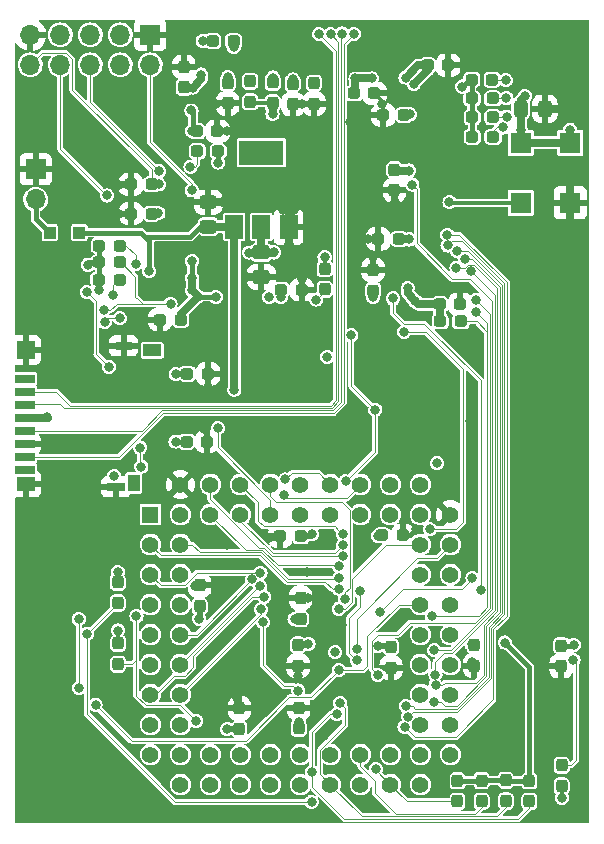
<source format=gbl>
G04 #@! TF.GenerationSoftware,KiCad,Pcbnew,(6.0.0)*
G04 #@! TF.CreationDate,2022-01-09T18:19:29+00:00*
G04 #@! TF.ProjectId,ElectronULA,456c6563-7472-46f6-9e55-4c412e6b6963,rev?*
G04 #@! TF.SameCoordinates,Original*
G04 #@! TF.FileFunction,Copper,L4,Bot*
G04 #@! TF.FilePolarity,Positive*
%FSLAX46Y46*%
G04 Gerber Fmt 4.6, Leading zero omitted, Abs format (unit mm)*
G04 Created by KiCad (PCBNEW (6.0.0)) date 2022-01-09 18:19:29*
%MOMM*%
%LPD*%
G01*
G04 APERTURE LIST*
G04 Aperture macros list*
%AMRoundRect*
0 Rectangle with rounded corners*
0 $1 Rounding radius*
0 $2 $3 $4 $5 $6 $7 $8 $9 X,Y pos of 4 corners*
0 Add a 4 corners polygon primitive as box body*
4,1,4,$2,$3,$4,$5,$6,$7,$8,$9,$2,$3,0*
0 Add four circle primitives for the rounded corners*
1,1,$1+$1,$2,$3*
1,1,$1+$1,$4,$5*
1,1,$1+$1,$6,$7*
1,1,$1+$1,$8,$9*
0 Add four rect primitives between the rounded corners*
20,1,$1+$1,$2,$3,$4,$5,0*
20,1,$1+$1,$4,$5,$6,$7,0*
20,1,$1+$1,$6,$7,$8,$9,0*
20,1,$1+$1,$8,$9,$2,$3,0*%
G04 Aperture macros list end*
G04 #@! TA.AperFunction,ComponentPad*
%ADD10R,1.422400X1.422400*%
G04 #@! TD*
G04 #@! TA.AperFunction,ComponentPad*
%ADD11C,1.422400*%
G04 #@! TD*
G04 #@! TA.AperFunction,ComponentPad*
%ADD12R,1.700000X1.700000*%
G04 #@! TD*
G04 #@! TA.AperFunction,ComponentPad*
%ADD13O,1.700000X1.700000*%
G04 #@! TD*
G04 #@! TA.AperFunction,SMDPad,CuDef*
%ADD14RoundRect,0.237500X0.237500X-0.287500X0.237500X0.287500X-0.237500X0.287500X-0.237500X-0.287500X0*%
G04 #@! TD*
G04 #@! TA.AperFunction,SMDPad,CuDef*
%ADD15RoundRect,0.237500X-0.287500X-0.237500X0.287500X-0.237500X0.287500X0.237500X-0.287500X0.237500X0*%
G04 #@! TD*
G04 #@! TA.AperFunction,SMDPad,CuDef*
%ADD16RoundRect,0.237500X-0.237500X0.287500X-0.237500X-0.287500X0.237500X-0.287500X0.237500X0.287500X0*%
G04 #@! TD*
G04 #@! TA.AperFunction,SMDPad,CuDef*
%ADD17RoundRect,0.237500X0.287500X0.237500X-0.287500X0.237500X-0.287500X-0.237500X0.287500X-0.237500X0*%
G04 #@! TD*
G04 #@! TA.AperFunction,SMDPad,CuDef*
%ADD18RoundRect,0.249999X0.450001X-0.325001X0.450001X0.325001X-0.450001X0.325001X-0.450001X-0.325001X0*%
G04 #@! TD*
G04 #@! TA.AperFunction,SMDPad,CuDef*
%ADD19RoundRect,0.249999X-0.325001X-0.450001X0.325001X-0.450001X0.325001X0.450001X-0.325001X0.450001X0*%
G04 #@! TD*
G04 #@! TA.AperFunction,SMDPad,CuDef*
%ADD20R,1.800000X1.800000*%
G04 #@! TD*
G04 #@! TA.AperFunction,SMDPad,CuDef*
%ADD21R,1.500000X2.000000*%
G04 #@! TD*
G04 #@! TA.AperFunction,SMDPad,CuDef*
%ADD22R,3.800000X2.000000*%
G04 #@! TD*
G04 #@! TA.AperFunction,SMDPad,CuDef*
%ADD23R,1.000000X1.000000*%
G04 #@! TD*
G04 #@! TA.AperFunction,SMDPad,CuDef*
%ADD24R,1.750000X0.700000*%
G04 #@! TD*
G04 #@! TA.AperFunction,SMDPad,CuDef*
%ADD25R,1.000000X1.450000*%
G04 #@! TD*
G04 #@! TA.AperFunction,SMDPad,CuDef*
%ADD26R,1.550000X1.000000*%
G04 #@! TD*
G04 #@! TA.AperFunction,SMDPad,CuDef*
%ADD27R,1.500000X1.300000*%
G04 #@! TD*
G04 #@! TA.AperFunction,SMDPad,CuDef*
%ADD28R,1.400000X0.800000*%
G04 #@! TD*
G04 #@! TA.AperFunction,SMDPad,CuDef*
%ADD29R,1.500000X1.500000*%
G04 #@! TD*
G04 #@! TA.AperFunction,SMDPad,CuDef*
%ADD30R,1.500000X0.800000*%
G04 #@! TD*
G04 #@! TA.AperFunction,SMDPad,CuDef*
%ADD31RoundRect,0.250000X-0.475000X0.337500X-0.475000X-0.337500X0.475000X-0.337500X0.475000X0.337500X0*%
G04 #@! TD*
G04 #@! TA.AperFunction,ViaPad*
%ADD32C,0.800000*%
G04 #@! TD*
G04 #@! TA.AperFunction,Conductor*
%ADD33C,0.400000*%
G04 #@! TD*
G04 #@! TA.AperFunction,Conductor*
%ADD34C,0.700000*%
G04 #@! TD*
G04 #@! TA.AperFunction,Conductor*
%ADD35C,0.500000*%
G04 #@! TD*
G04 #@! TA.AperFunction,Conductor*
%ADD36C,0.300000*%
G04 #@! TD*
G04 #@! TA.AperFunction,Conductor*
%ADD37C,0.102000*%
G04 #@! TD*
G04 APERTURE END LIST*
D10*
X141338300Y-98336100D03*
D11*
X143878300Y-98336100D03*
X141338300Y-100876100D03*
X143878300Y-100876100D03*
X141338300Y-103416100D03*
X143878300Y-103416100D03*
X141338300Y-105956100D03*
X143878300Y-105956100D03*
X141338300Y-108496100D03*
X143878300Y-108496100D03*
X141338300Y-111036100D03*
X143878300Y-111036100D03*
X141338300Y-113576100D03*
X143878300Y-113576100D03*
X141338300Y-116116100D03*
X143878300Y-116116100D03*
X141338300Y-118656100D03*
X143878300Y-121196100D03*
X143878300Y-118656100D03*
X146418300Y-121196100D03*
X146418300Y-118656100D03*
X148958300Y-121196100D03*
X148958300Y-118656100D03*
X151498300Y-121196100D03*
X151498300Y-118656100D03*
X154038300Y-121196100D03*
X154038300Y-118656100D03*
X156578300Y-121196100D03*
X156578300Y-118656100D03*
X159118300Y-121196100D03*
X159118300Y-118656100D03*
X161658300Y-121196100D03*
X161658300Y-118656100D03*
X164198300Y-121196100D03*
X166738300Y-118656100D03*
X164198300Y-118656100D03*
X166738300Y-116116100D03*
X164198300Y-116116100D03*
X166738300Y-113576100D03*
X164198300Y-113576100D03*
X166738300Y-111036100D03*
X164198300Y-111036100D03*
X166738300Y-108496100D03*
X164198300Y-108496100D03*
X166738300Y-105956100D03*
X164198300Y-105956100D03*
X166738300Y-103416100D03*
X164198300Y-103416100D03*
X166738300Y-100876100D03*
X164198300Y-100876100D03*
X166738300Y-98336100D03*
X164198300Y-95796100D03*
X164198300Y-98336100D03*
X161658300Y-95796100D03*
X161658300Y-98336100D03*
X159118300Y-95796100D03*
X159118300Y-98336100D03*
X156578300Y-95796100D03*
X156578300Y-98336100D03*
X154038300Y-95796100D03*
X154038300Y-98336100D03*
X151498300Y-95796100D03*
X151498300Y-98336100D03*
X148958300Y-95796100D03*
X148958300Y-98336100D03*
X146418300Y-95796100D03*
X146418300Y-98336100D03*
X143878300Y-95796100D03*
D12*
X141325600Y-57711340D03*
D13*
X141325600Y-60251340D03*
X138785600Y-57711340D03*
X138785600Y-60251340D03*
X136245600Y-57711340D03*
X136245600Y-60251340D03*
X133705600Y-57711340D03*
X133705600Y-60251340D03*
X131165600Y-57711340D03*
X131165600Y-60251340D03*
D12*
X131620260Y-69113400D03*
D13*
X131620260Y-71653400D03*
D14*
X148877200Y-116496000D03*
X148877200Y-114746000D03*
D15*
X160967200Y-100101000D03*
X162717200Y-100101000D03*
D14*
X154057200Y-107141000D03*
X154057200Y-105391000D03*
X145511520Y-106086880D03*
X145511520Y-104336880D03*
D16*
X161707200Y-109561000D03*
X161707200Y-111311000D03*
X176102720Y-109423220D03*
X176102720Y-111173220D03*
D17*
X154082200Y-100161000D03*
X152332200Y-100161000D03*
D15*
X144392200Y-92157560D03*
X146142200Y-92157560D03*
D14*
X153897200Y-116441000D03*
X153897200Y-114691000D03*
D16*
X153837200Y-109381000D03*
X153837200Y-111131000D03*
D17*
X162794920Y-64498220D03*
X161044920Y-64498220D03*
X162385980Y-74996040D03*
X160635980Y-74996040D03*
D16*
X153393140Y-61842680D03*
X153393140Y-63592680D03*
D14*
X160185100Y-79366080D03*
X160185100Y-77616080D03*
D16*
X147883880Y-61776640D03*
X147883880Y-63526640D03*
D15*
X165832820Y-80515460D03*
X167582820Y-80515460D03*
X164801580Y-60286900D03*
X166551580Y-60286900D03*
D17*
X141451300Y-72854820D03*
X139701300Y-72854820D03*
X143902200Y-81831000D03*
X142152200Y-81831000D03*
D15*
X152411460Y-79308960D03*
X154161460Y-79308960D03*
X145263900Y-65864740D03*
X147013900Y-65864740D03*
X139683520Y-70370700D03*
X141433520Y-70370700D03*
D14*
X151683720Y-63486000D03*
X151683720Y-61736000D03*
X149778720Y-63394560D03*
X149778720Y-61644560D03*
D15*
X146627880Y-58239660D03*
X148377880Y-58239660D03*
D16*
X161991040Y-69127400D03*
X161991040Y-70877400D03*
D14*
X155188920Y-63552040D03*
X155188920Y-61802040D03*
D18*
X146237960Y-73948400D03*
X146237960Y-71898400D03*
D16*
X168772840Y-109371160D03*
X168772840Y-111121160D03*
D19*
X172680520Y-63985140D03*
X174730520Y-63985140D03*
D20*
X176880520Y-66855340D03*
X176880520Y-71935340D03*
X172689520Y-71935340D03*
X172689520Y-66855340D03*
D15*
X158558260Y-62664340D03*
X160308260Y-62664340D03*
D21*
X153033760Y-73980440D03*
X150733760Y-73980440D03*
X148433760Y-73980440D03*
D22*
X150733760Y-67680440D03*
D14*
X144170400Y-62160120D03*
X144170400Y-60410120D03*
X138595100Y-110994160D03*
X138595100Y-109244160D03*
X176159160Y-121319260D03*
X176159160Y-119569260D03*
X156077920Y-79269560D03*
X156077920Y-77519560D03*
D15*
X165865840Y-81978500D03*
X167615840Y-81978500D03*
D17*
X170282840Y-61523880D03*
X168532840Y-61523880D03*
X170313320Y-63103760D03*
X168563320Y-63103760D03*
X170333640Y-64678560D03*
X168583640Y-64678560D03*
X170343800Y-66365120D03*
X168593800Y-66365120D03*
D15*
X144472200Y-86427560D03*
X146222200Y-86427560D03*
D17*
X147067240Y-67564000D03*
X145317240Y-67564000D03*
X138736040Y-78450440D03*
X136986040Y-78450440D03*
X138761440Y-76982320D03*
X137011440Y-76982320D03*
D14*
X138572240Y-105820180D03*
X138572240Y-104070180D03*
D17*
X138766520Y-75575160D03*
X137016520Y-75575160D03*
D23*
X135318820Y-74455020D03*
X132818820Y-74455020D03*
D14*
X167335200Y-122614660D03*
X167335200Y-120864660D03*
X169384980Y-122599420D03*
X169384980Y-120849420D03*
X171437300Y-122589260D03*
X171437300Y-120839260D03*
X173428660Y-122622280D03*
X173428660Y-120872280D03*
D24*
X130694940Y-86829900D03*
X130694940Y-87929900D03*
X130694940Y-89029900D03*
X130694940Y-90129900D03*
X130694940Y-91229900D03*
X130694940Y-92329900D03*
X130694940Y-93429900D03*
X130694940Y-94529900D03*
D25*
X139919940Y-95654900D03*
D26*
X141494940Y-84429900D03*
D27*
X130819940Y-95729900D03*
D28*
X139069940Y-84029900D03*
D29*
X130819940Y-84379900D03*
D30*
X138419940Y-95979900D03*
D31*
X150723600Y-76127700D03*
X150723600Y-78202700D03*
D32*
X148440140Y-87751920D03*
X143467200Y-92147560D03*
X171335700Y-109171740D03*
X155036520Y-99989640D03*
X153927200Y-115911000D03*
X141237200Y-77731000D03*
X154717199Y-109280999D03*
X168524587Y-109310817D03*
X153547200Y-107201000D03*
X138595100Y-108150660D03*
X143477200Y-86447560D03*
X147068540Y-68531740D03*
X163637200Y-61871000D03*
X160077200Y-61411000D03*
X160607200Y-100131000D03*
X156976190Y-109980062D03*
X152366980Y-79918560D03*
X177170080Y-109352078D03*
X145760440Y-58234580D03*
X146883120Y-79888082D03*
X156317200Y-84981000D03*
X151384000Y-79903320D03*
X145336260Y-79888080D03*
X163121340Y-79154020D03*
X176875440Y-65743590D03*
X138582400Y-103197660D03*
X153418540Y-61493400D03*
X142007221Y-72822913D03*
X144866360Y-65859660D03*
X158697200Y-61411000D03*
X132570220Y-90106500D03*
X160640397Y-109472038D03*
X147888960Y-61292738D03*
X167726360Y-62097920D03*
X147827198Y-116501000D03*
X160200340Y-79931260D03*
X145637200Y-61081000D03*
X138269980Y-95049340D03*
X144807200Y-64121000D03*
X163291520Y-64449960D03*
X144871440Y-78300580D03*
X176169320Y-122306080D03*
X151777700Y-76133960D03*
X172679360Y-65743590D03*
X149715220Y-76149200D03*
X173045120Y-62895480D03*
X144907200Y-62181000D03*
X163240720Y-75031600D03*
X163774120Y-80261460D03*
X151673560Y-64439800D03*
X165597840Y-93987620D03*
X162942210Y-61331000D03*
X156088080Y-76540360D03*
X136997440Y-79298800D03*
X136047480Y-77170280D03*
X163238180Y-69207380D03*
X144861280Y-76852780D03*
X145467198Y-107141510D03*
X144861280Y-79331820D03*
X154609800Y-103230680D03*
X151980900Y-86743540D03*
X146232880Y-87536020D03*
X145896945Y-91087162D03*
X154033220Y-92641420D03*
X152054560Y-92143580D03*
X172445680Y-103794560D03*
X159245300Y-86085680D03*
X147794980Y-65887600D03*
X145079720Y-104358440D03*
X150167340Y-93939360D03*
X166557960Y-94996000D03*
X132895340Y-92397580D03*
X137068560Y-92410280D03*
X132044440Y-111376460D03*
X132654040Y-63741300D03*
X176847500Y-103642160D03*
X172217080Y-68920360D03*
X146730720Y-77386180D03*
X151356060Y-100284280D03*
X140469620Y-122852180D03*
X132793740Y-115064540D03*
X132935980Y-99654360D03*
X153035000Y-75412600D03*
X167886380Y-69024500D03*
X146857720Y-63533020D03*
X148691600Y-113847880D03*
X156016960Y-117081300D03*
X154894280Y-58364120D03*
X161394140Y-79082900D03*
X168851580Y-83342480D03*
X142105380Y-63159640D03*
X168536620Y-110807500D03*
X175922940Y-64015620D03*
X161737040Y-107774740D03*
X160136840Y-114005360D03*
X158473140Y-116243100D03*
X158249620Y-65079880D03*
X176870360Y-70078600D03*
X148625560Y-70050660D03*
X159397700Y-58506360D03*
X147797200Y-100941000D03*
X153852880Y-111970820D03*
X154193240Y-63599060D03*
X149522180Y-78214220D03*
X159783780Y-116911120D03*
X135983767Y-80947481D03*
X176890680Y-80741520D03*
X145740120Y-93949520D03*
X163121340Y-67978020D03*
X151538940Y-109100620D03*
X153456640Y-72506840D03*
X147687200Y-95281000D03*
X157518100Y-107675680D03*
X175696880Y-68889880D03*
X138686540Y-72859900D03*
X168419780Y-90406220D03*
X164175440Y-81536540D03*
X148667200Y-111311000D03*
X138653520Y-70396100D03*
X137866120Y-87917020D03*
X164993320Y-91506040D03*
X141217200Y-79011000D03*
X172427900Y-88755220D03*
X132316220Y-118592600D03*
X172488860Y-81305400D03*
X136217660Y-67302380D03*
X154637740Y-105394760D03*
X166263320Y-89123520D03*
X147847200Y-104371000D03*
X169141140Y-85054440D03*
X163812220Y-99593400D03*
X156705300Y-91445080D03*
X156034740Y-107756960D03*
X147431760Y-109077760D03*
X159717740Y-75023980D03*
X160427200Y-97021000D03*
X150893780Y-58366660D03*
X147393660Y-71887080D03*
X175935640Y-75534520D03*
X135364258Y-78682001D03*
X176093120Y-117083840D03*
X168450260Y-87442040D03*
X170373040Y-117088920D03*
X169184320Y-59563000D03*
X162026600Y-71887080D03*
X160926780Y-63545720D03*
X162905440Y-73820020D03*
X162641280Y-76593700D03*
X166745920Y-64122300D03*
X167253920Y-83416140D03*
X147707200Y-97021000D03*
X162935920Y-119992140D03*
X160182560Y-76563220D03*
X134112000Y-82575400D03*
X154172920Y-78386940D03*
X151780240Y-123441460D03*
X172176440Y-113725960D03*
X138724640Y-97449640D03*
X152593040Y-72506840D03*
X172486320Y-97492820D03*
X134152640Y-121678700D03*
X132839460Y-104498140D03*
X145505737Y-99781762D03*
X176844960Y-58425080D03*
X161734500Y-117081300D03*
X176890680Y-73720960D03*
X140154660Y-106936540D03*
X145211800Y-115811300D03*
X150630870Y-104396039D03*
X150651764Y-103260149D03*
X150860760Y-107440990D03*
X153847200Y-113231000D03*
X152638760Y-96718120D03*
X149938181Y-103815161D03*
X150693120Y-106370120D03*
X150975446Y-105295669D03*
X158793180Y-109687360D03*
X157280542Y-106296504D03*
X137462260Y-82011520D03*
X135270240Y-107177840D03*
X136687560Y-114427000D03*
X157289500Y-111480600D03*
X138734800Y-81711800D03*
X135270239Y-113007139D03*
X160418780Y-119867680D03*
X135940800Y-108432600D03*
X154983180Y-122643900D03*
X157408880Y-114269520D03*
X155018401Y-120109319D03*
X157139453Y-115211532D03*
X157336470Y-104630443D03*
X157336470Y-103726435D03*
X152757200Y-95361000D03*
X137817860Y-85813900D03*
X135961120Y-79480390D03*
X140566140Y-94272100D03*
X140456920Y-92656660D03*
X157639794Y-101822062D03*
X157646247Y-100014177D03*
X157830520Y-105478580D03*
X159066186Y-104796238D03*
X158803340Y-110688120D03*
X160377200Y-89461000D03*
X157857200Y-95521000D03*
X158347202Y-83161000D03*
X157337560Y-102682820D03*
X157653722Y-100918158D03*
X147047200Y-91017560D03*
X177149760Y-110629700D03*
X161881820Y-80025240D03*
X169298620Y-104736900D03*
X162849560Y-116306600D03*
X166476680Y-74640440D03*
X165379400Y-114207270D03*
X167960040Y-76667360D03*
X167304720Y-76037440D03*
X162966400Y-114528600D03*
X163169600Y-115432840D03*
X166502080Y-75544680D03*
X162829240Y-82862420D03*
X164990780Y-99580700D03*
X168602660Y-103720900D03*
X160751520Y-106606340D03*
X167248840Y-77426010D03*
X165481000Y-112801400D03*
X165361620Y-109809280D03*
X163512500Y-70393560D03*
X155379420Y-80124300D03*
X168473120Y-77749400D03*
X165465760Y-111876840D03*
X168902380Y-81170780D03*
X165163500Y-106916220D03*
X166658310Y-71887080D03*
X142062200Y-70370700D03*
X151719280Y-61328300D03*
X149778720Y-61644560D03*
X148380824Y-58731282D03*
X155188920Y-61802040D03*
X137657734Y-71315990D03*
X142067280Y-69258180D03*
X144830800Y-70881240D03*
X171226480Y-65552320D03*
X171485560Y-64632840D03*
X171475400Y-63088520D03*
X171434760Y-61554360D03*
X144729200Y-68874640D03*
X138137200Y-79761000D03*
X140097200Y-77131000D03*
X143037200Y-80501000D03*
X137377200Y-81031000D03*
X168866820Y-80147160D03*
X160583880Y-111922560D03*
X155602940Y-57655460D03*
X156591000Y-57655460D03*
X157551120Y-57614820D03*
X158551880Y-57624980D03*
D33*
X143467200Y-92147560D02*
X144382200Y-92147560D01*
D34*
X148447760Y-87744300D02*
X148440140Y-87751920D01*
D33*
X144382200Y-92147560D02*
X144392200Y-92157560D01*
X144332200Y-92217560D02*
X144392200Y-92157560D01*
X168835100Y-109308900D02*
X168772840Y-109371160D01*
X153997200Y-107201000D02*
X154057200Y-107141000D01*
X169395140Y-120839260D02*
X169384980Y-120849420D01*
X153927200Y-115911000D02*
X153927200Y-116411000D01*
X154082200Y-100161000D02*
X154865160Y-100161000D01*
X168772840Y-109371160D02*
X168712497Y-109310817D01*
X153547200Y-107201000D02*
X153997200Y-107201000D01*
X167350440Y-120849420D02*
X167335200Y-120864660D01*
X135318820Y-74455020D02*
X140507720Y-74455020D01*
X154865160Y-100161000D02*
X155036520Y-99989640D01*
X141234160Y-75181460D02*
X141234160Y-77727960D01*
X146237960Y-73948400D02*
X145537960Y-73948400D01*
X141234160Y-77727960D02*
X141237200Y-77731000D01*
X144681721Y-74804639D02*
X140855700Y-74803000D01*
X145537960Y-73948400D02*
X144681721Y-74804639D01*
X153927200Y-116411000D02*
X153897200Y-116441000D01*
X153837200Y-109381000D02*
X154617198Y-109381000D01*
D34*
X148433760Y-73980440D02*
X146270000Y-73980440D01*
X148440140Y-73986820D02*
X148433760Y-73980440D01*
D33*
X140507720Y-74455020D02*
X140520420Y-74467720D01*
X173428660Y-120872280D02*
X171470320Y-120872280D01*
X173428660Y-111264700D02*
X173428660Y-120872280D01*
X171437300Y-120839260D02*
X169395140Y-120839260D01*
X140855700Y-74803000D02*
X140520420Y-74467720D01*
X154617198Y-109381000D02*
X154717199Y-109280999D01*
D34*
X148440140Y-87751920D02*
X148440140Y-73986820D01*
D33*
X140855700Y-74803000D02*
X141234160Y-75181460D01*
X168712497Y-109310817D02*
X168524587Y-109310817D01*
X169384980Y-120849420D02*
X167350440Y-120849420D01*
D34*
X148447760Y-73994440D02*
X148433760Y-73980440D01*
D33*
X171470320Y-120872280D02*
X171437300Y-120839260D01*
X171335700Y-109171740D02*
X173428660Y-111264700D01*
D35*
X143477200Y-86447560D02*
X144452200Y-86447560D01*
X144452200Y-86447560D02*
X144472200Y-86427560D01*
D36*
X146627880Y-58239660D02*
X145765520Y-58239660D01*
D34*
X163774120Y-80256380D02*
X163774120Y-80261460D01*
D33*
X168300400Y-61523880D02*
X167726360Y-62097920D01*
D36*
X176159160Y-122295920D02*
X176169320Y-122306080D01*
D34*
X162071020Y-69207380D02*
X161991040Y-69127400D01*
D33*
X168583640Y-66354960D02*
X168593800Y-66365120D01*
D34*
X150728680Y-76150360D02*
X149716380Y-76150360D01*
X172679360Y-66845180D02*
X172679360Y-66309275D01*
X172680520Y-63985140D02*
X172680520Y-65742430D01*
D33*
X144861280Y-76852780D02*
X144861280Y-78290420D01*
X144807200Y-64121000D02*
X144957800Y-64271600D01*
D34*
X163243260Y-64498220D02*
X163291520Y-64449960D01*
D33*
X136986040Y-79287400D02*
X136997440Y-79298800D01*
D36*
X156077920Y-76550520D02*
X156088080Y-76540360D01*
D35*
X145511520Y-106086880D02*
X145511520Y-107097188D01*
D36*
X156077920Y-77519560D02*
X156077920Y-76550520D01*
D33*
X177098938Y-109423220D02*
X177170080Y-109352078D01*
D35*
X161518238Y-109472038D02*
X161707200Y-109661000D01*
D36*
X145765520Y-58239660D02*
X145760440Y-58234580D01*
D34*
X130714720Y-90121740D02*
X132641340Y-90121740D01*
X150728680Y-76150360D02*
X151761300Y-76150360D01*
X163238180Y-69207380D02*
X162071020Y-69207380D01*
X142007221Y-72823899D02*
X142007221Y-72822913D01*
X172680520Y-65742430D02*
X172679360Y-65743590D01*
X144871440Y-65864740D02*
X144866360Y-65859660D01*
X147883880Y-61776640D02*
X147883880Y-61297818D01*
X163986310Y-60286900D02*
X162942210Y-61331000D01*
D36*
X151683720Y-63486000D02*
X149870160Y-63486000D01*
D34*
X176880520Y-66855340D02*
X176875440Y-66850260D01*
X147888960Y-61314360D02*
X147888960Y-61292738D01*
X145637200Y-61081000D02*
X145637200Y-61451000D01*
X163217860Y-75008740D02*
X163240720Y-75031600D01*
X145336260Y-79806800D02*
X145336260Y-79888080D01*
X147868640Y-61334680D02*
X147888960Y-61314360D01*
X163121340Y-79154020D02*
X163121340Y-79603600D01*
D36*
X149870160Y-63486000D02*
X149778720Y-63394560D01*
D34*
X151683720Y-63486000D02*
X151683720Y-64429640D01*
D33*
X168583640Y-64678560D02*
X168583640Y-66354960D01*
D34*
X145637200Y-61451000D02*
X144907200Y-62181000D01*
D33*
X137011440Y-78425040D02*
X136986040Y-78450440D01*
D34*
X176875440Y-66850260D02*
X176875440Y-66309275D01*
X160185100Y-79366080D02*
X160185100Y-79916020D01*
X153393140Y-61842680D02*
X153393140Y-61518800D01*
X144191280Y-62181000D02*
X144170400Y-62160120D01*
D33*
X168532840Y-63073280D02*
X168563320Y-63103760D01*
D34*
X172680520Y-63260080D02*
X173045120Y-62895480D01*
X164801580Y-60286900D02*
X163986310Y-60286900D01*
X147883880Y-61297818D02*
X147888960Y-61292738D01*
X162881280Y-75008740D02*
X163217860Y-75008740D01*
D36*
X138572240Y-103207820D02*
X138582400Y-103197660D01*
D34*
X145263900Y-65864740D02*
X144871440Y-65864740D01*
X151683720Y-64429640D02*
X151673560Y-64439800D01*
X144871440Y-79321660D02*
X144861280Y-79331820D01*
X164028120Y-80515460D02*
X165832820Y-80515460D01*
X158697200Y-61411000D02*
X158697200Y-62525400D01*
X151761300Y-76150360D02*
X151777700Y-76133960D01*
D33*
X137011440Y-76982320D02*
X137011440Y-78425040D01*
X168532840Y-61523880D02*
X168300400Y-61523880D01*
X145336260Y-79888080D02*
X146883118Y-79888080D01*
X144861280Y-78290420D02*
X144871440Y-78300580D01*
D35*
X148957200Y-116511000D02*
X147837198Y-116511000D01*
D33*
X137011440Y-76982320D02*
X136235440Y-76982320D01*
D36*
X138572240Y-104070180D02*
X138572240Y-103207820D01*
D34*
X141451300Y-72854820D02*
X141976300Y-72854820D01*
X143902200Y-81322140D02*
X145336260Y-79888080D01*
D35*
X160640397Y-109472038D02*
X161518238Y-109472038D01*
D34*
X144871440Y-78300580D02*
X144871440Y-79321660D01*
X176880520Y-66855340D02*
X172689520Y-66855340D01*
D33*
X137011440Y-75580240D02*
X137016520Y-75575160D01*
X147067240Y-67564000D02*
X147067240Y-68530440D01*
X137011440Y-76982320D02*
X137011440Y-75580240D01*
D35*
X147837198Y-116511000D02*
X147827198Y-116501000D01*
D33*
X176102720Y-109423220D02*
X177098938Y-109423220D01*
D34*
X152411460Y-79874080D02*
X152366980Y-79918560D01*
D33*
X136235440Y-76982320D02*
X136047480Y-77170280D01*
X136986040Y-78450440D02*
X136986040Y-79287400D01*
D35*
X145457708Y-107141510D02*
X145467198Y-107141510D01*
D33*
X147067240Y-68530440D02*
X147068540Y-68531740D01*
D36*
X138595100Y-109244160D02*
X138595100Y-108150660D01*
D33*
X168563320Y-64658240D02*
X168583640Y-64678560D01*
D34*
X160185100Y-79916020D02*
X160200340Y-79931260D01*
D33*
X144957800Y-65558640D02*
X145263900Y-65864740D01*
D34*
X143902200Y-81831000D02*
X143902200Y-81322140D01*
X144907200Y-62181000D02*
X144191280Y-62181000D01*
X162794920Y-64498220D02*
X163243260Y-64498220D01*
X165832820Y-80515460D02*
X165832820Y-81945480D01*
X172689520Y-66855340D02*
X172679360Y-66845180D01*
D33*
X146883118Y-79888080D02*
X146883120Y-79888082D01*
D34*
X165832820Y-81945480D02*
X165865840Y-81978500D01*
D33*
X144957800Y-64271600D02*
X144957800Y-65558640D01*
D34*
X163774120Y-80261460D02*
X164028120Y-80515460D01*
X163774120Y-80271620D02*
X163774120Y-80261460D01*
X144861280Y-79331820D02*
X145336260Y-79806800D01*
X149716380Y-76150360D02*
X149715220Y-76149200D01*
X164801580Y-60706620D02*
X163637200Y-61871000D01*
X153393140Y-61518800D02*
X153418540Y-61493400D01*
D36*
X176159160Y-121319260D02*
X176159160Y-122295920D01*
D34*
X150728680Y-76150360D02*
X150728680Y-73985520D01*
X172679360Y-66309275D02*
X172679360Y-65743590D01*
X158697200Y-62525400D02*
X158558260Y-62664340D01*
D33*
X168532840Y-61523880D02*
X168532840Y-63073280D01*
D34*
X152411460Y-79308960D02*
X152411460Y-79874080D01*
X163121340Y-79603600D02*
X163774120Y-80256380D01*
X172680520Y-63985140D02*
X172680520Y-63260080D01*
D35*
X145367200Y-107051002D02*
X145457708Y-107141510D01*
D34*
X164801580Y-60286900D02*
X164801580Y-60706620D01*
D36*
X160640397Y-109247803D02*
X160640397Y-109472038D01*
D34*
X176875440Y-66309275D02*
X176875440Y-65743590D01*
D35*
X145511520Y-107097188D02*
X145467198Y-107141510D01*
D34*
X160077200Y-61411000D02*
X158697200Y-61411000D01*
D33*
X168563320Y-63103760D02*
X168563320Y-64658240D01*
D34*
X141976300Y-72854820D02*
X142007221Y-72823899D01*
D33*
X146142200Y-92157560D02*
X146142200Y-91332417D01*
X146142200Y-91332417D02*
X145896945Y-91087162D01*
X146222200Y-86427560D02*
X146222200Y-87525340D01*
X146222200Y-87525340D02*
X146232880Y-87536020D01*
X148877200Y-114033480D02*
X148691600Y-113847880D01*
D34*
X175922940Y-64015620D02*
X174761000Y-64015620D01*
D33*
X139696220Y-72859900D02*
X139701300Y-72854820D01*
X153837200Y-111955140D02*
X153852880Y-111970820D01*
D36*
X160926780Y-63545720D02*
X160926780Y-63282860D01*
D34*
X146237960Y-71898400D02*
X147382340Y-71898400D01*
D36*
X146864100Y-63526640D02*
X146857720Y-63533020D01*
D33*
X151356060Y-100284280D02*
X152208920Y-100284280D01*
D34*
X176880520Y-70088760D02*
X176870360Y-70078600D01*
D33*
X145511520Y-104336880D02*
X145007950Y-104336880D01*
X148877200Y-114746000D02*
X148877200Y-114033480D01*
X139658120Y-70396100D02*
X139683520Y-70370700D01*
X162026600Y-70912960D02*
X161991040Y-70877400D01*
D36*
X154240260Y-63552040D02*
X154193240Y-63599060D01*
X161044920Y-64498220D02*
X161044920Y-63663860D01*
X155188920Y-63552040D02*
X154240260Y-63552040D01*
X154161460Y-79308960D02*
X154161460Y-78398400D01*
D34*
X176880520Y-73710800D02*
X176890680Y-73720960D01*
X153033760Y-73980440D02*
X153033760Y-75411360D01*
D33*
X153837200Y-111131000D02*
X153837200Y-111955140D01*
X159745680Y-74996040D02*
X159717740Y-75023980D01*
D36*
X147036760Y-65887600D02*
X147013900Y-65864740D01*
D34*
X176880520Y-71935340D02*
X176880520Y-70088760D01*
X145511520Y-104336880D02*
X145101280Y-104336880D01*
D36*
X154193240Y-63599060D02*
X153399520Y-63599060D01*
D34*
X153033760Y-73980440D02*
X153033760Y-72929720D01*
D33*
X160635980Y-74996040D02*
X159745680Y-74996040D01*
X138686540Y-72859900D02*
X139696220Y-72859900D01*
X154057200Y-105391000D02*
X154633980Y-105391000D01*
D34*
X150728680Y-78200360D02*
X149536040Y-78200360D01*
D36*
X161044920Y-63663860D02*
X160926780Y-63545720D01*
X147883880Y-63526640D02*
X146864100Y-63526640D01*
D34*
X145101280Y-104336880D02*
X145079720Y-104358440D01*
D33*
X162026600Y-71887080D02*
X162026600Y-70912960D01*
X162717200Y-100101000D02*
X163304620Y-100101000D01*
D36*
X160185100Y-77616080D02*
X160185100Y-76565760D01*
D33*
X163304620Y-100101000D02*
X163812220Y-99593400D01*
X152208920Y-100284280D02*
X152332200Y-100161000D01*
D36*
X147794980Y-65887600D02*
X147036760Y-65887600D01*
X160185100Y-76565760D02*
X160182560Y-76563220D01*
D34*
X174761000Y-64015620D02*
X174730520Y-63985140D01*
D33*
X138653520Y-70396100D02*
X139658120Y-70396100D01*
X154633980Y-105391000D02*
X154637740Y-105394760D01*
D34*
X147382340Y-71898400D02*
X147393660Y-71887080D01*
D36*
X153399520Y-63599060D02*
X153393140Y-63592680D01*
X154161460Y-78398400D02*
X154172920Y-78386940D01*
D34*
X149536040Y-78200360D02*
X149522180Y-78214220D01*
D36*
X160926780Y-63282860D02*
X160308260Y-62664340D01*
D34*
X176880520Y-71935340D02*
X176880520Y-73710800D01*
D37*
X139783620Y-110990380D02*
X140042700Y-110731300D01*
X140154660Y-113674438D02*
X140154660Y-110731300D01*
X140154660Y-110731300D02*
X140154660Y-107502225D01*
X143842801Y-114442301D02*
X140922523Y-114442301D01*
X139779840Y-110994160D02*
X138595100Y-110994160D01*
X139783620Y-110990380D02*
X139776000Y-110982760D01*
X139783620Y-110990380D02*
X139779840Y-110994160D01*
X140042700Y-110731300D02*
X140154660Y-110731300D01*
X140922523Y-114442301D02*
X140154660Y-113674438D01*
X140154660Y-107502225D02*
X140154660Y-106936540D01*
X145211800Y-115811300D02*
X143842801Y-114442301D01*
X143878300Y-111036100D02*
X150518361Y-104396039D01*
X150518361Y-104396039D02*
X150630870Y-104396039D01*
X145263277Y-103260149D02*
X150086079Y-103260149D01*
X150086079Y-103260149D02*
X150651764Y-103260149D01*
X144241125Y-104282301D02*
X145263277Y-103260149D01*
X142204501Y-104282301D02*
X144241125Y-104282301D01*
X141338300Y-103416100D02*
X142204501Y-104282301D01*
X150860760Y-107440990D02*
X150860760Y-111044560D01*
X152647201Y-112831001D02*
X153447201Y-112831001D01*
X153447201Y-112831001D02*
X153847200Y-113231000D01*
X150860760Y-111044560D02*
X152647201Y-112831001D01*
X152887680Y-96967040D02*
X152638760Y-96718120D01*
X157947360Y-96967040D02*
X152887680Y-96967040D01*
X159118300Y-95796100D02*
X157947360Y-96967040D01*
X145257242Y-108496100D02*
X149938181Y-103815161D01*
X143878300Y-108496100D02*
X145257242Y-108496100D01*
X150693120Y-106761280D02*
X150693120Y-106370120D01*
X143878300Y-113576100D02*
X150693120Y-106761280D01*
X141724380Y-113576100D02*
X143334740Y-111965740D01*
X144934940Y-110274100D02*
X149913371Y-105295669D01*
X141338300Y-113576100D02*
X141724380Y-113576100D01*
X144246600Y-111965740D02*
X144934940Y-111277400D01*
X149913371Y-105295669D02*
X150975446Y-105295669D01*
X144934940Y-111277400D02*
X144934940Y-110274100D01*
X143334740Y-111965740D02*
X144246600Y-111965740D01*
X166738300Y-100876100D02*
X165572522Y-102041877D01*
X165572522Y-102041877D02*
X163939303Y-102041877D01*
X163939303Y-102041877D02*
X158793180Y-107188000D01*
X158793180Y-109121675D02*
X158793180Y-109687360D01*
X158793180Y-107188000D02*
X158793180Y-109121675D01*
X158425868Y-105145213D02*
X158425868Y-105716863D01*
X157846227Y-106296504D02*
X157280542Y-106296504D01*
X164198300Y-100876100D02*
X161323020Y-100876100D01*
X158427691Y-105143390D02*
X158425868Y-105145213D01*
X161323020Y-100876100D02*
X158427691Y-103771429D01*
X158427691Y-103771429D02*
X158427691Y-105143390D01*
X158425868Y-105716863D02*
X157846227Y-106296504D01*
X164198300Y-105956100D02*
X162346425Y-105956100D01*
X159649160Y-108653365D02*
X159649160Y-111175800D01*
X159334200Y-111480600D02*
X157289500Y-111480600D01*
X153088340Y-113817400D02*
X149430740Y-117475000D01*
X135270240Y-107177840D02*
X135270239Y-107743526D01*
X157289500Y-111480600D02*
X154952700Y-113817400D01*
X137087559Y-114826999D02*
X136687560Y-114427000D01*
X138734800Y-81711800D02*
X137761980Y-81711800D01*
X137761980Y-81711800D02*
X137462260Y-82011520D01*
X162346425Y-105956100D02*
X159649160Y-108653365D01*
X135270239Y-112441454D02*
X135270239Y-113007139D01*
X135270239Y-107743526D02*
X135270239Y-112441454D01*
X159649160Y-111175800D02*
X159339280Y-111485680D01*
X139735560Y-117475000D02*
X137087559Y-114826999D01*
X159339280Y-111485680D02*
X159334200Y-111480600D01*
X149430740Y-117475000D02*
X139735560Y-117475000D01*
X154952700Y-113817400D02*
X153088340Y-113817400D01*
X161658300Y-121196100D02*
X163076860Y-122614660D01*
X161658300Y-121196100D02*
X160418780Y-119956580D01*
X163076860Y-122614660D02*
X167335200Y-122614660D01*
X160418780Y-119956580D02*
X160418780Y-119867680D01*
X135943340Y-108449080D02*
X138572240Y-105820180D01*
X135943340Y-109047280D02*
X135943340Y-108449080D01*
X143410940Y-122643900D02*
X135943340Y-115176300D01*
X154983180Y-122643900D02*
X143410940Y-122643900D01*
X135943340Y-109047280D02*
X135943340Y-115176300D01*
X157808879Y-116143543D02*
X157808879Y-114669519D01*
X157808879Y-114669519D02*
X157408880Y-114269520D01*
X156578300Y-121196100D02*
X155712099Y-120329899D01*
X156578300Y-121196100D02*
X159255189Y-123872989D01*
X170678571Y-123872989D02*
X171437300Y-123114260D01*
X171437300Y-123114260D02*
X171437300Y-122589260D01*
X155712099Y-118240323D02*
X157808879Y-116143543D01*
X159255189Y-123872989D02*
X170678571Y-123872989D01*
X155712099Y-120329899D02*
X155712099Y-118240323D01*
X159118300Y-118656100D02*
X159118300Y-119661940D01*
X159118300Y-119661940D02*
X160360360Y-120904000D01*
X162109878Y-123666978D02*
X168842422Y-123666978D01*
X168842422Y-123666978D02*
X169384980Y-123124420D01*
X169384980Y-123124420D02*
X169384980Y-122599420D01*
X160360360Y-120904000D02*
X160360360Y-121917460D01*
X160360360Y-121917460D02*
X162109878Y-123666978D01*
X155018401Y-119543634D02*
X155018401Y-120109319D01*
X172496940Y-124079000D02*
X173428660Y-123147280D01*
X155018401Y-120109319D02*
X155018401Y-121358321D01*
X173428660Y-123147280D02*
X173428660Y-122622280D01*
X156573768Y-115211532D02*
X155018401Y-116766899D01*
X157739080Y-124079000D02*
X172496940Y-124079000D01*
X155018401Y-116766899D02*
X155018401Y-119543634D01*
X155018401Y-121358321D02*
X157739080Y-124079000D01*
X157139453Y-115211532D02*
X156573768Y-115211532D01*
X141338300Y-100876100D02*
X142204501Y-101742301D01*
X142204501Y-101742301D02*
X150629681Y-101742301D01*
X152900380Y-104013000D02*
X156153342Y-104013000D01*
X156153342Y-104013000D02*
X156770785Y-104630443D01*
X156770785Y-104630443D02*
X157336470Y-104630443D01*
X150629681Y-101742301D02*
X152900380Y-104013000D01*
X153001223Y-103804720D02*
X157258185Y-103804720D01*
X144884088Y-100876100D02*
X145544278Y-101536290D01*
X145544278Y-101536290D02*
X150732793Y-101536290D01*
X143878300Y-100876100D02*
X144884088Y-100876100D01*
X150732793Y-101536290D02*
X153001223Y-103804720D01*
X157258185Y-103804720D02*
X157336470Y-103726435D01*
X153307199Y-94811001D02*
X152757200Y-95361000D01*
X136771380Y-84173060D02*
X136771380Y-84767420D01*
X136771380Y-84173060D02*
X136771380Y-80290650D01*
X140456920Y-92656660D02*
X140456920Y-94162880D01*
X140456920Y-94162880D02*
X140566140Y-94272100D01*
X156578300Y-95796100D02*
X155593201Y-94811001D01*
X155593201Y-94811001D02*
X153307199Y-94811001D01*
X136771380Y-84767420D02*
X137817860Y-85813900D01*
X136771380Y-80290650D02*
X135961120Y-79480390D01*
X151639840Y-101822062D02*
X157074109Y-101822062D01*
X157074109Y-101822062D02*
X157639794Y-101822062D01*
X146418300Y-97042214D02*
X150500354Y-101124268D01*
X150942046Y-101124268D02*
X151639840Y-101822062D01*
X146418300Y-95796100D02*
X146418300Y-97042214D01*
X150500354Y-101124268D02*
X150942046Y-101124268D01*
X148958300Y-95796100D02*
X150426088Y-97263888D01*
X150927518Y-99338639D02*
X156970709Y-99338639D01*
X157246248Y-99614178D02*
X157646247Y-100014177D01*
X156970709Y-99338639D02*
X157246248Y-99614178D01*
X150426088Y-97263888D02*
X150426088Y-98837209D01*
X150426088Y-98837209D02*
X150927518Y-99338639D01*
X157830520Y-105478580D02*
X157830520Y-104912895D01*
X151498300Y-96786736D02*
X151498300Y-95796100D01*
X152011344Y-97299780D02*
X151498300Y-96786736D01*
X158221680Y-97960180D02*
X157561280Y-97299780D01*
X157830520Y-104912895D02*
X158221680Y-104521735D01*
X158221680Y-104521735D02*
X158221680Y-97960180D01*
X157561280Y-97299780D02*
X152011344Y-97299780D01*
X159066186Y-106158074D02*
X158150560Y-107073700D01*
X158403341Y-110288121D02*
X158803340Y-110688120D01*
X159066186Y-104796238D02*
X159066186Y-106158074D01*
X158150560Y-110035340D02*
X158403341Y-110288121D01*
X158150560Y-107073700D02*
X158150560Y-110035340D01*
X158347202Y-87431002D02*
X158347202Y-83161000D01*
X160377200Y-93001000D02*
X160377200Y-90026685D01*
X160377200Y-89461000D02*
X158347202Y-87431002D01*
X157857200Y-95521000D02*
X160377200Y-93001000D01*
X160377200Y-90026685D02*
X160377200Y-89461000D01*
X146418300Y-98336100D02*
X149412479Y-101330279D01*
X152129246Y-102641400D02*
X157296140Y-102641400D01*
X150818125Y-101330279D02*
X152129246Y-102641400D01*
X149412479Y-101330279D02*
X150818125Y-101330279D01*
X157296140Y-102641400D02*
X157337560Y-102682820D01*
X151678640Y-101569520D02*
X157002360Y-101569520D01*
X148958300Y-98849180D02*
X151678640Y-101569520D01*
X148958300Y-98336100D02*
X148958300Y-98849180D01*
X157002360Y-101569520D02*
X157653722Y-100918158D01*
X147047200Y-92626978D02*
X147047200Y-91017560D01*
X151498300Y-98336100D02*
X151498300Y-97078078D01*
X151498300Y-97078078D02*
X147047200Y-92626978D01*
X177149760Y-110629700D02*
X177375820Y-110855760D01*
X176937640Y-119569260D02*
X176159160Y-119569260D01*
X177375820Y-110855760D02*
X177375820Y-119131080D01*
X177375820Y-119131080D02*
X176937640Y-119569260D01*
X164531040Y-82191860D02*
X169298620Y-86959440D01*
X169298620Y-104171215D02*
X169298620Y-104736900D01*
X162834320Y-82191860D02*
X164531040Y-82191860D01*
X161881820Y-80025240D02*
X161881820Y-81239360D01*
X161881820Y-81239360D02*
X162834320Y-82191860D01*
X169298620Y-86959440D02*
X169298620Y-104171215D01*
X170379204Y-108022522D02*
X171521120Y-106880606D01*
X170379204Y-113978876D02*
X170379204Y-108022522D01*
X171521120Y-106880606D02*
X171521120Y-78682337D01*
X167167560Y-117190520D02*
X170379204Y-113978876D01*
X167479223Y-74640440D02*
X167042365Y-74640440D01*
X162849560Y-116306600D02*
X163733480Y-117190520D01*
X171521120Y-78682337D02*
X167479223Y-74640440D01*
X163733480Y-117190520D02*
X167167560Y-117190520D01*
X167042365Y-74640440D02*
X166476680Y-74640440D01*
X168525725Y-76667360D02*
X167960040Y-76667360D01*
X167260516Y-114526060D02*
X169761171Y-112025405D01*
X170903087Y-79034584D02*
X168535863Y-76667360D01*
X166263875Y-114526060D02*
X167260516Y-114526060D01*
X169761171Y-107742741D02*
X170903087Y-106600826D01*
X169761171Y-112025405D02*
X169761171Y-107742741D01*
X170903087Y-106600826D02*
X170903087Y-79034584D01*
X165379400Y-114207270D02*
X165945085Y-114207270D01*
X168535863Y-76667360D02*
X168525725Y-76667360D01*
X165945085Y-114207270D02*
X166263875Y-114526060D01*
X162966400Y-114528600D02*
X163532085Y-114528600D01*
X167870405Y-76037440D02*
X167304720Y-76037440D01*
X163765765Y-114762280D02*
X167315639Y-114762280D01*
X169967182Y-112110737D02*
X169967182Y-107828073D01*
X169967182Y-107828073D02*
X171109098Y-106686157D01*
X167315639Y-114762280D02*
X169967182Y-112110737D01*
X163532085Y-114528600D02*
X163765765Y-114762280D01*
X171109098Y-106686157D02*
X171109098Y-78928933D01*
X171109098Y-78928933D02*
X168217605Y-76037440D01*
X168217605Y-76037440D02*
X167870405Y-76037440D01*
X163569599Y-115032841D02*
X167336421Y-115032841D01*
X166902079Y-75144681D02*
X166502080Y-75544680D01*
X171315109Y-78767669D02*
X167692121Y-75144681D01*
X171315109Y-106777263D02*
X171315109Y-78767669D01*
X163169600Y-115432840D02*
X163569599Y-115032841D01*
X170173193Y-112196069D02*
X170173193Y-107919179D01*
X167692121Y-75144681D02*
X166902079Y-75144681D01*
X167336421Y-115032841D02*
X170173193Y-112196069D01*
X170173193Y-107919179D02*
X171315109Y-106777263D01*
X164685980Y-82862420D02*
X162829240Y-82862420D01*
X167820340Y-85996780D02*
X164685980Y-82862420D01*
X167820340Y-98966020D02*
X167820340Y-85996780D01*
X167205660Y-99580700D02*
X167820340Y-98966020D01*
X164990780Y-99580700D02*
X167205660Y-99580700D01*
X162727640Y-104630220D02*
X167693340Y-104630220D01*
X167693340Y-104630220D02*
X168202661Y-104120899D01*
X160751520Y-106606340D02*
X162727640Y-104630220D01*
X168202661Y-104120899D02*
X168602660Y-103720900D01*
X166295605Y-112552480D02*
X168937940Y-112552480D01*
X167975106Y-77426010D02*
X167814525Y-77426010D01*
X170697076Y-79140236D02*
X168751238Y-77194398D01*
X170697076Y-106515495D02*
X170697076Y-79140236D01*
X166046685Y-112801400D02*
X166295605Y-112552480D01*
X169555160Y-111935260D02*
X169555160Y-107657409D01*
X165481000Y-112801400D02*
X166046685Y-112801400D01*
X167814525Y-77426010D02*
X167248840Y-77426010D01*
X168206718Y-77194398D02*
X167975106Y-77426010D01*
X168937940Y-112552480D02*
X169555160Y-111935260D01*
X168751238Y-77194398D02*
X168206718Y-77194398D01*
X169555160Y-107657409D02*
X170697076Y-106515495D01*
X163912499Y-75363019D02*
X166908480Y-78359000D01*
X166908480Y-78359000D02*
X168353740Y-78359000D01*
X165927305Y-109809280D02*
X165361620Y-109809280D01*
X163512500Y-70393560D02*
X163912499Y-70793559D01*
X170285054Y-106344832D02*
X166820606Y-109809280D01*
X163912499Y-70793559D02*
X163912499Y-75363019D01*
X168353740Y-78359000D02*
X170285054Y-80290314D01*
X170285054Y-80290314D02*
X170285054Y-106344832D01*
X166820606Y-109809280D02*
X165927305Y-109809280D01*
X155379420Y-80124300D02*
X156077920Y-79425800D01*
X156077920Y-79425800D02*
X156077920Y-79269560D01*
X166870649Y-110050580D02*
X170491065Y-106430164D01*
X168873119Y-78149399D02*
X168473120Y-77749400D01*
X165465760Y-110794800D02*
X166209980Y-110050580D01*
X165465760Y-111876840D02*
X165465760Y-110794800D01*
X170491065Y-79767345D02*
X168873119Y-78149399D01*
X170491065Y-106430164D02*
X170491065Y-79767345D01*
X166209980Y-110050580D02*
X166870649Y-110050580D01*
X169872660Y-82141060D02*
X169302379Y-81570779D01*
X169872660Y-106174540D02*
X169130980Y-106916220D01*
X169872660Y-82859880D02*
X169872660Y-82141060D01*
X169872660Y-82859880D02*
X169872660Y-106174540D01*
X168991280Y-81978500D02*
X167615840Y-81978500D01*
X169302379Y-81570779D02*
X168902380Y-81170780D01*
X169130980Y-106916220D02*
X165729185Y-106916220D01*
X169872660Y-82859880D02*
X168991280Y-81978500D01*
X165729185Y-106916220D02*
X165163500Y-106916220D01*
D36*
X172689520Y-71935340D02*
X166706570Y-71935340D01*
X166706570Y-71935340D02*
X166658310Y-71887080D01*
X172680200Y-71926020D02*
X172689520Y-71935340D01*
D37*
X134710601Y-59768939D02*
X134188001Y-59246339D01*
X141433520Y-70370700D02*
X141433520Y-69101940D01*
D34*
X141433520Y-70370700D02*
X142062200Y-70370700D01*
D37*
X141433520Y-69101940D02*
X134710601Y-62379021D01*
X134710601Y-62379021D02*
X134710601Y-59768939D01*
X132170601Y-59246339D02*
X132015599Y-59401341D01*
X134188001Y-59246339D02*
X132170601Y-59246339D01*
X132015599Y-59401341D02*
X131165600Y-60251340D01*
D36*
X148377880Y-58239660D02*
X148377880Y-58728338D01*
X148377880Y-58728338D02*
X148380824Y-58731282D01*
D37*
X137257735Y-70915991D02*
X137657734Y-71315990D01*
X133705600Y-60251340D02*
X133705600Y-67363856D01*
X133705600Y-67363856D02*
X137257735Y-70915991D01*
X136245600Y-63436500D02*
X136245600Y-60251340D01*
X142067280Y-69258180D02*
X136245600Y-63436500D01*
X141325600Y-66810355D02*
X141325600Y-61453421D01*
X144830800Y-70315555D02*
X141325600Y-66810355D01*
X144830800Y-70881240D02*
X144830800Y-70315555D01*
X141325600Y-61453421D02*
X141325600Y-60251340D01*
X170343800Y-66365120D02*
X170343800Y-65890120D01*
X170343800Y-65890120D02*
X170681600Y-65552320D01*
X170681600Y-65552320D02*
X171226480Y-65552320D01*
X170379360Y-64632840D02*
X170333640Y-64678560D01*
X171485560Y-64632840D02*
X170379360Y-64632840D01*
X171475400Y-63088520D02*
X170328560Y-63088520D01*
X170328560Y-63088520D02*
X170313320Y-63103760D01*
D33*
X170486040Y-61320680D02*
X170282840Y-61523880D01*
D37*
X170313320Y-61554360D02*
X170282840Y-61523880D01*
X171434760Y-61554360D02*
X170313320Y-61554360D01*
X144729200Y-68874640D02*
X145089880Y-68874640D01*
X145317240Y-68647280D02*
X145317240Y-68039000D01*
X145317240Y-68039000D02*
X145317240Y-67564000D01*
X145089880Y-68874640D02*
X145317240Y-68647280D01*
X138137200Y-78861000D02*
X138547760Y-78450440D01*
X138547760Y-78450440D02*
X138736040Y-78450440D01*
X138137200Y-79761000D02*
X138137200Y-78861000D01*
X138766520Y-75575160D02*
X139291520Y-75575160D01*
X140097200Y-76380840D02*
X140097200Y-77131000D01*
X139291520Y-75575160D02*
X140097200Y-76380840D01*
D33*
X138761440Y-75580240D02*
X138766520Y-75575160D01*
D37*
X138472885Y-80501000D02*
X137942885Y-81031000D01*
X140677200Y-80501000D02*
X142471515Y-80501000D01*
X140067200Y-78221000D02*
X140067200Y-79891000D01*
X142471515Y-80501000D02*
X143037200Y-80501000D01*
X140297200Y-80121000D02*
X140677200Y-80501000D01*
X138828520Y-76982320D02*
X140067200Y-78221000D01*
X137942885Y-81031000D02*
X137377200Y-81031000D01*
X138761440Y-76982320D02*
X138761440Y-77350925D01*
X138761440Y-76982320D02*
X138828520Y-76982320D01*
X140067200Y-79891000D02*
X140297200Y-80121000D01*
X140677200Y-80501000D02*
X138472885Y-80501000D01*
X170078670Y-81359010D02*
X169266819Y-80547159D01*
X162283140Y-108506260D02*
X163291520Y-107497880D01*
X160055560Y-109021880D02*
X160571180Y-108506260D01*
X160571180Y-108506260D02*
X162283140Y-108506260D01*
X163291520Y-107497880D02*
X168840663Y-107497880D01*
X160583880Y-111922560D02*
X160055560Y-111394240D01*
X169266819Y-80547159D02*
X168866820Y-80147160D01*
X168840663Y-107497880D02*
X170078671Y-106259872D01*
X160055560Y-111394240D02*
X160055560Y-109021880D01*
X170078671Y-106259872D02*
X170078670Y-81359010D01*
D33*
X131620260Y-71653400D02*
X131620260Y-73319960D01*
X131620260Y-73319960D02*
X132811200Y-74510900D01*
D37*
X157043120Y-88658700D02*
X157043120Y-59095640D01*
X156594353Y-89107467D02*
X157043120Y-88658700D01*
X157043120Y-59095640D02*
X155602940Y-57655460D01*
X133375400Y-87932260D02*
X134550607Y-89107467D01*
X134550607Y-89107467D02*
X156594353Y-89107467D01*
X130822700Y-87932260D02*
X133375400Y-87932260D01*
X133687820Y-88971120D02*
X134030178Y-89313478D01*
X130794760Y-88971120D02*
X133687820Y-88971120D01*
X157251400Y-88741763D02*
X157251400Y-58315860D01*
X156679685Y-89313478D02*
X157251400Y-88741763D01*
X134030178Y-89313478D02*
X156679685Y-89313478D01*
X130759200Y-89006680D02*
X130794760Y-88971120D01*
X157251400Y-58315860D02*
X156591000Y-57655460D01*
X142324848Y-89519489D02*
X156765017Y-89519489D01*
X156765017Y-89519489D02*
X157467300Y-88817206D01*
X157467300Y-57698640D02*
X157551120Y-57614820D01*
X157467300Y-88817206D02*
X157467300Y-57698640D01*
X130812540Y-91257120D02*
X140587217Y-91257120D01*
X140587217Y-91257120D02*
X142324848Y-89519489D01*
X130759200Y-91203780D02*
X130812540Y-91257120D01*
X157692141Y-58484719D02*
X158551880Y-57624980D01*
X130759200Y-93385640D02*
X130794760Y-93421200D01*
X130794760Y-93421200D02*
X138714480Y-93421200D01*
X138714480Y-93421200D02*
X142410180Y-89725500D01*
X157692141Y-88883708D02*
X157692141Y-58484719D01*
X142410180Y-89725500D02*
X156850349Y-89725500D01*
X156850349Y-89725500D02*
X157692141Y-88883708D01*
G04 #@! TA.AperFunction,Conductor*
G36*
X135021065Y-56472380D02*
G01*
X140033306Y-56473680D01*
X140067950Y-56488041D01*
X140082293Y-56522693D01*
X140072503Y-56552066D01*
X140027524Y-56612081D01*
X140024201Y-56618150D01*
X139975425Y-56748259D01*
X139974016Y-56754186D01*
X139967744Y-56811929D01*
X139967600Y-56814577D01*
X139967600Y-57447593D01*
X139970455Y-57454485D01*
X139977347Y-57457340D01*
X142673852Y-57457340D01*
X142680744Y-57454485D01*
X142683599Y-57447593D01*
X142683599Y-56814584D01*
X142683456Y-56811933D01*
X142677184Y-56754187D01*
X142675773Y-56748255D01*
X142626999Y-56618150D01*
X142623676Y-56612081D01*
X142579199Y-56552736D01*
X142569904Y-56516404D01*
X142589023Y-56484140D01*
X142618421Y-56474350D01*
X178412795Y-56483635D01*
X178447438Y-56497996D01*
X178461781Y-56532619D01*
X178473575Y-92830442D01*
X178483839Y-124421804D01*
X178469498Y-124456457D01*
X178434839Y-124470820D01*
X129949031Y-124470820D01*
X129914383Y-124456468D01*
X129900031Y-124421818D01*
X129900036Y-124330500D01*
X129900994Y-103730347D01*
X137896740Y-103730347D01*
X137896741Y-104410012D01*
X137897907Y-104422350D01*
X137899358Y-104437712D01*
X137899359Y-104437716D01*
X137899639Y-104440680D01*
X137900626Y-104443491D01*
X137900627Y-104443495D01*
X137909899Y-104469896D01*
X137943279Y-104564948D01*
X138021529Y-104670891D01*
X138127472Y-104749141D01*
X138251740Y-104792781D01*
X138254708Y-104793062D01*
X138254710Y-104793062D01*
X138281261Y-104795572D01*
X138281268Y-104795572D01*
X138282407Y-104795680D01*
X138572114Y-104795680D01*
X138862072Y-104795679D01*
X138876276Y-104794337D01*
X138889772Y-104793062D01*
X138889776Y-104793061D01*
X138892740Y-104792781D01*
X138895551Y-104791794D01*
X138895555Y-104791793D01*
X138957884Y-104769904D01*
X139017008Y-104749141D01*
X139122951Y-104670891D01*
X139201201Y-104564948D01*
X139244841Y-104440680D01*
X139245187Y-104437025D01*
X139247632Y-104411159D01*
X139247632Y-104411152D01*
X139247740Y-104410013D01*
X139247739Y-103730348D01*
X139245122Y-103702650D01*
X139245122Y-103702648D01*
X139245121Y-103702644D01*
X139244841Y-103699680D01*
X139243854Y-103696869D01*
X139243853Y-103696865D01*
X139213044Y-103609137D01*
X139201201Y-103575412D01*
X139137379Y-103489003D01*
X139128339Y-103452606D01*
X139131524Y-103441139D01*
X139139848Y-103421045D01*
X139160881Y-103370266D01*
X139166216Y-103357387D01*
X139166216Y-103357386D01*
X139167444Y-103354422D01*
X139187028Y-103205670D01*
X139187663Y-103200843D01*
X139188082Y-103197660D01*
X139176944Y-103113058D01*
X139167863Y-103044080D01*
X139167863Y-103044079D01*
X139167444Y-103040898D01*
X139166217Y-103037936D01*
X139166216Y-103037932D01*
X139108165Y-102897785D01*
X139108163Y-102897782D01*
X139106936Y-102894819D01*
X139010682Y-102769378D01*
X138966679Y-102735613D01*
X138887790Y-102675080D01*
X138885241Y-102673124D01*
X138882278Y-102671897D01*
X138882275Y-102671895D01*
X138742128Y-102613844D01*
X138742124Y-102613843D01*
X138739162Y-102612616D01*
X138735981Y-102612197D01*
X138735980Y-102612197D01*
X138585583Y-102592397D01*
X138582400Y-102591978D01*
X138579217Y-102592397D01*
X138428820Y-102612197D01*
X138428819Y-102612197D01*
X138425638Y-102612616D01*
X138422676Y-102613843D01*
X138422672Y-102613844D01*
X138282525Y-102671895D01*
X138282522Y-102671897D01*
X138279559Y-102673124D01*
X138277010Y-102675080D01*
X138198122Y-102735613D01*
X138154118Y-102769378D01*
X138057864Y-102894819D01*
X138056637Y-102897782D01*
X138056635Y-102897785D01*
X137998584Y-103037932D01*
X137998583Y-103037936D01*
X137997356Y-103040898D01*
X137996937Y-103044079D01*
X137996937Y-103044080D01*
X137987856Y-103113058D01*
X137976718Y-103197660D01*
X137977137Y-103200843D01*
X137978532Y-103211442D01*
X137997356Y-103354422D01*
X138025975Y-103423515D01*
X138025975Y-103461016D01*
X138020119Y-103471377D01*
X137945455Y-103572465D01*
X137945453Y-103572468D01*
X137943279Y-103575412D01*
X137899639Y-103699680D01*
X137899358Y-103702648D01*
X137899358Y-103702650D01*
X137896909Y-103728564D01*
X137896740Y-103730347D01*
X129900994Y-103730347D01*
X129901211Y-99067048D01*
X140426600Y-99067048D01*
X140438233Y-99125531D01*
X140482548Y-99191852D01*
X140548869Y-99236167D01*
X140607352Y-99247800D01*
X142069248Y-99247800D01*
X142127731Y-99236167D01*
X142194052Y-99191852D01*
X142238367Y-99125531D01*
X142250000Y-99067048D01*
X142250000Y-98336100D01*
X142961578Y-98336100D01*
X142981611Y-98526697D01*
X143040833Y-98708964D01*
X143042117Y-98711189D01*
X143042118Y-98711190D01*
X143117606Y-98841940D01*
X143136656Y-98874936D01*
X143138377Y-98876848D01*
X143138379Y-98876850D01*
X143186785Y-98930610D01*
X143264893Y-99017357D01*
X143266962Y-99018860D01*
X143266964Y-99018862D01*
X143414897Y-99126342D01*
X143419939Y-99130005D01*
X143595017Y-99207954D01*
X143688747Y-99227877D01*
X143779967Y-99247267D01*
X143779970Y-99247267D01*
X143782476Y-99247800D01*
X143974124Y-99247800D01*
X143976630Y-99247267D01*
X143976633Y-99247267D01*
X144067853Y-99227877D01*
X144161583Y-99207954D01*
X144336661Y-99130005D01*
X144341703Y-99126342D01*
X144489636Y-99018862D01*
X144489638Y-99018860D01*
X144491707Y-99017357D01*
X144569815Y-98930610D01*
X144618221Y-98876850D01*
X144618223Y-98876848D01*
X144619944Y-98874936D01*
X144638994Y-98841940D01*
X144714482Y-98711190D01*
X144714483Y-98711189D01*
X144715767Y-98708964D01*
X144774989Y-98526697D01*
X144795022Y-98336100D01*
X144774989Y-98145503D01*
X144715767Y-97963236D01*
X144619944Y-97797264D01*
X144590740Y-97764829D01*
X144493423Y-97656749D01*
X144491707Y-97654843D01*
X144471171Y-97639922D01*
X144338737Y-97543703D01*
X144338735Y-97543702D01*
X144336661Y-97542195D01*
X144161583Y-97464246D01*
X144067854Y-97444323D01*
X143976633Y-97424933D01*
X143976630Y-97424933D01*
X143974124Y-97424400D01*
X143782476Y-97424400D01*
X143779970Y-97424933D01*
X143779967Y-97424933D01*
X143688746Y-97444323D01*
X143595017Y-97464246D01*
X143419939Y-97542195D01*
X143417865Y-97543702D01*
X143417863Y-97543703D01*
X143285430Y-97639922D01*
X143264893Y-97654843D01*
X143263177Y-97656749D01*
X143165861Y-97764829D01*
X143136656Y-97797264D01*
X143040833Y-97963236D01*
X142981611Y-98145503D01*
X142961578Y-98336100D01*
X142250000Y-98336100D01*
X142250000Y-97605152D01*
X142238367Y-97546669D01*
X142194052Y-97480348D01*
X142127731Y-97436033D01*
X142069248Y-97424400D01*
X140607352Y-97424400D01*
X140548869Y-97436033D01*
X140482548Y-97480348D01*
X140438233Y-97546669D01*
X140426600Y-97605152D01*
X140426600Y-99067048D01*
X129901211Y-99067048D01*
X129901310Y-96928881D01*
X129915663Y-96894233D01*
X129950312Y-96879883D01*
X129961642Y-96881211D01*
X129962791Y-96881484D01*
X130020529Y-96887756D01*
X130023177Y-96887900D01*
X130556193Y-96887900D01*
X130563085Y-96885045D01*
X130565940Y-96878153D01*
X130565940Y-96878152D01*
X131073940Y-96878152D01*
X131076795Y-96885044D01*
X131083687Y-96887899D01*
X131616697Y-96887899D01*
X131619347Y-96887756D01*
X131677093Y-96881484D01*
X131683025Y-96880073D01*
X131813130Y-96831299D01*
X131819199Y-96827976D01*
X131930050Y-96744898D01*
X131934938Y-96740010D01*
X132018016Y-96629159D01*
X132021339Y-96623090D01*
X132070115Y-96492981D01*
X132071524Y-96487054D01*
X132077796Y-96429311D01*
X132077940Y-96426663D01*
X132077940Y-96426657D01*
X137161941Y-96426657D01*
X137162084Y-96429307D01*
X137168356Y-96487053D01*
X137169767Y-96492985D01*
X137218541Y-96623090D01*
X137221864Y-96629159D01*
X137304942Y-96740010D01*
X137309830Y-96744898D01*
X137420681Y-96827976D01*
X137426750Y-96831299D01*
X137556859Y-96880075D01*
X137562786Y-96881484D01*
X137620529Y-96887756D01*
X137623177Y-96887900D01*
X138156193Y-96887900D01*
X138163085Y-96885045D01*
X138165940Y-96878153D01*
X138165940Y-96243647D01*
X138163085Y-96236755D01*
X138156193Y-96233900D01*
X137171688Y-96233900D01*
X137164796Y-96236755D01*
X137161941Y-96243647D01*
X137161941Y-96426657D01*
X132077940Y-96426657D01*
X132077940Y-95993647D01*
X132075085Y-95986755D01*
X132068193Y-95983900D01*
X131083687Y-95983900D01*
X131076795Y-95986755D01*
X131073940Y-95993647D01*
X131073940Y-96878152D01*
X130565940Y-96878152D01*
X130565940Y-95524900D01*
X130580292Y-95490252D01*
X130614940Y-95475900D01*
X132068192Y-95475900D01*
X132075084Y-95473045D01*
X132077939Y-95466153D01*
X132077939Y-95033144D01*
X132077796Y-95030493D01*
X132071524Y-94972747D01*
X132070113Y-94966815D01*
X132021339Y-94836710D01*
X132018016Y-94830641D01*
X131934938Y-94719790D01*
X131930050Y-94714902D01*
X131819199Y-94631824D01*
X131813130Y-94628501D01*
X131802240Y-94624419D01*
X131774834Y-94598818D01*
X131770440Y-94578537D01*
X131770440Y-94160152D01*
X131758807Y-94101669D01*
X131714492Y-94035348D01*
X131692483Y-94020642D01*
X131671648Y-93989459D01*
X131678964Y-93952677D01*
X131692483Y-93939158D01*
X131710481Y-93927132D01*
X131714492Y-93924452D01*
X131758807Y-93858131D01*
X131770440Y-93799648D01*
X131770440Y-93721700D01*
X131784792Y-93687052D01*
X131819440Y-93672700D01*
X138684882Y-93672700D01*
X138694441Y-93673642D01*
X138709744Y-93676686D01*
X138709749Y-93676686D01*
X138714480Y-93677627D01*
X138719211Y-93676686D01*
X138807881Y-93659049D01*
X138807882Y-93659049D01*
X138812611Y-93658108D01*
X138816619Y-93655430D01*
X138816621Y-93655429D01*
X138874802Y-93616552D01*
X138891789Y-93605202D01*
X138891790Y-93605201D01*
X138895801Y-93602521D01*
X138907153Y-93585532D01*
X138913247Y-93578107D01*
X139779054Y-92712300D01*
X139813702Y-92697948D01*
X139848350Y-92712300D01*
X139862283Y-92740553D01*
X139871202Y-92808299D01*
X139871876Y-92813422D01*
X139873103Y-92816384D01*
X139873104Y-92816388D01*
X139931155Y-92956535D01*
X139932384Y-92959501D01*
X140028638Y-93084942D01*
X140031187Y-93086898D01*
X140052358Y-93103143D01*
X140154079Y-93181196D01*
X140173654Y-93189304D01*
X140175172Y-93189933D01*
X140201690Y-93216452D01*
X140205420Y-93235203D01*
X140205420Y-93767812D01*
X140191068Y-93802460D01*
X140186249Y-93806686D01*
X140158613Y-93827892D01*
X140137858Y-93843818D01*
X140041604Y-93969259D01*
X140040377Y-93972222D01*
X140040375Y-93972225D01*
X139982324Y-94112372D01*
X139982323Y-94112376D01*
X139981096Y-94115338D01*
X139960458Y-94272100D01*
X139981096Y-94428862D01*
X139982323Y-94431824D01*
X139982324Y-94431828D01*
X140040152Y-94571436D01*
X140041604Y-94574941D01*
X140095744Y-94645497D01*
X140099637Y-94650571D01*
X140109344Y-94686796D01*
X140090592Y-94719274D01*
X140060763Y-94729400D01*
X139400192Y-94729400D01*
X139341709Y-94741033D01*
X139275388Y-94785348D01*
X139231073Y-94851669D01*
X139219440Y-94910152D01*
X139219440Y-95022900D01*
X139205088Y-95057548D01*
X139170440Y-95071900D01*
X138921604Y-95071900D01*
X138886956Y-95057548D01*
X138873023Y-95029296D01*
X138855443Y-94895760D01*
X138855443Y-94895759D01*
X138855024Y-94892578D01*
X138853797Y-94889616D01*
X138853796Y-94889612D01*
X138795745Y-94749465D01*
X138795743Y-94749462D01*
X138794516Y-94746499D01*
X138703973Y-94628501D01*
X138700218Y-94623607D01*
X138698262Y-94621058D01*
X138572821Y-94524804D01*
X138569858Y-94523577D01*
X138569855Y-94523575D01*
X138429708Y-94465524D01*
X138429704Y-94465523D01*
X138426742Y-94464296D01*
X138423561Y-94463877D01*
X138423560Y-94463877D01*
X138273163Y-94444077D01*
X138269980Y-94443658D01*
X138266797Y-94444077D01*
X138116400Y-94463877D01*
X138116399Y-94463877D01*
X138113218Y-94464296D01*
X138110256Y-94465523D01*
X138110252Y-94465524D01*
X137970105Y-94523575D01*
X137970102Y-94523577D01*
X137967139Y-94524804D01*
X137841698Y-94621058D01*
X137839742Y-94623607D01*
X137835987Y-94628501D01*
X137745444Y-94746499D01*
X137744217Y-94749462D01*
X137744215Y-94749465D01*
X137686164Y-94889612D01*
X137686163Y-94889616D01*
X137684936Y-94892578D01*
X137684517Y-94895759D01*
X137684517Y-94895760D01*
X137684005Y-94899648D01*
X137673125Y-94982297D01*
X137666912Y-95029487D01*
X137648160Y-95061965D01*
X137621831Y-95071706D01*
X137621852Y-95071901D01*
X137621076Y-95071985D01*
X137620985Y-95072019D01*
X137620547Y-95072043D01*
X137562787Y-95078316D01*
X137556855Y-95079727D01*
X137426750Y-95128501D01*
X137420681Y-95131824D01*
X137309830Y-95214902D01*
X137304942Y-95219790D01*
X137221864Y-95330641D01*
X137218541Y-95336710D01*
X137169765Y-95466819D01*
X137168356Y-95472746D01*
X137162084Y-95530489D01*
X137161940Y-95533137D01*
X137161940Y-95716153D01*
X137164795Y-95723045D01*
X137171687Y-95725900D01*
X138624940Y-95725900D01*
X138659588Y-95740252D01*
X138673940Y-95774900D01*
X138673940Y-96878152D01*
X138676795Y-96885044D01*
X138683687Y-96887899D01*
X139216697Y-96887899D01*
X139219347Y-96887756D01*
X139277093Y-96881484D01*
X139283025Y-96880073D01*
X139413130Y-96831299D01*
X139419199Y-96827976D01*
X139430589Y-96819440D01*
X143218208Y-96819440D01*
X143219857Y-96823422D01*
X143264620Y-96854765D01*
X143268311Y-96856896D01*
X143457778Y-96945245D01*
X143461783Y-96946703D01*
X143663707Y-97000809D01*
X143667911Y-97001551D01*
X143876174Y-97019771D01*
X143880426Y-97019771D01*
X144088689Y-97001551D01*
X144092893Y-97000809D01*
X144294817Y-96946703D01*
X144298822Y-96945245D01*
X144488289Y-96856896D01*
X144491980Y-96854765D01*
X144534446Y-96825030D01*
X144538454Y-96818739D01*
X144537521Y-96814531D01*
X143885193Y-96162203D01*
X143878300Y-96159348D01*
X143871407Y-96162203D01*
X143221063Y-96812547D01*
X143218208Y-96819440D01*
X139430589Y-96819440D01*
X139530050Y-96744898D01*
X139534938Y-96740010D01*
X139618016Y-96629159D01*
X139621339Y-96623090D01*
X139625421Y-96612200D01*
X139651022Y-96584794D01*
X139671303Y-96580400D01*
X140439688Y-96580400D01*
X140498171Y-96568767D01*
X140564492Y-96524452D01*
X140608807Y-96458131D01*
X140620440Y-96399648D01*
X140620440Y-95798226D01*
X142654629Y-95798226D01*
X142672849Y-96006489D01*
X142673591Y-96010693D01*
X142727697Y-96212617D01*
X142729155Y-96216622D01*
X142817506Y-96406092D01*
X142819635Y-96409779D01*
X142849370Y-96452244D01*
X142855663Y-96456253D01*
X142859870Y-96455320D01*
X143512197Y-95802993D01*
X143515052Y-95796100D01*
X144241548Y-95796100D01*
X144244403Y-95802993D01*
X144894746Y-96453336D01*
X144901639Y-96456191D01*
X144905621Y-96454542D01*
X144936965Y-96409779D01*
X144939094Y-96406092D01*
X145027445Y-96216622D01*
X145028903Y-96212617D01*
X145083009Y-96010693D01*
X145083751Y-96006489D01*
X145101971Y-95798226D01*
X145101971Y-95793974D01*
X145083751Y-95585711D01*
X145083009Y-95581507D01*
X145028903Y-95379583D01*
X145027445Y-95375578D01*
X144939094Y-95186108D01*
X144936965Y-95182421D01*
X144907230Y-95139956D01*
X144900937Y-95135947D01*
X144896730Y-95136880D01*
X144244403Y-95789207D01*
X144241548Y-95796100D01*
X143515052Y-95796100D01*
X143512197Y-95789207D01*
X142861854Y-95138864D01*
X142854961Y-95136009D01*
X142850979Y-95137658D01*
X142819635Y-95182421D01*
X142817506Y-95186108D01*
X142729155Y-95375578D01*
X142727697Y-95379583D01*
X142673591Y-95581507D01*
X142672849Y-95585711D01*
X142654629Y-95793974D01*
X142654629Y-95798226D01*
X140620440Y-95798226D01*
X140620440Y-94913606D01*
X140634792Y-94878958D01*
X140663044Y-94865025D01*
X140719720Y-94857563D01*
X140719721Y-94857563D01*
X140722902Y-94857144D01*
X140725864Y-94855917D01*
X140725868Y-94855916D01*
X140866015Y-94797865D01*
X140866018Y-94797863D01*
X140868981Y-94796636D01*
X140899181Y-94773463D01*
X143218147Y-94773463D01*
X143219080Y-94777670D01*
X143871407Y-95429997D01*
X143878300Y-95432852D01*
X143885193Y-95429997D01*
X144535537Y-94779653D01*
X144538392Y-94772760D01*
X144536743Y-94768778D01*
X144491980Y-94737435D01*
X144488289Y-94735304D01*
X144298822Y-94646955D01*
X144294817Y-94645497D01*
X144092893Y-94591391D01*
X144088689Y-94590649D01*
X143880426Y-94572429D01*
X143876174Y-94572429D01*
X143667911Y-94590649D01*
X143663707Y-94591391D01*
X143461783Y-94645497D01*
X143457778Y-94646955D01*
X143268308Y-94735306D01*
X143264621Y-94737435D01*
X143222156Y-94767170D01*
X143218147Y-94773463D01*
X140899181Y-94773463D01*
X140994422Y-94700382D01*
X141090676Y-94574941D01*
X141092128Y-94571436D01*
X141149956Y-94431828D01*
X141149957Y-94431824D01*
X141151184Y-94428862D01*
X141171822Y-94272100D01*
X141151184Y-94115338D01*
X141149957Y-94112376D01*
X141149956Y-94112372D01*
X141091905Y-93972225D01*
X141091903Y-93972222D01*
X141090676Y-93969259D01*
X140994422Y-93843818D01*
X140868981Y-93747564D01*
X140738669Y-93693587D01*
X140712150Y-93667069D01*
X140708420Y-93648317D01*
X140708420Y-93235203D01*
X140722772Y-93200555D01*
X140738668Y-93189933D01*
X140740186Y-93189304D01*
X140759761Y-93181196D01*
X140861482Y-93103143D01*
X140882653Y-93086898D01*
X140885202Y-93084942D01*
X140981456Y-92959501D01*
X140982685Y-92956535D01*
X141040736Y-92816388D01*
X141040737Y-92816384D01*
X141041964Y-92813422D01*
X141042639Y-92808299D01*
X141062183Y-92659843D01*
X141062602Y-92656660D01*
X141060094Y-92637608D01*
X141042383Y-92503080D01*
X141042383Y-92503079D01*
X141041964Y-92499898D01*
X141040737Y-92496936D01*
X141040736Y-92496932D01*
X140982685Y-92356785D01*
X140982683Y-92356782D01*
X140981456Y-92353819D01*
X140885202Y-92228378D01*
X140779878Y-92147560D01*
X142861518Y-92147560D01*
X142882156Y-92304322D01*
X142883383Y-92307284D01*
X142883384Y-92307288D01*
X142941418Y-92447393D01*
X142942664Y-92450401D01*
X143038918Y-92575842D01*
X143164359Y-92672096D01*
X143167322Y-92673323D01*
X143167325Y-92673325D01*
X143307472Y-92731376D01*
X143307476Y-92731377D01*
X143310438Y-92732604D01*
X143313619Y-92733023D01*
X143313620Y-92733023D01*
X143464017Y-92752823D01*
X143467200Y-92753242D01*
X143623962Y-92732604D01*
X143664347Y-92715876D01*
X143730604Y-92688432D01*
X143768107Y-92688432D01*
X143786580Y-92702877D01*
X143786722Y-92702735D01*
X143787884Y-92703897D01*
X143788769Y-92704589D01*
X143789314Y-92705327D01*
X143789316Y-92705329D01*
X143791489Y-92708271D01*
X143897432Y-92786521D01*
X144021700Y-92830161D01*
X144024668Y-92830442D01*
X144024670Y-92830442D01*
X144051221Y-92832952D01*
X144051228Y-92832952D01*
X144052367Y-92833060D01*
X144392053Y-92833060D01*
X144732032Y-92833059D01*
X144746236Y-92831717D01*
X144759732Y-92830442D01*
X144759736Y-92830441D01*
X144762700Y-92830161D01*
X144765511Y-92829174D01*
X144765515Y-92829173D01*
X144824954Y-92808299D01*
X144886968Y-92786521D01*
X144992911Y-92708271D01*
X145061112Y-92615933D01*
X145093241Y-92596591D01*
X145129638Y-92605631D01*
X145147007Y-92629539D01*
X145174101Y-92710750D01*
X145176502Y-92715876D01*
X145264979Y-92858854D01*
X145268496Y-92863291D01*
X145387495Y-92982083D01*
X145391931Y-92985587D01*
X145535066Y-93073816D01*
X145540200Y-93076210D01*
X145699949Y-93129196D01*
X145705156Y-93130313D01*
X145803931Y-93140433D01*
X145806414Y-93140560D01*
X145878453Y-93140560D01*
X145885345Y-93137705D01*
X145888200Y-93130813D01*
X145888200Y-91184307D01*
X145885345Y-91177415D01*
X145878453Y-91174560D01*
X145806429Y-91174560D01*
X145803910Y-91174690D01*
X145703884Y-91185070D01*
X145698659Y-91186198D01*
X145539010Y-91239461D01*
X145533884Y-91241862D01*
X145390906Y-91330339D01*
X145386469Y-91333856D01*
X145267677Y-91452855D01*
X145264173Y-91457291D01*
X145175944Y-91600426D01*
X145173550Y-91605560D01*
X145147035Y-91685501D01*
X145122506Y-91713869D01*
X145085101Y-91716583D01*
X145061112Y-91699187D01*
X144995084Y-91609791D01*
X144992911Y-91606849D01*
X144886968Y-91528599D01*
X144762700Y-91484959D01*
X144759732Y-91484678D01*
X144759730Y-91484678D01*
X144733179Y-91482168D01*
X144733172Y-91482168D01*
X144732033Y-91482060D01*
X144392347Y-91482060D01*
X144052368Y-91482061D01*
X144038164Y-91483403D01*
X144024668Y-91484678D01*
X144024664Y-91484679D01*
X144021700Y-91484959D01*
X144018889Y-91485946D01*
X144018885Y-91485947D01*
X143962427Y-91505774D01*
X143897432Y-91528599D01*
X143801239Y-91599648D01*
X143792028Y-91606451D01*
X143755631Y-91615491D01*
X143744169Y-91612307D01*
X143623962Y-91562516D01*
X143620781Y-91562097D01*
X143620780Y-91562097D01*
X143470383Y-91542297D01*
X143467200Y-91541878D01*
X143464017Y-91542297D01*
X143313620Y-91562097D01*
X143313619Y-91562097D01*
X143310438Y-91562516D01*
X143307476Y-91563743D01*
X143307472Y-91563744D01*
X143167325Y-91621795D01*
X143167322Y-91621797D01*
X143164359Y-91623024D01*
X143038918Y-91719278D01*
X142942664Y-91844719D01*
X142941437Y-91847682D01*
X142941435Y-91847685D01*
X142883384Y-91987832D01*
X142883383Y-91987836D01*
X142882156Y-91990798D01*
X142861518Y-92147560D01*
X140779878Y-92147560D01*
X140759761Y-92132124D01*
X140756798Y-92130897D01*
X140756795Y-92130895D01*
X140616648Y-92072844D01*
X140616644Y-92072843D01*
X140613682Y-92071616D01*
X140610501Y-92071197D01*
X140610500Y-92071197D01*
X140596543Y-92069360D01*
X140540812Y-92062023D01*
X140508334Y-92043272D01*
X140498627Y-92007047D01*
X140512560Y-91978794D01*
X142500002Y-89991352D01*
X142534650Y-89977000D01*
X156820751Y-89977000D01*
X156830310Y-89977942D01*
X156845613Y-89980986D01*
X156845618Y-89980986D01*
X156850349Y-89981927D01*
X156855080Y-89980986D01*
X156943750Y-89963349D01*
X156943751Y-89963349D01*
X156948480Y-89962408D01*
X156952488Y-89959730D01*
X156952490Y-89959729D01*
X157010671Y-89920852D01*
X157027658Y-89909502D01*
X157027659Y-89909501D01*
X157031670Y-89906821D01*
X157043022Y-89889832D01*
X157049116Y-89882407D01*
X157849051Y-89082473D01*
X157856476Y-89076379D01*
X157869451Y-89067709D01*
X157873462Y-89065029D01*
X157887492Y-89044032D01*
X157887496Y-89044028D01*
X157926368Y-88985852D01*
X157926369Y-88985850D01*
X157929049Y-88981839D01*
X157948568Y-88883708D01*
X157947627Y-88878977D01*
X157947627Y-88878972D01*
X157944583Y-88863669D01*
X157943641Y-88854110D01*
X157943641Y-83707612D01*
X157957993Y-83672964D01*
X157992641Y-83658612D01*
X158022468Y-83668737D01*
X158044361Y-83685536D01*
X158063936Y-83693644D01*
X158065454Y-83694273D01*
X158091972Y-83720792D01*
X158095702Y-83739543D01*
X158095702Y-87401404D01*
X158094760Y-87410963D01*
X158091716Y-87426266D01*
X158091716Y-87426271D01*
X158090775Y-87431002D01*
X158110294Y-87529133D01*
X158112972Y-87533141D01*
X158112973Y-87533143D01*
X158131021Y-87560152D01*
X158154412Y-87595158D01*
X158165881Y-87612323D01*
X158169895Y-87615005D01*
X158182870Y-87623675D01*
X158190295Y-87629769D01*
X159790271Y-89229746D01*
X159804623Y-89264394D01*
X159800893Y-89283145D01*
X159792156Y-89304238D01*
X159771518Y-89461000D01*
X159771937Y-89464183D01*
X159785732Y-89568963D01*
X159792156Y-89617762D01*
X159793383Y-89620724D01*
X159793384Y-89620728D01*
X159851435Y-89760875D01*
X159852664Y-89763841D01*
X159948918Y-89889282D01*
X160074359Y-89985536D01*
X160093934Y-89993644D01*
X160095452Y-89994273D01*
X160121970Y-90020792D01*
X160125700Y-90039543D01*
X160125700Y-92876530D01*
X160111348Y-92911178D01*
X158088455Y-94934071D01*
X158053807Y-94948423D01*
X158035056Y-94944693D01*
X158026805Y-94941275D01*
X158013962Y-94935956D01*
X157857200Y-94915318D01*
X157854017Y-94915737D01*
X157703620Y-94935537D01*
X157703619Y-94935537D01*
X157700438Y-94935956D01*
X157697476Y-94937183D01*
X157697472Y-94937184D01*
X157557325Y-94995235D01*
X157557322Y-94995237D01*
X157554359Y-94996464D01*
X157510011Y-95030493D01*
X157455894Y-95072019D01*
X157428918Y-95092718D01*
X157426962Y-95095267D01*
X157346477Y-95200157D01*
X157313999Y-95218909D01*
X157277774Y-95209202D01*
X157271189Y-95203116D01*
X157193425Y-95116751D01*
X157193422Y-95116748D01*
X157191707Y-95114843D01*
X157161255Y-95092718D01*
X157038737Y-95003703D01*
X157038735Y-95003702D01*
X157036661Y-95002195D01*
X156861583Y-94924246D01*
X156732019Y-94896706D01*
X156676633Y-94884933D01*
X156676630Y-94884933D01*
X156674124Y-94884400D01*
X156482476Y-94884400D01*
X156479970Y-94884933D01*
X156479967Y-94884933D01*
X156424581Y-94896706D01*
X156295017Y-94924246D01*
X156164632Y-94982297D01*
X156127143Y-94983278D01*
X156110055Y-94972181D01*
X155791968Y-94654094D01*
X155785874Y-94646669D01*
X155777202Y-94633691D01*
X155774522Y-94629680D01*
X155699009Y-94579223D01*
X155695343Y-94576773D01*
X155695342Y-94576773D01*
X155691332Y-94574093D01*
X155617971Y-94559501D01*
X155597932Y-94555515D01*
X155593201Y-94554574D01*
X155588470Y-94555515D01*
X155588465Y-94555515D01*
X155573162Y-94558559D01*
X155563603Y-94559501D01*
X153336797Y-94559501D01*
X153327238Y-94558559D01*
X153311935Y-94555515D01*
X153311930Y-94555515D01*
X153307199Y-94554574D01*
X153302468Y-94555515D01*
X153282429Y-94559501D01*
X153209068Y-94574093D01*
X153205058Y-94576773D01*
X153205057Y-94576773D01*
X153201391Y-94579223D01*
X153125878Y-94629680D01*
X153123198Y-94633691D01*
X153114526Y-94646669D01*
X153108432Y-94654094D01*
X152988455Y-94774071D01*
X152953807Y-94788423D01*
X152935056Y-94784693D01*
X152926805Y-94781275D01*
X152913962Y-94775956D01*
X152757200Y-94755318D01*
X152754017Y-94755737D01*
X152603620Y-94775537D01*
X152603619Y-94775537D01*
X152600438Y-94775956D01*
X152597476Y-94777183D01*
X152597472Y-94777184D01*
X152457325Y-94835235D01*
X152457322Y-94835237D01*
X152454359Y-94836464D01*
X152408514Y-94871642D01*
X152340654Y-94923713D01*
X152328918Y-94932718D01*
X152326962Y-94935267D01*
X152298637Y-94972181D01*
X152232664Y-95058159D01*
X152231435Y-95061126D01*
X152208190Y-95117244D01*
X152181671Y-95143762D01*
X152144168Y-95143762D01*
X152126506Y-95131279D01*
X152113423Y-95116748D01*
X152113419Y-95116745D01*
X152111707Y-95114843D01*
X152103579Y-95108937D01*
X151958737Y-95003703D01*
X151958735Y-95003702D01*
X151956661Y-95002195D01*
X151781583Y-94924246D01*
X151652019Y-94896706D01*
X151596633Y-94884933D01*
X151596630Y-94884933D01*
X151594124Y-94884400D01*
X151402476Y-94884400D01*
X151399970Y-94884933D01*
X151399967Y-94884933D01*
X151344581Y-94896706D01*
X151215017Y-94924246D01*
X151039939Y-95002195D01*
X151037865Y-95003702D01*
X151037863Y-95003703D01*
X150893022Y-95108937D01*
X150884893Y-95114843D01*
X150850630Y-95152896D01*
X150802723Y-95206102D01*
X150756656Y-95257264D01*
X150755369Y-95259492D01*
X150755369Y-95259493D01*
X150716053Y-95327592D01*
X150660833Y-95423236D01*
X150601611Y-95605503D01*
X150601343Y-95608054D01*
X150591405Y-95702603D01*
X150573510Y-95735561D01*
X150537551Y-95746213D01*
X150508025Y-95732129D01*
X147313052Y-92537156D01*
X147298700Y-92502508D01*
X147298700Y-91596103D01*
X147313052Y-91561455D01*
X147328948Y-91550833D01*
X147330466Y-91550204D01*
X147350041Y-91542096D01*
X147460561Y-91457291D01*
X147472933Y-91447798D01*
X147475482Y-91445842D01*
X147571736Y-91320401D01*
X147604268Y-91241862D01*
X147631016Y-91177288D01*
X147631017Y-91177284D01*
X147632244Y-91174322D01*
X147652882Y-91017560D01*
X147632244Y-90860798D01*
X147631017Y-90857836D01*
X147631016Y-90857832D01*
X147572965Y-90717685D01*
X147572963Y-90717682D01*
X147571736Y-90714719D01*
X147475482Y-90589278D01*
X147350041Y-90493024D01*
X147347078Y-90491797D01*
X147347075Y-90491795D01*
X147206928Y-90433744D01*
X147206924Y-90433743D01*
X147203962Y-90432516D01*
X147200781Y-90432097D01*
X147200780Y-90432097D01*
X147050383Y-90412297D01*
X147047200Y-90411878D01*
X147044017Y-90412297D01*
X146893620Y-90432097D01*
X146893619Y-90432097D01*
X146890438Y-90432516D01*
X146887476Y-90433743D01*
X146887472Y-90433744D01*
X146747325Y-90491795D01*
X146747322Y-90491797D01*
X146744359Y-90493024D01*
X146618918Y-90589278D01*
X146522664Y-90714719D01*
X146521437Y-90717682D01*
X146521435Y-90717685D01*
X146463384Y-90857832D01*
X146463383Y-90857836D01*
X146462156Y-90860798D01*
X146441518Y-91017560D01*
X146441937Y-91020743D01*
X146454894Y-91119164D01*
X146445187Y-91155389D01*
X146412709Y-91174141D01*
X146406313Y-91174560D01*
X146405947Y-91174560D01*
X146399055Y-91177415D01*
X146396200Y-91184307D01*
X146396200Y-93130813D01*
X146399055Y-93137705D01*
X146405947Y-93140560D01*
X146477971Y-93140560D01*
X146480490Y-93140430D01*
X146580516Y-93130050D01*
X146585741Y-93128922D01*
X146745390Y-93075659D01*
X146750516Y-93073258D01*
X146893498Y-92984778D01*
X146897931Y-92981266D01*
X146937160Y-92941968D01*
X146971795Y-92927586D01*
X147006486Y-92941938D01*
X148869976Y-94805428D01*
X148884328Y-94840076D01*
X148869976Y-94874724D01*
X148845516Y-94888005D01*
X148675017Y-94924246D01*
X148499939Y-95002195D01*
X148497865Y-95003702D01*
X148497863Y-95003703D01*
X148353022Y-95108937D01*
X148344893Y-95114843D01*
X148310630Y-95152896D01*
X148262723Y-95206102D01*
X148216656Y-95257264D01*
X148215369Y-95259492D01*
X148215369Y-95259493D01*
X148176053Y-95327592D01*
X148120833Y-95423236D01*
X148061611Y-95605503D01*
X148041578Y-95796100D01*
X148061611Y-95986697D01*
X148120833Y-96168964D01*
X148122114Y-96171182D01*
X148122118Y-96171190D01*
X148215369Y-96332707D01*
X148216656Y-96334936D01*
X148218377Y-96336848D01*
X148218379Y-96336850D01*
X148280725Y-96406092D01*
X148344893Y-96477357D01*
X148346962Y-96478860D01*
X148346964Y-96478862D01*
X148497863Y-96588497D01*
X148499939Y-96590005D01*
X148675017Y-96667954D01*
X148743742Y-96682562D01*
X148859967Y-96707267D01*
X148859970Y-96707267D01*
X148862476Y-96707800D01*
X149054124Y-96707800D01*
X149056630Y-96707267D01*
X149056633Y-96707267D01*
X149172858Y-96682562D01*
X149241583Y-96667954D01*
X149371968Y-96609903D01*
X149409457Y-96608922D01*
X149426545Y-96620019D01*
X150160236Y-97353711D01*
X150174588Y-97388359D01*
X150174588Y-98807611D01*
X150173646Y-98817170D01*
X150170602Y-98832473D01*
X150170602Y-98832478D01*
X150169661Y-98837209D01*
X150189180Y-98935340D01*
X150191858Y-98939348D01*
X150191859Y-98939350D01*
X150215693Y-98975018D01*
X150230304Y-98996884D01*
X150244767Y-99018530D01*
X150248781Y-99021212D01*
X150261756Y-99029882D01*
X150269181Y-99035976D01*
X150728751Y-99495546D01*
X150734845Y-99502971D01*
X150746197Y-99519960D01*
X150767196Y-99533991D01*
X150829387Y-99575547D01*
X150927518Y-99595066D01*
X150932249Y-99594125D01*
X150932254Y-99594125D01*
X150947557Y-99591081D01*
X150957116Y-99590139D01*
X151301929Y-99590139D01*
X151336577Y-99604491D01*
X151350929Y-99639139D01*
X151348437Y-99654565D01*
X151310564Y-99768749D01*
X151309447Y-99773956D01*
X151299327Y-99872731D01*
X151299200Y-99875214D01*
X151299200Y-99897253D01*
X151302055Y-99904145D01*
X151308947Y-99907000D01*
X152537200Y-99907000D01*
X152571848Y-99921352D01*
X152586200Y-99956000D01*
X152586200Y-101134253D01*
X152589055Y-101141145D01*
X152595947Y-101144000D01*
X152667971Y-101144000D01*
X152670490Y-101143870D01*
X152770516Y-101133490D01*
X152775741Y-101132362D01*
X152935390Y-101079099D01*
X152940516Y-101076698D01*
X153083494Y-100988221D01*
X153087931Y-100984704D01*
X153206723Y-100865705D01*
X153210227Y-100861269D01*
X153298456Y-100718134D01*
X153300850Y-100713000D01*
X153327365Y-100633059D01*
X153351894Y-100604691D01*
X153389299Y-100601977D01*
X153413287Y-100619373D01*
X153481489Y-100711711D01*
X153587432Y-100789961D01*
X153711700Y-100833601D01*
X153714668Y-100833882D01*
X153714670Y-100833882D01*
X153741221Y-100836392D01*
X153741228Y-100836392D01*
X153742367Y-100836500D01*
X154082053Y-100836500D01*
X154422032Y-100836499D01*
X154436236Y-100835157D01*
X154449732Y-100833882D01*
X154449736Y-100833881D01*
X154452700Y-100833601D01*
X154455511Y-100832614D01*
X154455515Y-100832613D01*
X154511973Y-100812786D01*
X154576968Y-100789961D01*
X154682911Y-100711711D01*
X154761161Y-100605768D01*
X154762493Y-100601977D01*
X154765201Y-100594264D01*
X154790223Y-100566329D01*
X154811433Y-100561500D01*
X154838183Y-100561500D01*
X154856934Y-100565230D01*
X154879758Y-100574684D01*
X155001731Y-100590742D01*
X155028484Y-100594264D01*
X155036520Y-100595322D01*
X155039703Y-100594903D01*
X155190100Y-100575103D01*
X155190101Y-100575103D01*
X155193282Y-100574684D01*
X155196244Y-100573457D01*
X155196248Y-100573456D01*
X155336395Y-100515405D01*
X155336398Y-100515403D01*
X155339361Y-100514176D01*
X155447921Y-100430875D01*
X155462253Y-100419878D01*
X155464802Y-100417922D01*
X155561056Y-100292481D01*
X155564329Y-100284580D01*
X155620336Y-100149368D01*
X155620337Y-100149364D01*
X155621564Y-100146402D01*
X155629819Y-100083703D01*
X155641783Y-99992823D01*
X155642202Y-99989640D01*
X155630039Y-99897253D01*
X155621983Y-99836060D01*
X155621983Y-99836059D01*
X155621564Y-99832878D01*
X155620337Y-99829916D01*
X155620336Y-99829912D01*
X155562285Y-99689765D01*
X155562283Y-99689762D01*
X155561056Y-99686799D01*
X155547373Y-99668966D01*
X155537667Y-99632743D01*
X155556419Y-99600264D01*
X155586248Y-99590139D01*
X156846239Y-99590139D01*
X156880887Y-99604491D01*
X157059318Y-99782922D01*
X157073670Y-99817570D01*
X157069940Y-99836321D01*
X157061203Y-99857415D01*
X157057428Y-99886090D01*
X157041585Y-100006433D01*
X157040565Y-100014177D01*
X157061203Y-100170939D01*
X157062430Y-100173901D01*
X157062431Y-100173905D01*
X157110821Y-100290728D01*
X157121711Y-100317018D01*
X157123667Y-100319567D01*
X157217006Y-100441209D01*
X157226713Y-100477434D01*
X157217006Y-100500867D01*
X157161307Y-100573456D01*
X157129186Y-100615317D01*
X157127959Y-100618280D01*
X157127957Y-100618283D01*
X157069906Y-100758430D01*
X157069905Y-100758434D01*
X157068678Y-100761396D01*
X157068259Y-100764577D01*
X157068259Y-100764578D01*
X157049573Y-100906510D01*
X157048040Y-100918158D01*
X157068678Y-101074920D01*
X157070409Y-101079099D01*
X157077415Y-101096014D01*
X157077415Y-101133517D01*
X157066793Y-101149413D01*
X156912538Y-101303668D01*
X156877890Y-101318020D01*
X151803111Y-101318020D01*
X151768463Y-101303668D01*
X151544019Y-101079224D01*
X151529667Y-101044576D01*
X151544019Y-101009928D01*
X151578667Y-100995576D01*
X151604379Y-101002864D01*
X151725066Y-101077256D01*
X151730200Y-101079650D01*
X151889949Y-101132636D01*
X151895156Y-101133753D01*
X151993931Y-101143873D01*
X151996414Y-101144000D01*
X152068453Y-101144000D01*
X152075345Y-101141145D01*
X152078200Y-101134253D01*
X152078200Y-100424747D01*
X152075345Y-100417855D01*
X152068453Y-100415000D01*
X151308947Y-100415000D01*
X151302055Y-100417855D01*
X151299200Y-100424747D01*
X151299200Y-100446771D01*
X151299330Y-100449290D01*
X151309710Y-100549316D01*
X151310838Y-100554541D01*
X151364101Y-100714190D01*
X151366502Y-100719316D01*
X151440601Y-100839059D01*
X151446630Y-100876074D01*
X151424718Y-100906510D01*
X151387703Y-100912539D01*
X151364286Y-100899491D01*
X149560405Y-99095611D01*
X149546053Y-99060963D01*
X149560405Y-99026315D01*
X149566252Y-99021321D01*
X149569632Y-99018866D01*
X149569640Y-99018859D01*
X149571707Y-99017357D01*
X149649815Y-98930610D01*
X149698221Y-98876850D01*
X149698223Y-98876848D01*
X149699944Y-98874936D01*
X149718994Y-98841940D01*
X149794482Y-98711190D01*
X149794483Y-98711189D01*
X149795767Y-98708964D01*
X149854989Y-98526697D01*
X149875022Y-98336100D01*
X149854989Y-98145503D01*
X149795767Y-97963236D01*
X149699944Y-97797264D01*
X149670740Y-97764829D01*
X149573423Y-97656749D01*
X149571707Y-97654843D01*
X149551171Y-97639922D01*
X149418737Y-97543703D01*
X149418735Y-97543702D01*
X149416661Y-97542195D01*
X149241583Y-97464246D01*
X149147854Y-97444323D01*
X149056633Y-97424933D01*
X149056630Y-97424933D01*
X149054124Y-97424400D01*
X148862476Y-97424400D01*
X148859970Y-97424933D01*
X148859967Y-97424933D01*
X148768746Y-97444323D01*
X148675017Y-97464246D01*
X148499939Y-97542195D01*
X148497865Y-97543702D01*
X148497863Y-97543703D01*
X148365430Y-97639922D01*
X148344893Y-97654843D01*
X148343177Y-97656749D01*
X148245861Y-97764829D01*
X148216656Y-97797264D01*
X148120833Y-97963236D01*
X148061611Y-98145503D01*
X148061343Y-98148054D01*
X148054816Y-98210150D01*
X148036921Y-98243108D01*
X148000962Y-98253760D01*
X147971436Y-98239676D01*
X146684152Y-96952392D01*
X146669800Y-96917744D01*
X146669800Y-96713599D01*
X146684152Y-96678951D01*
X146701694Y-96668203D01*
X146701583Y-96667954D01*
X146703477Y-96667111D01*
X146703479Y-96667110D01*
X146876661Y-96590005D01*
X146878737Y-96588497D01*
X147029636Y-96478862D01*
X147029638Y-96478860D01*
X147031707Y-96477357D01*
X147095875Y-96406092D01*
X147158221Y-96336850D01*
X147158223Y-96336848D01*
X147159944Y-96334936D01*
X147161231Y-96332707D01*
X147254482Y-96171190D01*
X147254486Y-96171182D01*
X147255767Y-96168964D01*
X147314989Y-95986697D01*
X147335022Y-95796100D01*
X147314989Y-95605503D01*
X147255767Y-95423236D01*
X147200548Y-95327592D01*
X147161231Y-95259493D01*
X147161231Y-95259492D01*
X147159944Y-95257264D01*
X147113878Y-95206102D01*
X147065970Y-95152896D01*
X147031707Y-95114843D01*
X147023579Y-95108937D01*
X146878737Y-95003703D01*
X146878735Y-95003702D01*
X146876661Y-95002195D01*
X146701583Y-94924246D01*
X146572019Y-94896706D01*
X146516633Y-94884933D01*
X146516630Y-94884933D01*
X146514124Y-94884400D01*
X146322476Y-94884400D01*
X146319970Y-94884933D01*
X146319967Y-94884933D01*
X146264581Y-94896706D01*
X146135017Y-94924246D01*
X145959939Y-95002195D01*
X145957865Y-95003702D01*
X145957863Y-95003703D01*
X145813022Y-95108937D01*
X145804893Y-95114843D01*
X145770630Y-95152896D01*
X145722723Y-95206102D01*
X145676656Y-95257264D01*
X145675369Y-95259492D01*
X145675369Y-95259493D01*
X145636053Y-95327592D01*
X145580833Y-95423236D01*
X145521611Y-95605503D01*
X145501578Y-95796100D01*
X145521611Y-95986697D01*
X145580833Y-96168964D01*
X145582114Y-96171182D01*
X145582118Y-96171190D01*
X145675369Y-96332707D01*
X145676656Y-96334936D01*
X145678377Y-96336848D01*
X145678379Y-96336850D01*
X145740725Y-96406092D01*
X145804893Y-96477357D01*
X145806962Y-96478860D01*
X145806964Y-96478862D01*
X145957863Y-96588497D01*
X145959939Y-96590005D01*
X146133011Y-96667061D01*
X146135017Y-96667954D01*
X146134753Y-96668548D01*
X146161456Y-96691346D01*
X146166800Y-96713599D01*
X146166800Y-97012616D01*
X146165858Y-97022175D01*
X146162814Y-97037478D01*
X146162814Y-97037483D01*
X146161873Y-97042214D01*
X146162814Y-97046945D01*
X146169900Y-97082567D01*
X146181392Y-97140345D01*
X146184070Y-97144353D01*
X146184071Y-97144355D01*
X146195691Y-97161744D01*
X146198373Y-97165758D01*
X146236979Y-97223535D01*
X146240993Y-97226217D01*
X146253968Y-97234887D01*
X146261393Y-97240981D01*
X146361164Y-97340752D01*
X146375516Y-97375400D01*
X146361164Y-97410048D01*
X146327581Y-97423959D01*
X146327599Y-97424131D01*
X146327018Y-97424192D01*
X146326516Y-97424400D01*
X146322476Y-97424400D01*
X146319970Y-97424933D01*
X146319967Y-97424933D01*
X146228746Y-97444323D01*
X146135017Y-97464246D01*
X145959939Y-97542195D01*
X145957865Y-97543702D01*
X145957863Y-97543703D01*
X145825430Y-97639922D01*
X145804893Y-97654843D01*
X145803177Y-97656749D01*
X145705861Y-97764829D01*
X145676656Y-97797264D01*
X145580833Y-97963236D01*
X145521611Y-98145503D01*
X145501578Y-98336100D01*
X145521611Y-98526697D01*
X145580833Y-98708964D01*
X145582117Y-98711189D01*
X145582118Y-98711190D01*
X145657606Y-98841940D01*
X145676656Y-98874936D01*
X145678377Y-98876848D01*
X145678379Y-98876850D01*
X145726785Y-98930610D01*
X145804893Y-99017357D01*
X145806962Y-99018860D01*
X145806964Y-99018862D01*
X145954897Y-99126342D01*
X145959939Y-99130005D01*
X146135017Y-99207954D01*
X146228747Y-99227877D01*
X146319967Y-99247267D01*
X146319970Y-99247267D01*
X146322476Y-99247800D01*
X146514124Y-99247800D01*
X146516630Y-99247267D01*
X146516633Y-99247267D01*
X146607853Y-99227877D01*
X146701583Y-99207954D01*
X146831968Y-99149903D01*
X146869457Y-99148922D01*
X146886545Y-99160019D01*
X148927667Y-101201142D01*
X148942019Y-101235790D01*
X148927667Y-101270438D01*
X148893019Y-101284790D01*
X145668749Y-101284790D01*
X145634101Y-101270438D01*
X145082855Y-100719193D01*
X145076761Y-100711768D01*
X145068089Y-100698790D01*
X145065409Y-100694779D01*
X145015950Y-100661731D01*
X144982219Y-100639192D01*
X144884088Y-100619673D01*
X144879357Y-100620614D01*
X144879352Y-100620614D01*
X144864049Y-100623658D01*
X144854490Y-100624600D01*
X144790801Y-100624600D01*
X144756153Y-100610248D01*
X144744199Y-100590742D01*
X144739118Y-100575103D01*
X144715767Y-100503236D01*
X144700871Y-100477434D01*
X144621231Y-100339493D01*
X144621231Y-100339492D01*
X144619944Y-100337264D01*
X144604010Y-100319567D01*
X144493423Y-100196749D01*
X144491707Y-100194843D01*
X144482292Y-100188002D01*
X144338737Y-100083703D01*
X144338735Y-100083702D01*
X144336661Y-100082195D01*
X144161583Y-100004246D01*
X144020408Y-99974238D01*
X143976633Y-99964933D01*
X143976630Y-99964933D01*
X143974124Y-99964400D01*
X143782476Y-99964400D01*
X143779970Y-99964933D01*
X143779967Y-99964933D01*
X143736192Y-99974238D01*
X143595017Y-100004246D01*
X143419939Y-100082195D01*
X143417865Y-100083702D01*
X143417863Y-100083703D01*
X143274309Y-100188002D01*
X143264893Y-100194843D01*
X143263177Y-100196749D01*
X143152591Y-100319567D01*
X143136656Y-100337264D01*
X143135369Y-100339492D01*
X143135369Y-100339493D01*
X143055730Y-100477434D01*
X143040833Y-100503236D01*
X142981611Y-100685503D01*
X142961578Y-100876100D01*
X142981611Y-101066697D01*
X143040833Y-101248964D01*
X143042114Y-101251182D01*
X143042118Y-101251190D01*
X143135373Y-101412715D01*
X143135376Y-101412720D01*
X143136656Y-101414936D01*
X143136121Y-101415245D01*
X143144335Y-101449470D01*
X143124737Y-101481445D01*
X143095939Y-101490801D01*
X142328971Y-101490801D01*
X142294323Y-101476449D01*
X142162483Y-101344609D01*
X142148131Y-101309961D01*
X142154695Y-101285461D01*
X142154696Y-101285460D01*
X142175767Y-101248964D01*
X142234989Y-101066697D01*
X142255022Y-100876100D01*
X142234989Y-100685503D01*
X142175767Y-100503236D01*
X142160871Y-100477434D01*
X142081231Y-100339493D01*
X142081231Y-100339492D01*
X142079944Y-100337264D01*
X142064010Y-100319567D01*
X141953423Y-100196749D01*
X141951707Y-100194843D01*
X141942292Y-100188002D01*
X141798737Y-100083703D01*
X141798735Y-100083702D01*
X141796661Y-100082195D01*
X141621583Y-100004246D01*
X141480408Y-99974238D01*
X141436633Y-99964933D01*
X141436630Y-99964933D01*
X141434124Y-99964400D01*
X141242476Y-99964400D01*
X141239970Y-99964933D01*
X141239967Y-99964933D01*
X141196192Y-99974238D01*
X141055017Y-100004246D01*
X140879939Y-100082195D01*
X140877865Y-100083702D01*
X140877863Y-100083703D01*
X140734309Y-100188002D01*
X140724893Y-100194843D01*
X140723177Y-100196749D01*
X140612591Y-100319567D01*
X140596656Y-100337264D01*
X140595369Y-100339492D01*
X140595369Y-100339493D01*
X140515730Y-100477434D01*
X140500833Y-100503236D01*
X140441611Y-100685503D01*
X140421578Y-100876100D01*
X140441611Y-101066697D01*
X140500833Y-101248964D01*
X140502114Y-101251182D01*
X140502118Y-101251190D01*
X140595369Y-101412707D01*
X140596656Y-101414936D01*
X140598377Y-101416848D01*
X140598379Y-101416850D01*
X140652043Y-101476449D01*
X140724893Y-101557357D01*
X140879939Y-101670005D01*
X141055017Y-101747954D01*
X141148746Y-101767877D01*
X141239967Y-101787267D01*
X141239970Y-101787267D01*
X141242476Y-101787800D01*
X141434124Y-101787800D01*
X141436630Y-101787267D01*
X141436633Y-101787267D01*
X141527854Y-101767877D01*
X141621583Y-101747954D01*
X141751968Y-101689903D01*
X141789457Y-101688922D01*
X141806545Y-101700019D01*
X142005734Y-101899208D01*
X142011828Y-101906633D01*
X142023180Y-101923622D01*
X142027191Y-101926302D01*
X142102358Y-101976528D01*
X142102360Y-101976529D01*
X142106371Y-101979209D01*
X142179731Y-101993801D01*
X142179734Y-101993801D01*
X142179741Y-101993802D01*
X142204501Y-101998727D01*
X142209232Y-101997786D01*
X142209237Y-101997786D01*
X142224535Y-101994743D01*
X142234094Y-101993801D01*
X150505211Y-101993801D01*
X150539859Y-102008153D01*
X151627522Y-103095817D01*
X152701615Y-104169910D01*
X152707709Y-104177335D01*
X152719059Y-104194321D01*
X152723070Y-104197001D01*
X152740056Y-104208351D01*
X152740057Y-104208352D01*
X152756038Y-104219030D01*
X152798237Y-104247227D01*
X152798239Y-104247228D01*
X152802250Y-104249908D01*
X152875610Y-104264500D01*
X152875613Y-104264500D01*
X152875620Y-104264501D01*
X152900380Y-104269426D01*
X152905111Y-104268485D01*
X152905116Y-104268485D01*
X152920414Y-104265442D01*
X152929973Y-104264500D01*
X153724268Y-104264500D01*
X153758916Y-104278852D01*
X153773268Y-104313500D01*
X153758916Y-104348148D01*
X153729325Y-104362238D01*
X153668884Y-104368510D01*
X153663659Y-104369638D01*
X153504010Y-104422901D01*
X153498884Y-104425302D01*
X153355906Y-104513779D01*
X153351469Y-104517296D01*
X153232677Y-104636295D01*
X153229173Y-104640731D01*
X153140944Y-104783866D01*
X153138550Y-104789000D01*
X153085564Y-104948749D01*
X153084447Y-104953956D01*
X153074327Y-105052731D01*
X153074200Y-105055214D01*
X153074200Y-105127253D01*
X153077055Y-105134145D01*
X153083947Y-105137000D01*
X155030453Y-105137000D01*
X155037345Y-105134145D01*
X155040200Y-105127253D01*
X155040200Y-105055229D01*
X155040070Y-105052710D01*
X155029690Y-104952684D01*
X155028562Y-104947459D01*
X154975299Y-104787810D01*
X154972898Y-104782684D01*
X154884421Y-104639706D01*
X154880904Y-104635269D01*
X154761905Y-104516477D01*
X154757469Y-104512973D01*
X154614334Y-104424744D01*
X154609200Y-104422350D01*
X154449451Y-104369364D01*
X154444244Y-104368247D01*
X154385663Y-104362245D01*
X154352658Y-104344436D01*
X154341912Y-104308506D01*
X154359721Y-104275501D01*
X154390657Y-104264500D01*
X156028872Y-104264500D01*
X156063520Y-104278852D01*
X156318466Y-104533799D01*
X156572020Y-104787353D01*
X156578114Y-104794778D01*
X156582449Y-104801265D01*
X156589464Y-104811764D01*
X156593475Y-104814444D01*
X156610461Y-104825794D01*
X156610462Y-104825795D01*
X156646118Y-104849619D01*
X156646120Y-104849620D01*
X156672655Y-104867351D01*
X156746015Y-104881943D01*
X156746026Y-104881945D01*
X156768989Y-104886513D01*
X156800171Y-104907349D01*
X156804698Y-104915818D01*
X156810703Y-104930313D01*
X156811934Y-104933284D01*
X156831756Y-104959117D01*
X156903573Y-105052710D01*
X156908188Y-105058725D01*
X156910737Y-105060681D01*
X156964100Y-105101628D01*
X157033629Y-105154979D01*
X157036592Y-105156206D01*
X157036595Y-105156208D01*
X157176742Y-105214259D01*
X157176746Y-105214260D01*
X157179708Y-105215487D01*
X157182889Y-105215906D01*
X157182890Y-105215906D01*
X157220529Y-105220861D01*
X157253008Y-105239612D01*
X157262715Y-105275837D01*
X157259405Y-105288190D01*
X157245476Y-105321818D01*
X157224838Y-105478580D01*
X157245476Y-105635342D01*
X157246706Y-105638311D01*
X157246988Y-105639364D01*
X157242094Y-105676546D01*
X157212342Y-105699378D01*
X157206057Y-105700628D01*
X157148793Y-105708167D01*
X157126962Y-105711041D01*
X157126961Y-105711041D01*
X157123780Y-105711460D01*
X157120818Y-105712687D01*
X157120814Y-105712688D01*
X156980667Y-105770739D01*
X156980664Y-105770741D01*
X156977701Y-105771968D01*
X156852260Y-105868222D01*
X156756006Y-105993663D01*
X156754779Y-105996626D01*
X156754777Y-105996629D01*
X156696726Y-106136776D01*
X156696725Y-106136780D01*
X156695498Y-106139742D01*
X156695079Y-106142923D01*
X156695079Y-106142924D01*
X156678582Y-106268235D01*
X156674860Y-106296504D01*
X156675279Y-106299687D01*
X156692236Y-106428485D01*
X156695498Y-106453266D01*
X156696725Y-106456228D01*
X156696726Y-106456232D01*
X156754777Y-106596379D01*
X156756006Y-106599345D01*
X156762020Y-106607182D01*
X156810218Y-106669995D01*
X156852260Y-106724786D01*
X156854809Y-106726742D01*
X156906060Y-106766068D01*
X156977701Y-106821040D01*
X156980664Y-106822267D01*
X156980667Y-106822269D01*
X157120814Y-106880320D01*
X157120818Y-106880321D01*
X157123780Y-106881548D01*
X157126961Y-106881967D01*
X157126962Y-106881967D01*
X157277359Y-106901767D01*
X157280542Y-106902186D01*
X157283725Y-106901767D01*
X157434122Y-106881967D01*
X157434123Y-106881967D01*
X157437304Y-106881548D01*
X157440266Y-106880321D01*
X157440270Y-106880320D01*
X157580417Y-106822269D01*
X157580420Y-106822267D01*
X157583383Y-106821040D01*
X157655024Y-106766068D01*
X157706275Y-106726742D01*
X157708824Y-106724786D01*
X157750867Y-106669995D01*
X157799064Y-106607182D01*
X157805078Y-106599345D01*
X157812312Y-106581881D01*
X157838829Y-106555363D01*
X157848022Y-106552574D01*
X157939628Y-106534353D01*
X157939629Y-106534353D01*
X157944358Y-106533412D01*
X157948366Y-106530734D01*
X157948368Y-106530733D01*
X158006549Y-106491856D01*
X158023536Y-106480506D01*
X158023537Y-106480505D01*
X158027548Y-106477825D01*
X158038900Y-106460836D01*
X158044994Y-106453411D01*
X158582775Y-105915630D01*
X158590200Y-105909536D01*
X158603178Y-105900864D01*
X158607189Y-105898184D01*
X158650789Y-105832933D01*
X158662776Y-105814994D01*
X158680885Y-105723951D01*
X158681354Y-105721594D01*
X158682295Y-105716863D01*
X158681354Y-105712132D01*
X158681354Y-105712127D01*
X158678310Y-105696824D01*
X158677368Y-105687265D01*
X158677368Y-105354163D01*
X158691720Y-105319515D01*
X158726368Y-105305163D01*
X158756196Y-105315288D01*
X158763345Y-105320774D01*
X158782879Y-105328865D01*
X158784438Y-105329511D01*
X158810956Y-105356030D01*
X158814686Y-105374781D01*
X158814686Y-106033603D01*
X158800334Y-106068251D01*
X157993653Y-106874933D01*
X157986228Y-106881027D01*
X157969239Y-106892379D01*
X157945220Y-106928326D01*
X157913652Y-106975569D01*
X157894133Y-107073700D01*
X157895074Y-107078431D01*
X157895074Y-107078436D01*
X157898118Y-107093739D01*
X157899060Y-107103298D01*
X157899060Y-110005742D01*
X157898118Y-110015301D01*
X157895074Y-110030604D01*
X157895074Y-110030609D01*
X157894133Y-110035340D01*
X157913652Y-110133471D01*
X157916332Y-110137482D01*
X157916333Y-110137484D01*
X157927378Y-110154013D01*
X157933806Y-110163633D01*
X157969239Y-110216661D01*
X157973250Y-110219341D01*
X157986227Y-110228012D01*
X157993652Y-110234106D01*
X158216411Y-110456866D01*
X158230763Y-110491514D01*
X158227033Y-110510265D01*
X158218296Y-110531358D01*
X158197658Y-110688120D01*
X158198077Y-110691303D01*
X158216989Y-110834951D01*
X158218296Y-110844882D01*
X158219523Y-110847844D01*
X158219524Y-110847848D01*
X158277575Y-110987995D01*
X158278804Y-110990961D01*
X158280760Y-110993510D01*
X158369335Y-111108943D01*
X158375058Y-111116402D01*
X158377607Y-111118358D01*
X158407409Y-111141226D01*
X158426161Y-111173704D01*
X158416454Y-111209929D01*
X158383976Y-111228681D01*
X158377580Y-111229100D01*
X157868043Y-111229100D01*
X157833395Y-111214748D01*
X157822773Y-111198852D01*
X157822144Y-111197334D01*
X157814036Y-111177759D01*
X157737096Y-111077488D01*
X157719738Y-111054867D01*
X157717782Y-111052318D01*
X157707418Y-111044365D01*
X157614062Y-110972731D01*
X157592341Y-110956064D01*
X157589378Y-110954837D01*
X157589375Y-110954835D01*
X157449228Y-110896784D01*
X157449224Y-110896783D01*
X157446262Y-110895556D01*
X157443081Y-110895137D01*
X157443080Y-110895137D01*
X157292683Y-110875337D01*
X157289500Y-110874918D01*
X157286317Y-110875337D01*
X157135920Y-110895137D01*
X157135919Y-110895137D01*
X157132738Y-110895556D01*
X157129776Y-110896783D01*
X157129772Y-110896784D01*
X156989625Y-110954835D01*
X156989622Y-110954837D01*
X156986659Y-110956064D01*
X156964938Y-110972731D01*
X156871583Y-111044365D01*
X156861218Y-111052318D01*
X156859262Y-111054867D01*
X156841904Y-111077488D01*
X156764964Y-111177759D01*
X156763737Y-111180722D01*
X156763735Y-111180725D01*
X156705684Y-111320872D01*
X156705683Y-111320876D01*
X156704456Y-111323838D01*
X156704037Y-111327019D01*
X156704037Y-111327020D01*
X156693249Y-111408964D01*
X156683818Y-111480600D01*
X156704456Y-111637362D01*
X156709388Y-111649269D01*
X156713193Y-111658456D01*
X156713193Y-111695959D01*
X156702571Y-111711855D01*
X154862878Y-113551548D01*
X154828230Y-113565900D01*
X154431791Y-113565900D01*
X154397143Y-113551548D01*
X154382791Y-113516900D01*
X154386521Y-113498149D01*
X154431015Y-113390730D01*
X154431016Y-113390727D01*
X154432244Y-113387762D01*
X154442551Y-113309476D01*
X154452463Y-113234183D01*
X154452882Y-113231000D01*
X154435221Y-113096853D01*
X154432663Y-113077420D01*
X154432663Y-113077419D01*
X154432244Y-113074238D01*
X154431017Y-113071276D01*
X154431016Y-113071272D01*
X154372965Y-112931125D01*
X154372963Y-112931122D01*
X154371736Y-112928159D01*
X154275482Y-112802718D01*
X154150041Y-112706464D01*
X154147078Y-112705237D01*
X154147075Y-112705235D01*
X154006928Y-112647184D01*
X154006924Y-112647183D01*
X154003962Y-112645956D01*
X154000781Y-112645537D01*
X154000780Y-112645537D01*
X153850383Y-112625737D01*
X153847200Y-112625318D01*
X153690438Y-112645956D01*
X153672973Y-112653190D01*
X153635470Y-112653190D01*
X153626999Y-112648662D01*
X153588256Y-112622775D01*
X153545332Y-112594093D01*
X153447201Y-112574574D01*
X153442470Y-112575515D01*
X153442465Y-112575515D01*
X153427162Y-112578559D01*
X153417603Y-112579501D01*
X152771671Y-112579501D01*
X152737023Y-112565149D01*
X151638645Y-111466771D01*
X152854200Y-111466771D01*
X152854330Y-111469290D01*
X152864710Y-111569316D01*
X152865838Y-111574541D01*
X152919101Y-111734190D01*
X152921502Y-111739316D01*
X153009979Y-111882294D01*
X153013496Y-111886731D01*
X153132495Y-112005523D01*
X153136931Y-112009027D01*
X153280066Y-112097256D01*
X153285200Y-112099650D01*
X153444949Y-112152636D01*
X153450156Y-112153753D01*
X153548931Y-112163873D01*
X153551414Y-112164000D01*
X153573453Y-112164000D01*
X153580345Y-112161145D01*
X153583200Y-112154253D01*
X154091200Y-112154253D01*
X154094055Y-112161145D01*
X154100947Y-112164000D01*
X154122971Y-112164000D01*
X154125490Y-112163870D01*
X154225516Y-112153490D01*
X154230741Y-112152362D01*
X154390390Y-112099099D01*
X154395516Y-112096698D01*
X154538494Y-112008221D01*
X154542931Y-112004704D01*
X154661723Y-111885705D01*
X154665227Y-111881269D01*
X154753456Y-111738134D01*
X154755850Y-111733000D01*
X154808836Y-111573251D01*
X154809953Y-111568044D01*
X154820073Y-111469269D01*
X154820200Y-111466786D01*
X154820200Y-111394747D01*
X154817345Y-111387855D01*
X154810453Y-111385000D01*
X154100947Y-111385000D01*
X154094055Y-111387855D01*
X154091200Y-111394747D01*
X154091200Y-112154253D01*
X153583200Y-112154253D01*
X153583200Y-111394747D01*
X153580345Y-111387855D01*
X153573453Y-111385000D01*
X152863947Y-111385000D01*
X152857055Y-111387855D01*
X152854200Y-111394747D01*
X152854200Y-111466771D01*
X151638645Y-111466771D01*
X151126612Y-110954738D01*
X151112260Y-110920090D01*
X151112260Y-110867253D01*
X152854200Y-110867253D01*
X152857055Y-110874145D01*
X152863947Y-110877000D01*
X154810453Y-110877000D01*
X154817345Y-110874145D01*
X154820200Y-110867253D01*
X154820200Y-110795229D01*
X154820070Y-110792710D01*
X154809690Y-110692684D01*
X154808562Y-110687459D01*
X154755299Y-110527810D01*
X154752898Y-110522684D01*
X154664421Y-110379706D01*
X154660904Y-110375269D01*
X154541905Y-110256477D01*
X154537469Y-110252973D01*
X154394334Y-110164744D01*
X154389200Y-110162350D01*
X154309259Y-110135835D01*
X154280891Y-110111306D01*
X154278177Y-110073901D01*
X154295573Y-110049912D01*
X154295575Y-110049911D01*
X154387911Y-109981711D01*
X154389129Y-109980062D01*
X156370508Y-109980062D01*
X156370927Y-109983245D01*
X156390705Y-110133471D01*
X156391146Y-110136824D01*
X156392373Y-110139786D01*
X156392374Y-110139790D01*
X156450425Y-110279937D01*
X156451654Y-110282903D01*
X156453610Y-110285452D01*
X156524835Y-110378274D01*
X156547908Y-110408344D01*
X156673349Y-110504598D01*
X156676312Y-110505825D01*
X156676315Y-110505827D01*
X156816462Y-110563878D01*
X156816466Y-110563879D01*
X156819428Y-110565106D01*
X156822609Y-110565525D01*
X156822610Y-110565525D01*
X156973007Y-110585325D01*
X156976190Y-110585744D01*
X156979373Y-110585325D01*
X157129770Y-110565525D01*
X157129771Y-110565525D01*
X157132952Y-110565106D01*
X157135914Y-110563879D01*
X157135918Y-110563878D01*
X157276065Y-110505827D01*
X157276068Y-110505825D01*
X157279031Y-110504598D01*
X157404472Y-110408344D01*
X157427546Y-110378274D01*
X157498770Y-110285452D01*
X157500726Y-110282903D01*
X157501955Y-110279937D01*
X157560006Y-110139790D01*
X157560007Y-110139786D01*
X157561234Y-110136824D01*
X157561676Y-110133471D01*
X157581453Y-109983245D01*
X157581872Y-109980062D01*
X157577078Y-109943646D01*
X157561653Y-109826482D01*
X157561653Y-109826481D01*
X157561234Y-109823300D01*
X157560007Y-109820338D01*
X157560006Y-109820334D01*
X157501955Y-109680187D01*
X157501953Y-109680184D01*
X157500726Y-109677221D01*
X157404472Y-109551780D01*
X157393588Y-109543428D01*
X157281580Y-109457482D01*
X157279031Y-109455526D01*
X157276068Y-109454299D01*
X157276065Y-109454297D01*
X157135918Y-109396246D01*
X157135914Y-109396245D01*
X157132952Y-109395018D01*
X157129771Y-109394599D01*
X157129770Y-109394599D01*
X156979373Y-109374799D01*
X156976190Y-109374380D01*
X156973007Y-109374799D01*
X156822610Y-109394599D01*
X156822609Y-109394599D01*
X156819428Y-109395018D01*
X156816466Y-109396245D01*
X156816462Y-109396246D01*
X156676315Y-109454297D01*
X156676312Y-109454299D01*
X156673349Y-109455526D01*
X156670800Y-109457482D01*
X156558793Y-109543428D01*
X156547908Y-109551780D01*
X156451654Y-109677221D01*
X156450427Y-109680184D01*
X156450425Y-109680187D01*
X156392374Y-109820334D01*
X156392373Y-109820338D01*
X156391146Y-109823300D01*
X156390727Y-109826481D01*
X156390727Y-109826482D01*
X156375302Y-109943646D01*
X156370508Y-109980062D01*
X154389129Y-109980062D01*
X154393574Y-109974044D01*
X154463986Y-109878713D01*
X154463988Y-109878710D01*
X154466161Y-109875768D01*
X154466637Y-109874412D01*
X154494866Y-109851056D01*
X154528028Y-109852619D01*
X154560437Y-109866043D01*
X154717199Y-109886681D01*
X154720382Y-109886262D01*
X154870779Y-109866462D01*
X154870780Y-109866462D01*
X154873961Y-109866043D01*
X154876923Y-109864816D01*
X154876927Y-109864815D01*
X155017074Y-109806764D01*
X155017077Y-109806762D01*
X155020040Y-109805535D01*
X155145481Y-109709281D01*
X155241735Y-109583840D01*
X155242964Y-109580874D01*
X155301015Y-109440727D01*
X155301016Y-109440723D01*
X155302243Y-109437761D01*
X155309974Y-109379042D01*
X155322462Y-109284182D01*
X155322881Y-109280999D01*
X155315317Y-109223545D01*
X155302662Y-109127419D01*
X155302662Y-109127418D01*
X155302243Y-109124237D01*
X155301016Y-109121275D01*
X155301015Y-109121271D01*
X155242964Y-108981124D01*
X155242962Y-108981121D01*
X155241735Y-108978158D01*
X155174313Y-108890292D01*
X155147437Y-108855266D01*
X155145481Y-108852717D01*
X155020040Y-108756463D01*
X155017077Y-108755236D01*
X155017074Y-108755234D01*
X154876927Y-108697183D01*
X154876923Y-108697182D01*
X154873961Y-108695955D01*
X154870780Y-108695536D01*
X154870779Y-108695536D01*
X154720382Y-108675736D01*
X154717199Y-108675317D01*
X154714016Y-108675736D01*
X154563619Y-108695536D01*
X154563618Y-108695536D01*
X154560437Y-108695955D01*
X154557475Y-108697182D01*
X154557471Y-108697183D01*
X154417326Y-108755233D01*
X154417322Y-108755235D01*
X154414358Y-108756463D01*
X154411809Y-108758419D01*
X154409573Y-108759710D01*
X154372391Y-108764606D01*
X154355960Y-108756689D01*
X154284915Y-108704215D01*
X154284912Y-108704213D01*
X154281968Y-108702039D01*
X154157700Y-108658399D01*
X154154732Y-108658118D01*
X154154730Y-108658118D01*
X154128179Y-108655608D01*
X154128172Y-108655608D01*
X154127033Y-108655500D01*
X153837326Y-108655500D01*
X153547368Y-108655501D01*
X153533164Y-108656843D01*
X153519668Y-108658118D01*
X153519664Y-108658119D01*
X153516700Y-108658399D01*
X153513889Y-108659386D01*
X153513885Y-108659387D01*
X153460500Y-108678135D01*
X153392432Y-108702039D01*
X153286489Y-108780289D01*
X153208239Y-108886232D01*
X153164599Y-109010500D01*
X153164318Y-109013468D01*
X153164318Y-109013470D01*
X153162500Y-109032707D01*
X153161700Y-109041167D01*
X153161701Y-109720832D01*
X153163043Y-109735036D01*
X153164318Y-109748532D01*
X153164319Y-109748536D01*
X153164599Y-109751500D01*
X153165586Y-109754311D01*
X153165587Y-109754315D01*
X153178383Y-109790752D01*
X153208239Y-109875768D01*
X153210412Y-109878710D01*
X153277107Y-109969008D01*
X153286489Y-109981711D01*
X153378827Y-110049912D01*
X153398169Y-110082041D01*
X153389129Y-110118438D01*
X153365221Y-110135807D01*
X153284010Y-110162901D01*
X153278884Y-110165302D01*
X153135906Y-110253779D01*
X153131469Y-110257296D01*
X153012677Y-110376295D01*
X153009173Y-110380731D01*
X152920944Y-110523866D01*
X152918550Y-110529000D01*
X152865564Y-110688749D01*
X152864447Y-110693956D01*
X152854327Y-110792731D01*
X152854200Y-110795214D01*
X152854200Y-110867253D01*
X151112260Y-110867253D01*
X151112260Y-108019533D01*
X151126612Y-107984885D01*
X151142508Y-107974263D01*
X151144968Y-107973244D01*
X151163601Y-107965526D01*
X151289042Y-107869272D01*
X151291254Y-107866390D01*
X151370025Y-107763732D01*
X151385296Y-107743831D01*
X151387393Y-107738769D01*
X151444576Y-107600718D01*
X151444577Y-107600714D01*
X151445804Y-107597752D01*
X151449228Y-107571748D01*
X151466023Y-107444173D01*
X151466442Y-107440990D01*
X151466023Y-107437807D01*
X151446223Y-107287410D01*
X151446223Y-107287409D01*
X151445804Y-107284228D01*
X151444577Y-107281266D01*
X151444576Y-107281262D01*
X151411330Y-107201000D01*
X152941518Y-107201000D01*
X152941937Y-107204183D01*
X152956732Y-107316559D01*
X152962156Y-107357762D01*
X152963383Y-107360724D01*
X152963384Y-107360728D01*
X153021435Y-107500875D01*
X153022664Y-107503841D01*
X153118918Y-107629282D01*
X153244359Y-107725536D01*
X153247322Y-107726763D01*
X153247325Y-107726765D01*
X153387472Y-107784816D01*
X153387476Y-107784817D01*
X153390438Y-107786044D01*
X153393619Y-107786463D01*
X153393620Y-107786463D01*
X153544017Y-107806263D01*
X153547200Y-107806682D01*
X153550383Y-107806263D01*
X153550384Y-107806263D01*
X153567703Y-107803983D01*
X153603209Y-107813149D01*
X153612432Y-107819961D01*
X153736700Y-107863601D01*
X153739668Y-107863882D01*
X153739670Y-107863882D01*
X153766221Y-107866392D01*
X153766228Y-107866392D01*
X153767367Y-107866500D01*
X154057074Y-107866500D01*
X154347032Y-107866499D01*
X154361236Y-107865157D01*
X154374732Y-107863882D01*
X154374736Y-107863881D01*
X154377700Y-107863601D01*
X154380511Y-107862614D01*
X154380515Y-107862613D01*
X154436973Y-107842786D01*
X154501968Y-107819961D01*
X154607911Y-107741711D01*
X154686161Y-107635768D01*
X154729801Y-107511500D01*
X154730525Y-107503841D01*
X154732592Y-107481979D01*
X154732592Y-107481972D01*
X154732700Y-107480833D01*
X154732699Y-106801168D01*
X154731304Y-106786403D01*
X154730082Y-106773468D01*
X154730081Y-106773464D01*
X154729801Y-106770500D01*
X154728814Y-106767689D01*
X154728813Y-106767685D01*
X154699652Y-106684649D01*
X154686161Y-106646232D01*
X154607911Y-106540289D01*
X154515573Y-106472088D01*
X154496231Y-106439959D01*
X154505271Y-106403562D01*
X154529179Y-106386193D01*
X154610390Y-106359099D01*
X154615516Y-106356698D01*
X154758494Y-106268221D01*
X154762931Y-106264704D01*
X154881723Y-106145705D01*
X154885227Y-106141269D01*
X154973456Y-105998134D01*
X154975850Y-105993000D01*
X155028836Y-105833251D01*
X155029953Y-105828044D01*
X155040073Y-105729269D01*
X155040200Y-105726786D01*
X155040200Y-105654747D01*
X155037345Y-105647855D01*
X155030453Y-105645000D01*
X153083947Y-105645000D01*
X153077055Y-105647855D01*
X153074200Y-105654747D01*
X153074200Y-105726771D01*
X153074330Y-105729290D01*
X153084710Y-105829316D01*
X153085838Y-105834541D01*
X153139101Y-105994190D01*
X153141502Y-105999316D01*
X153229979Y-106142294D01*
X153233496Y-106146731D01*
X153352495Y-106265523D01*
X153356931Y-106269027D01*
X153500066Y-106357256D01*
X153505200Y-106359650D01*
X153585141Y-106386165D01*
X153613509Y-106410694D01*
X153616223Y-106448099D01*
X153598827Y-106472087D01*
X153506489Y-106540289D01*
X153502587Y-106545572D01*
X153469453Y-106590431D01*
X153436435Y-106609900D01*
X153393620Y-106615537D01*
X153393619Y-106615537D01*
X153390438Y-106615956D01*
X153387476Y-106617183D01*
X153387472Y-106617184D01*
X153247325Y-106675235D01*
X153247322Y-106675237D01*
X153244359Y-106676464D01*
X153241810Y-106678420D01*
X153121809Y-106770500D01*
X153118918Y-106772718D01*
X153116962Y-106775267D01*
X153108417Y-106786403D01*
X153022664Y-106898159D01*
X153021437Y-106901122D01*
X153021435Y-106901125D01*
X152963384Y-107041272D01*
X152963383Y-107041276D01*
X152962156Y-107044238D01*
X152961737Y-107047419D01*
X152961737Y-107047420D01*
X152955697Y-107093302D01*
X152941518Y-107201000D01*
X151411330Y-107201000D01*
X151386525Y-107141115D01*
X151386523Y-107141112D01*
X151385296Y-107138149D01*
X151289042Y-107012708D01*
X151163601Y-106916454D01*
X151114691Y-106896195D01*
X151088173Y-106869676D01*
X151088173Y-106832173D01*
X151103612Y-106812053D01*
X151121402Y-106798402D01*
X151140535Y-106773468D01*
X151171060Y-106733686D01*
X151217656Y-106672961D01*
X151224988Y-106655260D01*
X151276936Y-106529848D01*
X151276937Y-106529844D01*
X151278164Y-106526882D01*
X151282956Y-106490487D01*
X151298383Y-106373303D01*
X151298802Y-106370120D01*
X151291993Y-106318398D01*
X151278583Y-106216540D01*
X151278583Y-106216539D01*
X151278164Y-106213358D01*
X151276937Y-106210396D01*
X151276936Y-106210392D01*
X151218885Y-106070245D01*
X151218883Y-106070242D01*
X151217656Y-106067279D01*
X151127292Y-105949514D01*
X151117585Y-105913289D01*
X151136337Y-105880811D01*
X151147414Y-105874415D01*
X151275320Y-105821434D01*
X151278287Y-105820205D01*
X151366522Y-105752500D01*
X151401179Y-105725907D01*
X151403728Y-105723951D01*
X151411698Y-105713565D01*
X151498026Y-105601059D01*
X151499982Y-105598510D01*
X151501211Y-105595544D01*
X151559262Y-105455397D01*
X151559263Y-105455393D01*
X151560490Y-105452431D01*
X151581128Y-105295669D01*
X151571761Y-105224520D01*
X151560909Y-105142089D01*
X151560909Y-105142088D01*
X151560490Y-105138907D01*
X151559263Y-105135945D01*
X151559262Y-105135941D01*
X151501211Y-104995794D01*
X151501209Y-104995791D01*
X151499982Y-104992828D01*
X151425739Y-104896072D01*
X151405684Y-104869936D01*
X151403728Y-104867387D01*
X151278287Y-104771133D01*
X151193127Y-104735859D01*
X151166608Y-104709341D01*
X151166608Y-104671838D01*
X151214685Y-104555769D01*
X151214686Y-104555766D01*
X151215914Y-104552801D01*
X151220337Y-104519209D01*
X151236133Y-104399222D01*
X151236552Y-104396039D01*
X151232597Y-104366000D01*
X151216333Y-104242459D01*
X151216333Y-104242458D01*
X151215914Y-104239277D01*
X151214687Y-104236315D01*
X151214686Y-104236311D01*
X151156635Y-104096164D01*
X151156633Y-104096161D01*
X151155406Y-104093198D01*
X151059152Y-103967757D01*
X150934889Y-103872407D01*
X150916137Y-103839929D01*
X150925844Y-103803704D01*
X150945965Y-103788264D01*
X150954605Y-103784685D01*
X151080046Y-103688431D01*
X151176300Y-103562990D01*
X151186292Y-103538868D01*
X151235580Y-103419877D01*
X151235581Y-103419873D01*
X151236808Y-103416911D01*
X151237251Y-103413550D01*
X151257027Y-103263332D01*
X151257446Y-103260149D01*
X151241083Y-103135856D01*
X151237227Y-103106569D01*
X151237227Y-103106568D01*
X151236808Y-103103387D01*
X151235581Y-103100425D01*
X151235580Y-103100421D01*
X151177529Y-102960274D01*
X151177527Y-102960271D01*
X151176300Y-102957308D01*
X151080046Y-102831867D01*
X150954605Y-102735613D01*
X150951642Y-102734386D01*
X150951639Y-102734384D01*
X150811492Y-102676333D01*
X150811488Y-102676332D01*
X150808526Y-102675105D01*
X150805345Y-102674686D01*
X150805344Y-102674686D01*
X150654947Y-102654886D01*
X150651764Y-102654467D01*
X150648581Y-102654886D01*
X150498184Y-102674686D01*
X150498183Y-102674686D01*
X150495002Y-102675105D01*
X150492040Y-102676332D01*
X150492036Y-102676333D01*
X150351889Y-102734384D01*
X150351886Y-102734386D01*
X150348923Y-102735613D01*
X150223482Y-102831867D01*
X150127228Y-102957308D01*
X150121531Y-102971063D01*
X150118491Y-102978401D01*
X150091972Y-103004919D01*
X150073221Y-103008649D01*
X145292870Y-103008649D01*
X145283311Y-103007707D01*
X145268013Y-103004664D01*
X145268008Y-103004664D01*
X145263277Y-103003723D01*
X145258546Y-103004664D01*
X145238517Y-103008648D01*
X145238510Y-103008649D01*
X145238507Y-103008649D01*
X145165147Y-103023241D01*
X145161136Y-103025921D01*
X145161134Y-103025922D01*
X145131568Y-103045678D01*
X145081956Y-103078828D01*
X145079276Y-103082839D01*
X145070604Y-103095817D01*
X145064510Y-103103242D01*
X144863539Y-103304213D01*
X144828891Y-103318565D01*
X144794243Y-103304213D01*
X144780159Y-103274687D01*
X144775257Y-103228054D01*
X144774989Y-103225503D01*
X144715767Y-103043236D01*
X144695799Y-103008649D01*
X144621231Y-102879493D01*
X144621231Y-102879492D01*
X144619944Y-102877264D01*
X144581364Y-102834416D01*
X144521041Y-102767422D01*
X144491707Y-102734843D01*
X144411176Y-102676333D01*
X144338737Y-102623703D01*
X144338735Y-102623702D01*
X144336661Y-102622195D01*
X144161583Y-102544246D01*
X144067853Y-102524323D01*
X143976633Y-102504933D01*
X143976630Y-102504933D01*
X143974124Y-102504400D01*
X143782476Y-102504400D01*
X143779970Y-102504933D01*
X143779967Y-102504933D01*
X143688747Y-102524323D01*
X143595017Y-102544246D01*
X143419939Y-102622195D01*
X143417865Y-102623702D01*
X143417863Y-102623703D01*
X143345425Y-102676333D01*
X143264893Y-102734843D01*
X143235559Y-102767422D01*
X143175237Y-102834416D01*
X143136656Y-102877264D01*
X143135369Y-102879492D01*
X143135369Y-102879493D01*
X143060802Y-103008649D01*
X143040833Y-103043236D01*
X142981611Y-103225503D01*
X142961578Y-103416100D01*
X142981611Y-103606697D01*
X143040833Y-103788964D01*
X143042114Y-103791182D01*
X143042118Y-103791190D01*
X143135373Y-103952715D01*
X143135376Y-103952720D01*
X143136656Y-103954936D01*
X143136121Y-103955245D01*
X143144335Y-103989470D01*
X143124737Y-104021445D01*
X143095939Y-104030801D01*
X142328971Y-104030801D01*
X142294323Y-104016449D01*
X142162483Y-103884609D01*
X142148131Y-103849961D01*
X142154695Y-103825461D01*
X142158804Y-103818344D01*
X142175767Y-103788964D01*
X142234989Y-103606697D01*
X142255022Y-103416100D01*
X142234989Y-103225503D01*
X142175767Y-103043236D01*
X142155799Y-103008649D01*
X142081231Y-102879493D01*
X142081231Y-102879492D01*
X142079944Y-102877264D01*
X142041364Y-102834416D01*
X141981041Y-102767422D01*
X141951707Y-102734843D01*
X141871176Y-102676333D01*
X141798737Y-102623703D01*
X141798735Y-102623702D01*
X141796661Y-102622195D01*
X141621583Y-102544246D01*
X141527853Y-102524323D01*
X141436633Y-102504933D01*
X141436630Y-102504933D01*
X141434124Y-102504400D01*
X141242476Y-102504400D01*
X141239970Y-102504933D01*
X141239967Y-102504933D01*
X141148747Y-102524323D01*
X141055017Y-102544246D01*
X140879939Y-102622195D01*
X140877865Y-102623702D01*
X140877863Y-102623703D01*
X140805425Y-102676333D01*
X140724893Y-102734843D01*
X140695559Y-102767422D01*
X140635237Y-102834416D01*
X140596656Y-102877264D01*
X140595369Y-102879492D01*
X140595369Y-102879493D01*
X140520802Y-103008649D01*
X140500833Y-103043236D01*
X140441611Y-103225503D01*
X140421578Y-103416100D01*
X140441611Y-103606697D01*
X140500833Y-103788964D01*
X140502114Y-103791182D01*
X140502118Y-103791190D01*
X140552042Y-103877662D01*
X140596656Y-103954936D01*
X140598377Y-103956848D01*
X140598379Y-103956850D01*
X140664965Y-104030801D01*
X140724893Y-104097357D01*
X140726962Y-104098860D01*
X140726964Y-104098862D01*
X140877863Y-104208497D01*
X140879939Y-104210005D01*
X141055017Y-104287954D01*
X141148521Y-104307829D01*
X141239967Y-104327267D01*
X141239970Y-104327267D01*
X141242476Y-104327800D01*
X141434124Y-104327800D01*
X141436630Y-104327267D01*
X141436633Y-104327267D01*
X141528079Y-104307829D01*
X141621583Y-104287954D01*
X141751968Y-104229903D01*
X141789457Y-104228922D01*
X141806545Y-104240019D01*
X142005734Y-104439208D01*
X142011828Y-104446633D01*
X142023180Y-104463622D01*
X142027191Y-104466302D01*
X142102358Y-104516528D01*
X142102360Y-104516529D01*
X142106371Y-104519209D01*
X142179731Y-104533801D01*
X142179734Y-104533801D01*
X142179741Y-104533802D01*
X142204501Y-104538727D01*
X142209232Y-104537786D01*
X142209237Y-104537786D01*
X142224535Y-104534743D01*
X142234094Y-104533801D01*
X144211527Y-104533801D01*
X144221086Y-104534743D01*
X144236389Y-104537787D01*
X144236394Y-104537787D01*
X144241125Y-104538728D01*
X144245856Y-104537787D01*
X144334526Y-104520150D01*
X144334527Y-104520150D01*
X144339256Y-104519209D01*
X144343264Y-104516531D01*
X144343266Y-104516530D01*
X144385923Y-104488026D01*
X144418434Y-104466303D01*
X144418435Y-104466302D01*
X144422446Y-104463622D01*
X144433798Y-104446633D01*
X144439892Y-104439208D01*
X144444872Y-104434228D01*
X144479520Y-104419876D01*
X144514168Y-104434228D01*
X144528520Y-104468876D01*
X144528520Y-104672651D01*
X144528650Y-104675170D01*
X144539030Y-104775196D01*
X144540158Y-104780421D01*
X144593421Y-104940070D01*
X144595822Y-104945196D01*
X144684299Y-105088174D01*
X144687816Y-105092611D01*
X144806815Y-105211403D01*
X144811251Y-105214907D01*
X144954386Y-105303136D01*
X144959520Y-105305530D01*
X145039461Y-105332045D01*
X145067829Y-105356574D01*
X145070543Y-105393979D01*
X145053147Y-105417967D01*
X144960809Y-105486169D01*
X144882559Y-105592112D01*
X144860563Y-105654747D01*
X144845457Y-105697762D01*
X144820436Y-105725697D01*
X144782989Y-105727758D01*
X144755054Y-105702737D01*
X144752623Y-105696668D01*
X144751214Y-105692331D01*
X144715767Y-105583236D01*
X144712408Y-105577417D01*
X144621231Y-105419493D01*
X144621231Y-105419492D01*
X144619944Y-105417264D01*
X144564809Y-105356030D01*
X144493423Y-105276749D01*
X144491707Y-105274843D01*
X144474946Y-105262665D01*
X144338737Y-105163703D01*
X144338735Y-105163702D01*
X144336661Y-105162195D01*
X144161583Y-105084246D01*
X144067854Y-105064323D01*
X143976633Y-105044933D01*
X143976630Y-105044933D01*
X143974124Y-105044400D01*
X143782476Y-105044400D01*
X143779970Y-105044933D01*
X143779967Y-105044933D01*
X143688746Y-105064323D01*
X143595017Y-105084246D01*
X143419939Y-105162195D01*
X143417865Y-105163702D01*
X143417863Y-105163703D01*
X143281655Y-105262665D01*
X143264893Y-105274843D01*
X143263177Y-105276749D01*
X143191792Y-105356030D01*
X143136656Y-105417264D01*
X143135369Y-105419492D01*
X143135369Y-105419493D01*
X143044193Y-105577417D01*
X143040833Y-105583236D01*
X142981611Y-105765503D01*
X142961578Y-105956100D01*
X142981611Y-106146697D01*
X143040833Y-106328964D01*
X143136656Y-106494936D01*
X143138377Y-106496848D01*
X143138379Y-106496850D01*
X143211623Y-106578195D01*
X143264893Y-106637357D01*
X143266962Y-106638860D01*
X143266964Y-106638862D01*
X143417863Y-106748497D01*
X143419939Y-106750005D01*
X143595017Y-106827954D01*
X143683802Y-106846826D01*
X143779967Y-106867267D01*
X143779970Y-106867267D01*
X143782476Y-106867800D01*
X143974124Y-106867800D01*
X143976630Y-106867267D01*
X143976633Y-106867267D01*
X144072798Y-106846826D01*
X144161583Y-106827954D01*
X144336661Y-106750005D01*
X144338737Y-106748497D01*
X144489636Y-106638862D01*
X144489638Y-106638860D01*
X144491707Y-106637357D01*
X144544977Y-106578195D01*
X144618221Y-106496850D01*
X144618223Y-106496848D01*
X144619944Y-106494936D01*
X144715767Y-106328964D01*
X144740419Y-106253093D01*
X144764775Y-106224576D01*
X144802163Y-106221633D01*
X144830680Y-106245989D01*
X144836021Y-106268234D01*
X144836021Y-106426712D01*
X144836189Y-106428485D01*
X144838638Y-106454412D01*
X144838639Y-106454416D01*
X144838919Y-106457380D01*
X144839906Y-106460191D01*
X144839907Y-106460195D01*
X144847040Y-106480506D01*
X144882559Y-106581648D01*
X144890793Y-106592796D01*
X144947813Y-106669995D01*
X144960809Y-106687591D01*
X144963751Y-106689764D01*
X144983074Y-106704036D01*
X145002417Y-106736166D01*
X144992837Y-106773279D01*
X144942662Y-106838669D01*
X144941435Y-106841632D01*
X144941433Y-106841635D01*
X144883382Y-106981782D01*
X144883381Y-106981786D01*
X144882154Y-106984748D01*
X144881735Y-106987929D01*
X144881735Y-106987930D01*
X144874322Y-107044238D01*
X144861516Y-107141510D01*
X144861935Y-107144693D01*
X144877120Y-107260031D01*
X144882154Y-107298272D01*
X144883381Y-107301234D01*
X144883382Y-107301238D01*
X144941433Y-107441385D01*
X144942662Y-107444351D01*
X145038916Y-107569792D01*
X145041465Y-107571748D01*
X145058648Y-107584933D01*
X145164357Y-107666046D01*
X145167320Y-107667273D01*
X145167323Y-107667275D01*
X145307470Y-107725326D01*
X145307474Y-107725327D01*
X145310436Y-107726554D01*
X145313617Y-107726973D01*
X145313618Y-107726973D01*
X145464015Y-107746773D01*
X145467198Y-107747192D01*
X145535149Y-107738246D01*
X145571374Y-107747953D01*
X145590126Y-107780431D01*
X145580419Y-107816656D01*
X145576193Y-107821475D01*
X145167420Y-108230248D01*
X145132772Y-108244600D01*
X144790801Y-108244600D01*
X144756153Y-108230248D01*
X144744199Y-108210742D01*
X144732924Y-108176040D01*
X144715767Y-108123236D01*
X144697468Y-108091540D01*
X144621231Y-107959493D01*
X144621231Y-107959492D01*
X144619944Y-107957264D01*
X144593334Y-107927710D01*
X144524069Y-107850785D01*
X144491707Y-107814843D01*
X144489376Y-107813149D01*
X144338737Y-107703703D01*
X144338735Y-107703702D01*
X144336661Y-107702195D01*
X144161583Y-107624246D01*
X144064325Y-107603573D01*
X143976633Y-107584933D01*
X143976630Y-107584933D01*
X143974124Y-107584400D01*
X143782476Y-107584400D01*
X143779970Y-107584933D01*
X143779967Y-107584933D01*
X143692275Y-107603573D01*
X143595017Y-107624246D01*
X143419939Y-107702195D01*
X143417865Y-107703702D01*
X143417863Y-107703703D01*
X143267225Y-107813149D01*
X143264893Y-107814843D01*
X143232531Y-107850785D01*
X143163267Y-107927710D01*
X143136656Y-107957264D01*
X143135369Y-107959492D01*
X143135369Y-107959493D01*
X143059133Y-108091540D01*
X143040833Y-108123236D01*
X142981611Y-108305503D01*
X142961578Y-108496100D01*
X142981611Y-108686697D01*
X143040833Y-108868964D01*
X143042117Y-108871189D01*
X143042118Y-108871190D01*
X143123421Y-109012012D01*
X143136656Y-109034936D01*
X143138377Y-109036848D01*
X143138379Y-109036850D01*
X143203179Y-109108817D01*
X143264893Y-109177357D01*
X143266962Y-109178860D01*
X143266964Y-109178862D01*
X143415390Y-109286700D01*
X143419939Y-109290005D01*
X143595017Y-109367954D01*
X143688747Y-109387877D01*
X143779967Y-109407267D01*
X143779970Y-109407267D01*
X143782476Y-109407800D01*
X143974124Y-109407800D01*
X143976630Y-109407267D01*
X143976633Y-109407267D01*
X144067853Y-109387877D01*
X144161583Y-109367954D01*
X144336661Y-109290005D01*
X144341210Y-109286700D01*
X144489636Y-109178862D01*
X144489638Y-109178860D01*
X144491707Y-109177357D01*
X144553421Y-109108817D01*
X144618221Y-109036850D01*
X144618223Y-109036848D01*
X144619944Y-109034936D01*
X144633179Y-109012012D01*
X144714482Y-108871190D01*
X144714483Y-108871189D01*
X144715767Y-108868964D01*
X144744199Y-108781458D01*
X144768555Y-108752941D01*
X144790801Y-108747600D01*
X145227644Y-108747600D01*
X145237203Y-108748542D01*
X145252506Y-108751586D01*
X145252511Y-108751586D01*
X145257242Y-108752527D01*
X145261973Y-108751586D01*
X145350643Y-108733949D01*
X145350644Y-108733949D01*
X145355373Y-108733008D01*
X145359381Y-108730330D01*
X145359383Y-108730329D01*
X145402040Y-108701825D01*
X145434551Y-108680102D01*
X145434552Y-108680101D01*
X145438563Y-108677421D01*
X145449915Y-108660432D01*
X145456009Y-108653007D01*
X149706927Y-104402090D01*
X149741575Y-104387738D01*
X149760326Y-104391468D01*
X149781419Y-104400205D01*
X149938181Y-104420843D01*
X149941364Y-104420424D01*
X149941365Y-104420424D01*
X149978336Y-104415557D01*
X150014561Y-104425264D01*
X150033312Y-104457742D01*
X150034439Y-104466303D01*
X150038030Y-104493585D01*
X150028323Y-104529810D01*
X150024097Y-104534628D01*
X144346545Y-110212181D01*
X144311897Y-110226533D01*
X144291969Y-110222297D01*
X144161583Y-110164246D01*
X144032574Y-110136824D01*
X143976633Y-110124933D01*
X143976630Y-110124933D01*
X143974124Y-110124400D01*
X143782476Y-110124400D01*
X143779970Y-110124933D01*
X143779967Y-110124933D01*
X143724026Y-110136824D01*
X143595017Y-110164246D01*
X143419939Y-110242195D01*
X143417865Y-110243702D01*
X143417863Y-110243703D01*
X143281330Y-110342901D01*
X143264893Y-110354843D01*
X143243796Y-110378274D01*
X143140710Y-110492762D01*
X143136656Y-110497264D01*
X143135369Y-110499492D01*
X143135369Y-110499493D01*
X143045977Y-110654327D01*
X143040833Y-110663236D01*
X142981611Y-110845503D01*
X142961578Y-111036100D01*
X142981611Y-111226697D01*
X143040833Y-111408964D01*
X143042117Y-111411189D01*
X143042118Y-111411190D01*
X143132568Y-111567855D01*
X143136656Y-111574936D01*
X143201350Y-111646786D01*
X143222835Y-111670647D01*
X143235354Y-111705998D01*
X143219208Y-111739848D01*
X143213646Y-111744175D01*
X143199036Y-111753938D01*
X143199034Y-111753939D01*
X143157433Y-111781736D01*
X143157430Y-111781739D01*
X143153419Y-111784419D01*
X143150739Y-111788430D01*
X143150737Y-111788432D01*
X143142068Y-111801407D01*
X143135974Y-111808832D01*
X142034772Y-112910034D01*
X142000124Y-112924386D01*
X141963711Y-112908174D01*
X141953424Y-112896749D01*
X141953419Y-112896745D01*
X141951707Y-112894843D01*
X141949632Y-112893335D01*
X141798737Y-112783703D01*
X141798735Y-112783702D01*
X141796661Y-112782195D01*
X141621583Y-112704246D01*
X141527853Y-112684323D01*
X141436633Y-112664933D01*
X141436630Y-112664933D01*
X141434124Y-112664400D01*
X141242476Y-112664400D01*
X141239970Y-112664933D01*
X141239967Y-112664933D01*
X141148746Y-112684323D01*
X141055017Y-112704246D01*
X140879939Y-112782195D01*
X140877865Y-112783702D01*
X140877863Y-112783703D01*
X140726969Y-112893335D01*
X140724893Y-112894843D01*
X140723177Y-112896749D01*
X140622726Y-113008311D01*
X140596656Y-113037264D01*
X140500833Y-113203236D01*
X140500040Y-113205678D01*
X140499923Y-113205940D01*
X140472718Y-113231754D01*
X140435228Y-113230771D01*
X140409414Y-113203566D01*
X140406160Y-113186008D01*
X140406160Y-111426192D01*
X140420512Y-111391544D01*
X140455160Y-111377192D01*
X140489808Y-111391544D01*
X140499923Y-111406260D01*
X140500039Y-111406521D01*
X140500833Y-111408964D01*
X140502117Y-111411189D01*
X140502118Y-111411190D01*
X140592568Y-111567855D01*
X140596656Y-111574936D01*
X140598377Y-111576848D01*
X140598379Y-111576850D01*
X140636979Y-111619719D01*
X140724893Y-111717357D01*
X140726962Y-111718860D01*
X140726964Y-111718862D01*
X140840577Y-111801407D01*
X140879939Y-111830005D01*
X141055017Y-111907954D01*
X141128103Y-111923489D01*
X141239967Y-111947267D01*
X141239970Y-111947267D01*
X141242476Y-111947800D01*
X141434124Y-111947800D01*
X141436630Y-111947267D01*
X141436633Y-111947267D01*
X141548497Y-111923489D01*
X141621583Y-111907954D01*
X141796661Y-111830005D01*
X141836023Y-111801407D01*
X141949636Y-111718862D01*
X141949638Y-111718860D01*
X141951707Y-111717357D01*
X142039621Y-111619719D01*
X142078221Y-111576850D01*
X142078223Y-111576848D01*
X142079944Y-111574936D01*
X142084032Y-111567855D01*
X142174482Y-111411190D01*
X142174483Y-111411189D01*
X142175767Y-111408964D01*
X142234989Y-111226697D01*
X142255022Y-111036100D01*
X142234989Y-110845503D01*
X142175767Y-110663236D01*
X142170624Y-110654327D01*
X142081231Y-110499493D01*
X142081231Y-110499492D01*
X142079944Y-110497264D01*
X142075891Y-110492762D01*
X141972804Y-110378274D01*
X141951707Y-110354843D01*
X141935271Y-110342901D01*
X141798737Y-110243703D01*
X141798735Y-110243702D01*
X141796661Y-110242195D01*
X141621583Y-110164246D01*
X141492574Y-110136824D01*
X141436633Y-110124933D01*
X141436630Y-110124933D01*
X141434124Y-110124400D01*
X141242476Y-110124400D01*
X141239970Y-110124933D01*
X141239967Y-110124933D01*
X141184026Y-110136824D01*
X141055017Y-110164246D01*
X140879939Y-110242195D01*
X140877865Y-110243702D01*
X140877863Y-110243703D01*
X140741330Y-110342901D01*
X140724893Y-110354843D01*
X140703796Y-110378274D01*
X140600710Y-110492762D01*
X140596656Y-110497264D01*
X140595369Y-110499492D01*
X140595369Y-110499493D01*
X140505977Y-110654327D01*
X140500833Y-110663236D01*
X140500040Y-110665678D01*
X140499923Y-110665940D01*
X140472718Y-110691754D01*
X140435228Y-110690771D01*
X140409414Y-110663566D01*
X140406160Y-110646008D01*
X140406160Y-108886192D01*
X140420512Y-108851544D01*
X140455160Y-108837192D01*
X140489808Y-108851544D01*
X140499923Y-108866260D01*
X140500039Y-108866521D01*
X140500833Y-108868964D01*
X140502117Y-108871189D01*
X140502118Y-108871190D01*
X140583421Y-109012012D01*
X140596656Y-109034936D01*
X140598377Y-109036848D01*
X140598379Y-109036850D01*
X140663179Y-109108817D01*
X140724893Y-109177357D01*
X140726962Y-109178860D01*
X140726964Y-109178862D01*
X140875390Y-109286700D01*
X140879939Y-109290005D01*
X141055017Y-109367954D01*
X141148747Y-109387877D01*
X141239967Y-109407267D01*
X141239970Y-109407267D01*
X141242476Y-109407800D01*
X141434124Y-109407800D01*
X141436630Y-109407267D01*
X141436633Y-109407267D01*
X141527853Y-109387877D01*
X141621583Y-109367954D01*
X141796661Y-109290005D01*
X141801210Y-109286700D01*
X141949636Y-109178862D01*
X141949638Y-109178860D01*
X141951707Y-109177357D01*
X142013421Y-109108817D01*
X142078221Y-109036850D01*
X142078223Y-109036848D01*
X142079944Y-109034936D01*
X142093179Y-109012012D01*
X142174482Y-108871190D01*
X142174483Y-108871189D01*
X142175767Y-108868964D01*
X142234989Y-108686697D01*
X142255022Y-108496100D01*
X142234989Y-108305503D01*
X142175767Y-108123236D01*
X142157468Y-108091540D01*
X142081231Y-107959493D01*
X142081231Y-107959492D01*
X142079944Y-107957264D01*
X142053334Y-107927710D01*
X141984069Y-107850785D01*
X141951707Y-107814843D01*
X141949376Y-107813149D01*
X141798737Y-107703703D01*
X141798735Y-107703702D01*
X141796661Y-107702195D01*
X141621583Y-107624246D01*
X141524325Y-107603573D01*
X141436633Y-107584933D01*
X141436630Y-107584933D01*
X141434124Y-107584400D01*
X141242476Y-107584400D01*
X141239970Y-107584933D01*
X141239967Y-107584933D01*
X141152275Y-107603573D01*
X141055017Y-107624246D01*
X140879939Y-107702195D01*
X140877865Y-107703702D01*
X140877863Y-107703703D01*
X140727225Y-107813149D01*
X140724893Y-107814843D01*
X140692531Y-107850785D01*
X140623267Y-107927710D01*
X140596656Y-107957264D01*
X140595369Y-107959492D01*
X140595369Y-107959493D01*
X140519133Y-108091540D01*
X140500833Y-108123236D01*
X140500040Y-108125678D01*
X140499923Y-108125940D01*
X140472718Y-108151754D01*
X140435228Y-108150771D01*
X140409414Y-108123566D01*
X140406160Y-108106008D01*
X140406160Y-107515083D01*
X140420512Y-107480435D01*
X140436408Y-107469813D01*
X140437926Y-107469184D01*
X140457501Y-107461076D01*
X140582942Y-107364822D01*
X140586084Y-107360728D01*
X140677240Y-107241930D01*
X140679196Y-107239381D01*
X140688219Y-107217598D01*
X140738476Y-107096268D01*
X140738477Y-107096264D01*
X140739704Y-107093302D01*
X140741989Y-107075950D01*
X140759923Y-106939723D01*
X140760342Y-106936540D01*
X140755031Y-106896195D01*
X140740123Y-106782960D01*
X140740123Y-106782959D01*
X140739704Y-106779778D01*
X140738476Y-106776814D01*
X140738475Y-106776809D01*
X140728180Y-106751955D01*
X140728180Y-106714452D01*
X140754699Y-106687934D01*
X140792202Y-106687934D01*
X140802252Y-106693562D01*
X140876632Y-106747602D01*
X140879939Y-106750005D01*
X141055017Y-106827954D01*
X141143802Y-106846826D01*
X141239967Y-106867267D01*
X141239970Y-106867267D01*
X141242476Y-106867800D01*
X141434124Y-106867800D01*
X141436630Y-106867267D01*
X141436633Y-106867267D01*
X141532798Y-106846826D01*
X141621583Y-106827954D01*
X141796661Y-106750005D01*
X141798737Y-106748497D01*
X141949636Y-106638862D01*
X141949638Y-106638860D01*
X141951707Y-106637357D01*
X142004977Y-106578195D01*
X142078221Y-106496850D01*
X142078223Y-106496848D01*
X142079944Y-106494936D01*
X142175767Y-106328964D01*
X142234989Y-106146697D01*
X142255022Y-105956100D01*
X142234989Y-105765503D01*
X142175767Y-105583236D01*
X142172408Y-105577417D01*
X142081231Y-105419493D01*
X142081231Y-105419492D01*
X142079944Y-105417264D01*
X142024809Y-105356030D01*
X141953423Y-105276749D01*
X141951707Y-105274843D01*
X141934946Y-105262665D01*
X141798737Y-105163703D01*
X141798735Y-105163702D01*
X141796661Y-105162195D01*
X141621583Y-105084246D01*
X141527854Y-105064323D01*
X141436633Y-105044933D01*
X141436630Y-105044933D01*
X141434124Y-105044400D01*
X141242476Y-105044400D01*
X141239970Y-105044933D01*
X141239967Y-105044933D01*
X141148746Y-105064323D01*
X141055017Y-105084246D01*
X140879939Y-105162195D01*
X140877865Y-105163702D01*
X140877863Y-105163703D01*
X140741655Y-105262665D01*
X140724893Y-105274843D01*
X140723177Y-105276749D01*
X140651792Y-105356030D01*
X140596656Y-105417264D01*
X140595369Y-105419492D01*
X140595369Y-105419493D01*
X140504193Y-105577417D01*
X140500833Y-105583236D01*
X140441611Y-105765503D01*
X140421578Y-105956100D01*
X140441611Y-106146697D01*
X140500833Y-106328964D01*
X140502819Y-106332404D01*
X140505292Y-106336688D01*
X140510184Y-106373870D01*
X140487352Y-106403622D01*
X140450170Y-106408514D01*
X140444112Y-106406458D01*
X140338305Y-106362631D01*
X140314387Y-106352724D01*
X140314386Y-106352724D01*
X140311422Y-106351496D01*
X140308241Y-106351077D01*
X140308240Y-106351077D01*
X140157843Y-106331277D01*
X140154660Y-106330858D01*
X140151477Y-106331277D01*
X140001080Y-106351077D01*
X140001079Y-106351077D01*
X139997898Y-106351496D01*
X139994936Y-106352723D01*
X139994932Y-106352724D01*
X139854785Y-106410775D01*
X139854782Y-106410777D01*
X139851819Y-106412004D01*
X139802192Y-106450084D01*
X139738260Y-106499141D01*
X139726378Y-106508258D01*
X139724422Y-106510807D01*
X139703467Y-106538116D01*
X139630124Y-106633699D01*
X139628897Y-106636662D01*
X139628895Y-106636665D01*
X139570844Y-106776812D01*
X139570843Y-106776816D01*
X139569616Y-106779778D01*
X139569197Y-106782959D01*
X139569197Y-106782960D01*
X139554289Y-106896195D01*
X139548978Y-106936540D01*
X139549397Y-106939723D01*
X139567332Y-107075950D01*
X139569616Y-107093302D01*
X139570843Y-107096264D01*
X139570844Y-107096268D01*
X139621101Y-107217598D01*
X139630124Y-107239381D01*
X139632080Y-107241930D01*
X139723237Y-107360728D01*
X139726378Y-107364822D01*
X139851819Y-107461076D01*
X139871394Y-107469184D01*
X139872912Y-107469813D01*
X139899430Y-107496332D01*
X139903160Y-107515083D01*
X139903160Y-110495871D01*
X139888808Y-110530519D01*
X139881386Y-110536610D01*
X139861379Y-110549979D01*
X139858699Y-110553990D01*
X139850029Y-110566965D01*
X139843935Y-110574390D01*
X139762841Y-110655485D01*
X139690018Y-110728308D01*
X139655370Y-110742660D01*
X139319599Y-110742660D01*
X139284951Y-110728308D01*
X139270599Y-110693660D01*
X139270599Y-110654328D01*
X139267982Y-110626630D01*
X139267982Y-110626628D01*
X139267981Y-110626624D01*
X139267701Y-110623660D01*
X139266714Y-110620849D01*
X139266713Y-110620845D01*
X139243684Y-110555269D01*
X139224061Y-110499392D01*
X139145811Y-110393449D01*
X139039868Y-110315199D01*
X138915600Y-110271559D01*
X138912632Y-110271278D01*
X138912630Y-110271278D01*
X138886079Y-110268768D01*
X138886072Y-110268768D01*
X138884933Y-110268660D01*
X138595226Y-110268660D01*
X138305268Y-110268661D01*
X138291064Y-110270003D01*
X138277568Y-110271278D01*
X138277564Y-110271279D01*
X138274600Y-110271559D01*
X138271789Y-110272546D01*
X138271785Y-110272547D01*
X138232057Y-110286499D01*
X138150332Y-110315199D01*
X138044389Y-110393449D01*
X137966139Y-110499392D01*
X137922499Y-110623660D01*
X137919600Y-110654327D01*
X137919601Y-111333992D01*
X137920506Y-111343567D01*
X137922218Y-111361692D01*
X137922219Y-111361696D01*
X137922499Y-111364660D01*
X137923486Y-111367471D01*
X137923487Y-111367475D01*
X137938839Y-111411190D01*
X137966139Y-111488928D01*
X138044389Y-111594871D01*
X138150332Y-111673121D01*
X138274600Y-111716761D01*
X138277568Y-111717042D01*
X138277570Y-111717042D01*
X138304121Y-111719552D01*
X138304128Y-111719552D01*
X138305267Y-111719660D01*
X138594974Y-111719660D01*
X138884932Y-111719659D01*
X138899136Y-111718317D01*
X138912632Y-111717042D01*
X138912636Y-111717041D01*
X138915600Y-111716761D01*
X138918411Y-111715774D01*
X138918415Y-111715773D01*
X138995494Y-111688704D01*
X139039868Y-111673121D01*
X139145811Y-111594871D01*
X139224061Y-111488928D01*
X139267701Y-111364660D01*
X139268524Y-111355955D01*
X139270492Y-111335139D01*
X139270492Y-111335132D01*
X139270600Y-111333993D01*
X139270600Y-111294660D01*
X139284952Y-111260012D01*
X139319600Y-111245660D01*
X139750242Y-111245660D01*
X139759801Y-111246602D01*
X139775104Y-111249646D01*
X139775109Y-111249646D01*
X139779840Y-111250587D01*
X139784571Y-111249646D01*
X139844601Y-111237706D01*
X139881383Y-111245023D01*
X139902219Y-111276206D01*
X139903160Y-111285765D01*
X139903160Y-113644840D01*
X139902218Y-113654399D01*
X139899174Y-113669702D01*
X139899174Y-113669707D01*
X139898233Y-113674438D01*
X139917752Y-113772569D01*
X139920432Y-113776580D01*
X139920433Y-113776582D01*
X139922041Y-113778988D01*
X139944773Y-113813008D01*
X139973339Y-113855759D01*
X139977350Y-113858439D01*
X139990328Y-113867111D01*
X139997753Y-113873205D01*
X140723758Y-114599211D01*
X140729852Y-114606636D01*
X140741202Y-114623622D01*
X140758386Y-114635104D01*
X140762199Y-114637652D01*
X140762200Y-114637653D01*
X140790299Y-114656428D01*
X140820380Y-114676528D01*
X140820382Y-114676529D01*
X140824393Y-114679209D01*
X140897753Y-114693801D01*
X140897756Y-114693801D01*
X140897763Y-114693802D01*
X140922523Y-114698727D01*
X140927254Y-114697786D01*
X140927259Y-114697786D01*
X140942557Y-114694743D01*
X140952116Y-114693801D01*
X143718331Y-114693801D01*
X143752979Y-114708153D01*
X144206532Y-115161706D01*
X144220884Y-115196354D01*
X144206532Y-115231002D01*
X144171884Y-115245354D01*
X144161693Y-115243728D01*
X144161583Y-115244246D01*
X143976633Y-115204933D01*
X143976630Y-115204933D01*
X143974124Y-115204400D01*
X143782476Y-115204400D01*
X143779970Y-115204933D01*
X143779967Y-115204933D01*
X143688747Y-115224323D01*
X143595017Y-115244246D01*
X143419939Y-115322195D01*
X143417865Y-115323702D01*
X143417863Y-115323703D01*
X143267650Y-115432840D01*
X143264893Y-115434843D01*
X143263177Y-115436749D01*
X143144073Y-115569027D01*
X143136656Y-115577264D01*
X143135369Y-115579492D01*
X143135369Y-115579493D01*
X143073215Y-115687149D01*
X143040833Y-115743236D01*
X142981611Y-115925503D01*
X142961578Y-116116100D01*
X142981611Y-116306697D01*
X143040833Y-116488964D01*
X143042117Y-116491189D01*
X143042118Y-116491190D01*
X143098928Y-116589589D01*
X143136656Y-116654936D01*
X143138377Y-116656848D01*
X143138379Y-116656850D01*
X143141871Y-116660728D01*
X143264893Y-116797357D01*
X143266962Y-116798860D01*
X143266964Y-116798862D01*
X143417863Y-116908497D01*
X143419939Y-116910005D01*
X143595017Y-116987954D01*
X143688747Y-117007877D01*
X143779967Y-117027267D01*
X143779970Y-117027267D01*
X143782476Y-117027800D01*
X143974124Y-117027800D01*
X143976630Y-117027267D01*
X143976633Y-117027267D01*
X144067853Y-117007877D01*
X144161583Y-116987954D01*
X144336661Y-116910005D01*
X144338737Y-116908497D01*
X144489636Y-116798862D01*
X144489638Y-116798860D01*
X144491707Y-116797357D01*
X144614729Y-116660728D01*
X144618221Y-116656850D01*
X144618223Y-116656848D01*
X144619944Y-116654936D01*
X144657672Y-116589589D01*
X144714482Y-116491190D01*
X144714483Y-116491189D01*
X144715767Y-116488964D01*
X144772721Y-116313677D01*
X144797077Y-116285160D01*
X144834465Y-116282217D01*
X144849152Y-116289945D01*
X144870858Y-116306600D01*
X144908959Y-116335836D01*
X144911922Y-116337063D01*
X144911925Y-116337065D01*
X145052072Y-116395116D01*
X145052076Y-116395117D01*
X145055038Y-116396344D01*
X145058219Y-116396763D01*
X145058220Y-116396763D01*
X145208617Y-116416563D01*
X145211800Y-116416982D01*
X145214983Y-116416563D01*
X145365380Y-116396763D01*
X145365381Y-116396763D01*
X145368562Y-116396344D01*
X145371524Y-116395117D01*
X145371528Y-116395116D01*
X145511675Y-116337065D01*
X145511678Y-116337063D01*
X145514641Y-116335836D01*
X145640082Y-116239582D01*
X145736336Y-116114141D01*
X145737565Y-116111175D01*
X145795616Y-115971028D01*
X145795617Y-115971024D01*
X145796844Y-115968062D01*
X145808917Y-115876362D01*
X145817063Y-115814483D01*
X145817482Y-115811300D01*
X145796844Y-115654538D01*
X145795617Y-115651576D01*
X145795616Y-115651572D01*
X145737565Y-115511425D01*
X145737563Y-115511422D01*
X145736336Y-115508459D01*
X145675869Y-115429657D01*
X145642038Y-115385567D01*
X145640082Y-115383018D01*
X145514641Y-115286764D01*
X145511678Y-115285537D01*
X145511675Y-115285535D01*
X145371528Y-115227484D01*
X145371524Y-115227483D01*
X145368562Y-115226256D01*
X145365381Y-115225837D01*
X145365380Y-115225837D01*
X145214983Y-115206037D01*
X145211800Y-115205618D01*
X145055038Y-115226256D01*
X145033944Y-115234993D01*
X144996441Y-115234993D01*
X144980545Y-115224371D01*
X144241435Y-114485261D01*
X144240189Y-114482253D01*
X147894200Y-114482253D01*
X147897055Y-114489145D01*
X147903947Y-114492000D01*
X148613453Y-114492000D01*
X148620345Y-114489145D01*
X148623200Y-114482253D01*
X149131200Y-114482253D01*
X149134055Y-114489145D01*
X149140947Y-114492000D01*
X149850453Y-114492000D01*
X149857345Y-114489145D01*
X149860200Y-114482253D01*
X149860200Y-114410229D01*
X149860070Y-114407710D01*
X149849690Y-114307684D01*
X149848562Y-114302459D01*
X149795299Y-114142810D01*
X149792898Y-114137684D01*
X149704421Y-113994706D01*
X149700904Y-113990269D01*
X149581905Y-113871477D01*
X149577469Y-113867973D01*
X149434334Y-113779744D01*
X149429200Y-113777350D01*
X149269451Y-113724364D01*
X149264244Y-113723247D01*
X149165469Y-113713127D01*
X149162986Y-113713000D01*
X149140947Y-113713000D01*
X149134055Y-113715855D01*
X149131200Y-113722747D01*
X149131200Y-114482253D01*
X148623200Y-114482253D01*
X148623200Y-113722747D01*
X148620345Y-113715855D01*
X148613453Y-113713000D01*
X148591429Y-113713000D01*
X148588910Y-113713130D01*
X148488884Y-113723510D01*
X148483659Y-113724638D01*
X148324010Y-113777901D01*
X148318884Y-113780302D01*
X148175906Y-113868779D01*
X148171469Y-113872296D01*
X148052677Y-113991295D01*
X148049173Y-113995731D01*
X147960944Y-114138866D01*
X147958550Y-114144000D01*
X147905564Y-114303749D01*
X147904447Y-114308956D01*
X147894327Y-114407731D01*
X147894200Y-114410214D01*
X147894200Y-114482253D01*
X144240189Y-114482253D01*
X144227083Y-114450613D01*
X144241435Y-114415965D01*
X144256153Y-114405849D01*
X144334316Y-114371049D01*
X144336661Y-114370005D01*
X144340797Y-114367000D01*
X144489636Y-114258862D01*
X144489638Y-114258860D01*
X144491707Y-114257357D01*
X144582802Y-114156186D01*
X144618221Y-114116850D01*
X144618223Y-114116848D01*
X144619944Y-114114936D01*
X144667500Y-114032566D01*
X144714482Y-113951190D01*
X144714483Y-113951189D01*
X144715767Y-113948964D01*
X144774989Y-113766697D01*
X144795022Y-113576100D01*
X144774989Y-113385503D01*
X144715767Y-113203236D01*
X144694695Y-113166738D01*
X144689801Y-113129556D01*
X144702483Y-113107591D01*
X150205294Y-107604780D01*
X150239942Y-107590428D01*
X150274590Y-107604780D01*
X150285212Y-107620676D01*
X150291463Y-107635768D01*
X150333911Y-107738246D01*
X150336224Y-107743831D01*
X150351495Y-107763732D01*
X150430267Y-107866390D01*
X150432478Y-107869272D01*
X150557919Y-107965526D01*
X150576552Y-107973244D01*
X150579012Y-107974263D01*
X150605530Y-108000782D01*
X150609260Y-108019533D01*
X150609260Y-111014962D01*
X150608318Y-111024521D01*
X150605274Y-111039824D01*
X150605274Y-111039829D01*
X150604333Y-111044560D01*
X150605274Y-111049291D01*
X150622514Y-111135962D01*
X150623852Y-111142691D01*
X150626530Y-111146699D01*
X150626531Y-111146701D01*
X150652612Y-111185732D01*
X150671659Y-111214237D01*
X150679439Y-111225881D01*
X150687202Y-111231068D01*
X150696428Y-111237233D01*
X150703853Y-111243327D01*
X152448434Y-112987908D01*
X152454528Y-112995333D01*
X152465880Y-113012322D01*
X152486879Y-113026353D01*
X152549070Y-113067909D01*
X152647201Y-113087428D01*
X152651932Y-113086487D01*
X152651937Y-113086487D01*
X152667240Y-113083443D01*
X152676799Y-113082501D01*
X153205194Y-113082501D01*
X153239842Y-113096853D01*
X153254194Y-113131501D01*
X153253775Y-113137897D01*
X153250352Y-113163901D01*
X153241518Y-113231000D01*
X153241937Y-113234183D01*
X153251850Y-113309476D01*
X153262156Y-113387762D01*
X153263384Y-113390727D01*
X153263385Y-113390730D01*
X153307879Y-113498149D01*
X153307879Y-113535652D01*
X153281360Y-113562170D01*
X153262609Y-113565900D01*
X153117938Y-113565900D01*
X153108379Y-113564958D01*
X153093076Y-113561914D01*
X153093071Y-113561914D01*
X153088340Y-113560973D01*
X152990209Y-113580492D01*
X152986198Y-113583172D01*
X152986196Y-113583173D01*
X152941716Y-113612894D01*
X152928018Y-113622047D01*
X152928016Y-113622049D01*
X152907019Y-113636079D01*
X152904339Y-113640090D01*
X152895669Y-113653065D01*
X152889575Y-113660490D01*
X151113317Y-115436749D01*
X149629598Y-116920468D01*
X149594950Y-116934820D01*
X149560302Y-116920468D01*
X149545950Y-116885820D01*
X149548263Y-116872253D01*
X149548172Y-116872233D01*
X149548596Y-116870302D01*
X149548718Y-116869585D01*
X149548812Y-116869319D01*
X149548814Y-116869312D01*
X149549801Y-116866500D01*
X149550082Y-116863530D01*
X149552592Y-116836979D01*
X149552592Y-116836972D01*
X149552700Y-116835833D01*
X149552699Y-116156168D01*
X149551357Y-116141964D01*
X149550082Y-116128468D01*
X149550081Y-116128464D01*
X149549801Y-116125500D01*
X149548814Y-116122689D01*
X149548813Y-116122685D01*
X149528986Y-116066227D01*
X149506161Y-116001232D01*
X149427911Y-115895289D01*
X149335573Y-115827088D01*
X149316231Y-115794959D01*
X149325271Y-115758562D01*
X149349179Y-115741193D01*
X149430390Y-115714099D01*
X149435516Y-115711698D01*
X149578494Y-115623221D01*
X149582931Y-115619704D01*
X149701723Y-115500705D01*
X149705227Y-115496269D01*
X149793456Y-115353134D01*
X149795850Y-115348000D01*
X149848836Y-115188251D01*
X149849953Y-115183044D01*
X149860073Y-115084269D01*
X149860200Y-115081786D01*
X149860200Y-115009747D01*
X149857345Y-115002855D01*
X149850453Y-115000000D01*
X147903947Y-115000000D01*
X147897055Y-115002855D01*
X147894200Y-115009747D01*
X147894200Y-115081771D01*
X147894330Y-115084290D01*
X147904710Y-115184316D01*
X147905838Y-115189541D01*
X147959101Y-115349190D01*
X147961502Y-115354316D01*
X148049979Y-115497294D01*
X148053496Y-115501731D01*
X148172495Y-115620523D01*
X148176931Y-115624027D01*
X148320066Y-115712256D01*
X148325200Y-115714650D01*
X148405141Y-115741165D01*
X148433509Y-115765694D01*
X148436223Y-115803099D01*
X148418827Y-115827087D01*
X148326489Y-115895289D01*
X148248239Y-116001232D01*
X148247121Y-116000406D01*
X148222082Y-116021114D01*
X148184746Y-116017579D01*
X148177852Y-116013152D01*
X148169476Y-116006725D01*
X148130039Y-115976464D01*
X148127076Y-115975237D01*
X148127073Y-115975235D01*
X147986926Y-115917184D01*
X147986922Y-115917183D01*
X147983960Y-115915956D01*
X147980779Y-115915537D01*
X147980778Y-115915537D01*
X147830381Y-115895737D01*
X147827198Y-115895318D01*
X147824015Y-115895737D01*
X147673618Y-115915537D01*
X147673617Y-115915537D01*
X147670436Y-115915956D01*
X147667474Y-115917183D01*
X147667470Y-115917184D01*
X147527323Y-115975235D01*
X147527320Y-115975237D01*
X147524357Y-115976464D01*
X147521808Y-115978420D01*
X147401807Y-116070500D01*
X147398916Y-116072718D01*
X147302662Y-116198159D01*
X147301435Y-116201122D01*
X147301433Y-116201125D01*
X147243382Y-116341272D01*
X147243381Y-116341276D01*
X147242154Y-116344238D01*
X147241735Y-116347419D01*
X147241735Y-116347420D01*
X147221935Y-116497817D01*
X147221516Y-116501000D01*
X147221935Y-116504183D01*
X147241489Y-116652707D01*
X147242154Y-116657762D01*
X147243381Y-116660724D01*
X147243382Y-116660728D01*
X147301433Y-116800875D01*
X147302662Y-116803841D01*
X147304618Y-116806390D01*
X147395376Y-116924668D01*
X147398916Y-116929282D01*
X147524357Y-117025536D01*
X147527320Y-117026763D01*
X147527323Y-117026765D01*
X147667470Y-117084816D01*
X147667474Y-117084817D01*
X147670436Y-117086044D01*
X147673617Y-117086463D01*
X147673618Y-117086463D01*
X147824015Y-117106263D01*
X147827198Y-117106682D01*
X147830381Y-117106263D01*
X147980778Y-117086463D01*
X147980779Y-117086463D01*
X147983960Y-117086044D01*
X147986922Y-117084817D01*
X147986926Y-117084816D01*
X148127073Y-117026765D01*
X148127076Y-117026763D01*
X148130039Y-117025536D01*
X148179017Y-116987954D01*
X148182278Y-116985452D01*
X148218503Y-116975745D01*
X148251521Y-116995214D01*
X148324312Y-117093765D01*
X148324316Y-117093769D01*
X148326489Y-117096711D01*
X148339422Y-117106263D01*
X148378444Y-117135085D01*
X148397787Y-117167215D01*
X148388747Y-117203612D01*
X148356617Y-117222955D01*
X148349332Y-117223500D01*
X139860030Y-117223500D01*
X139825382Y-117209148D01*
X138732334Y-116116100D01*
X140421578Y-116116100D01*
X140441611Y-116306697D01*
X140500833Y-116488964D01*
X140502117Y-116491189D01*
X140502118Y-116491190D01*
X140558928Y-116589589D01*
X140596656Y-116654936D01*
X140598377Y-116656848D01*
X140598379Y-116656850D01*
X140601871Y-116660728D01*
X140724893Y-116797357D01*
X140726962Y-116798860D01*
X140726964Y-116798862D01*
X140877863Y-116908497D01*
X140879939Y-116910005D01*
X141055017Y-116987954D01*
X141148747Y-117007877D01*
X141239967Y-117027267D01*
X141239970Y-117027267D01*
X141242476Y-117027800D01*
X141434124Y-117027800D01*
X141436630Y-117027267D01*
X141436633Y-117027267D01*
X141527853Y-117007877D01*
X141621583Y-116987954D01*
X141796661Y-116910005D01*
X141798737Y-116908497D01*
X141949636Y-116798862D01*
X141949638Y-116798860D01*
X141951707Y-116797357D01*
X142074729Y-116660728D01*
X142078221Y-116656850D01*
X142078223Y-116656848D01*
X142079944Y-116654936D01*
X142117672Y-116589589D01*
X142174482Y-116491190D01*
X142174483Y-116491189D01*
X142175767Y-116488964D01*
X142234989Y-116306697D01*
X142255022Y-116116100D01*
X142234989Y-115925503D01*
X142175767Y-115743236D01*
X142143386Y-115687149D01*
X142081231Y-115579493D01*
X142081231Y-115579492D01*
X142079944Y-115577264D01*
X142072528Y-115569027D01*
X141953423Y-115436749D01*
X141951707Y-115434843D01*
X141948951Y-115432840D01*
X141798737Y-115323703D01*
X141798735Y-115323702D01*
X141796661Y-115322195D01*
X141621583Y-115244246D01*
X141527853Y-115224323D01*
X141436633Y-115204933D01*
X141436630Y-115204933D01*
X141434124Y-115204400D01*
X141242476Y-115204400D01*
X141239970Y-115204933D01*
X141239967Y-115204933D01*
X141148747Y-115224323D01*
X141055017Y-115244246D01*
X140879939Y-115322195D01*
X140877865Y-115323702D01*
X140877863Y-115323703D01*
X140727650Y-115432840D01*
X140724893Y-115434843D01*
X140723177Y-115436749D01*
X140604073Y-115569027D01*
X140596656Y-115577264D01*
X140595369Y-115579492D01*
X140595369Y-115579493D01*
X140533215Y-115687149D01*
X140500833Y-115743236D01*
X140441611Y-115925503D01*
X140421578Y-116116100D01*
X138732334Y-116116100D01*
X137274489Y-114658255D01*
X137260137Y-114623607D01*
X137263867Y-114604856D01*
X137271374Y-114586731D01*
X137272604Y-114583762D01*
X137291132Y-114443029D01*
X137292823Y-114430183D01*
X137293242Y-114427000D01*
X137284129Y-114357778D01*
X137273023Y-114273420D01*
X137273023Y-114273419D01*
X137272604Y-114270238D01*
X137271377Y-114267276D01*
X137271376Y-114267272D01*
X137213325Y-114127125D01*
X137213323Y-114127122D01*
X137212096Y-114124159D01*
X137121445Y-114006020D01*
X137117798Y-114001267D01*
X137115842Y-113998718D01*
X137110614Y-113994706D01*
X136992950Y-113904420D01*
X136990401Y-113902464D01*
X136987438Y-113901237D01*
X136987435Y-113901235D01*
X136847288Y-113843184D01*
X136847284Y-113843183D01*
X136844322Y-113841956D01*
X136841141Y-113841537D01*
X136841140Y-113841537D01*
X136690743Y-113821737D01*
X136687560Y-113821318D01*
X136684377Y-113821737D01*
X136533980Y-113841537D01*
X136533979Y-113841537D01*
X136530798Y-113841956D01*
X136527836Y-113843183D01*
X136527832Y-113843184D01*
X136387685Y-113901235D01*
X136387682Y-113901237D01*
X136384719Y-113902464D01*
X136382170Y-113904420D01*
X136273669Y-113987675D01*
X136237444Y-113997382D01*
X136204966Y-113978630D01*
X136194840Y-113948801D01*
X136194840Y-109010090D01*
X136209192Y-108975442D01*
X136225086Y-108964822D01*
X136243641Y-108957136D01*
X136312463Y-108904327D01*
X137919600Y-108904327D01*
X137919601Y-109583992D01*
X137919828Y-109586389D01*
X137922218Y-109611692D01*
X137922219Y-109611696D01*
X137922499Y-109614660D01*
X137923486Y-109617471D01*
X137923487Y-109617475D01*
X137934752Y-109649552D01*
X137966139Y-109738928D01*
X138044389Y-109844871D01*
X138150332Y-109923121D01*
X138274600Y-109966761D01*
X138277568Y-109967042D01*
X138277570Y-109967042D01*
X138304121Y-109969552D01*
X138304128Y-109969552D01*
X138305267Y-109969660D01*
X138594974Y-109969660D01*
X138884932Y-109969659D01*
X138899136Y-109968317D01*
X138912632Y-109967042D01*
X138912636Y-109967041D01*
X138915600Y-109966761D01*
X138918411Y-109965774D01*
X138918415Y-109965773D01*
X138974873Y-109945946D01*
X139039868Y-109923121D01*
X139145811Y-109844871D01*
X139224061Y-109738928D01*
X139267701Y-109614660D01*
X139270600Y-109583993D01*
X139270599Y-108904328D01*
X139268961Y-108886994D01*
X139267982Y-108876628D01*
X139267981Y-108876624D01*
X139267701Y-108873660D01*
X139266714Y-108870849D01*
X139266713Y-108870845D01*
X139244207Y-108806760D01*
X139224061Y-108749392D01*
X139145811Y-108643449D01*
X139076220Y-108592049D01*
X139056877Y-108559919D01*
X139066457Y-108522805D01*
X139119636Y-108453501D01*
X139120865Y-108450535D01*
X139178916Y-108310388D01*
X139178917Y-108310384D01*
X139180144Y-108307422D01*
X139184693Y-108272873D01*
X139200363Y-108153843D01*
X139200782Y-108150660D01*
X139195738Y-108112344D01*
X139180563Y-107997080D01*
X139180563Y-107997079D01*
X139180144Y-107993898D01*
X139178917Y-107990936D01*
X139178916Y-107990932D01*
X139120865Y-107850785D01*
X139120863Y-107850782D01*
X139119636Y-107847819D01*
X139023382Y-107722378D01*
X139008703Y-107711114D01*
X138951570Y-107667275D01*
X138897941Y-107626124D01*
X138894978Y-107624897D01*
X138894975Y-107624895D01*
X138754828Y-107566844D01*
X138754824Y-107566843D01*
X138751862Y-107565616D01*
X138748681Y-107565197D01*
X138748680Y-107565197D01*
X138598283Y-107545397D01*
X138595100Y-107544978D01*
X138591917Y-107545397D01*
X138441520Y-107565197D01*
X138441519Y-107565197D01*
X138438338Y-107565616D01*
X138435376Y-107566843D01*
X138435372Y-107566844D01*
X138295225Y-107624895D01*
X138295222Y-107624897D01*
X138292259Y-107626124D01*
X138238630Y-107667275D01*
X138181498Y-107711114D01*
X138166818Y-107722378D01*
X138070564Y-107847819D01*
X138069337Y-107850782D01*
X138069335Y-107850785D01*
X138011284Y-107990932D01*
X138011283Y-107990936D01*
X138010056Y-107993898D01*
X138009637Y-107997079D01*
X138009637Y-107997080D01*
X137994462Y-108112344D01*
X137989418Y-108150660D01*
X137989837Y-108153843D01*
X138005508Y-108272873D01*
X138010056Y-108307422D01*
X138011283Y-108310384D01*
X138011284Y-108310388D01*
X138069335Y-108450535D01*
X138070564Y-108453501D01*
X138123743Y-108522805D01*
X138133449Y-108559030D01*
X138113980Y-108592049D01*
X138044389Y-108643449D01*
X137966139Y-108749392D01*
X137922499Y-108873660D01*
X137922218Y-108876628D01*
X137922218Y-108876630D01*
X137920927Y-108890292D01*
X137919600Y-108904327D01*
X136312463Y-108904327D01*
X136369082Y-108860882D01*
X136388558Y-108835501D01*
X136444505Y-108762589D01*
X136465336Y-108735441D01*
X136466565Y-108732475D01*
X136524616Y-108592328D01*
X136524617Y-108592324D01*
X136525844Y-108589362D01*
X136543137Y-108458012D01*
X136546063Y-108435783D01*
X136546482Y-108432600D01*
X136530002Y-108307422D01*
X136526263Y-108279020D01*
X136526263Y-108279019D01*
X136525844Y-108275838D01*
X136524616Y-108272873D01*
X136522677Y-108268192D01*
X136522678Y-108230689D01*
X136533300Y-108214794D01*
X138195581Y-106552513D01*
X138230229Y-106538161D01*
X138246461Y-106540928D01*
X138248919Y-106541791D01*
X138248924Y-106541792D01*
X138251740Y-106542781D01*
X138254708Y-106543062D01*
X138254710Y-106543062D01*
X138281261Y-106545572D01*
X138281268Y-106545572D01*
X138282407Y-106545680D01*
X138572114Y-106545680D01*
X138862072Y-106545679D01*
X138876276Y-106544337D01*
X138889772Y-106543062D01*
X138889776Y-106543061D01*
X138892740Y-106542781D01*
X138895551Y-106541794D01*
X138895555Y-106541793D01*
X138953823Y-106521330D01*
X139017008Y-106499141D01*
X139122951Y-106420891D01*
X139133614Y-106406455D01*
X139199028Y-106317890D01*
X139201201Y-106314948D01*
X139244841Y-106190680D01*
X139247740Y-106160013D01*
X139247739Y-105480348D01*
X139246397Y-105466144D01*
X139245122Y-105452648D01*
X139245121Y-105452644D01*
X139244841Y-105449680D01*
X139243854Y-105446869D01*
X139243853Y-105446865D01*
X139224026Y-105390407D01*
X139201201Y-105325412D01*
X139122951Y-105219469D01*
X139116775Y-105214907D01*
X139047449Y-105163703D01*
X139017008Y-105141219D01*
X138892740Y-105097579D01*
X138889772Y-105097298D01*
X138889770Y-105097298D01*
X138863219Y-105094788D01*
X138863212Y-105094788D01*
X138862073Y-105094680D01*
X138572366Y-105094680D01*
X138282408Y-105094681D01*
X138268204Y-105096023D01*
X138254708Y-105097298D01*
X138254704Y-105097299D01*
X138251740Y-105097579D01*
X138248929Y-105098566D01*
X138248925Y-105098567D01*
X138192467Y-105118394D01*
X138127472Y-105141219D01*
X138097031Y-105163703D01*
X138027706Y-105214907D01*
X138021529Y-105219469D01*
X137943279Y-105325412D01*
X137899639Y-105449680D01*
X137899358Y-105452648D01*
X137899358Y-105452650D01*
X137899099Y-105455397D01*
X137896740Y-105480347D01*
X137896740Y-105481503D01*
X137896741Y-106119709D01*
X137882389Y-106154357D01*
X136185504Y-107851242D01*
X136150856Y-107865594D01*
X136132105Y-107861864D01*
X136130256Y-107861098D01*
X136097562Y-107847556D01*
X135940800Y-107826918D01*
X135937617Y-107827337D01*
X135787220Y-107847137D01*
X135787219Y-107847137D01*
X135784038Y-107847556D01*
X135781076Y-107848783D01*
X135781072Y-107848784D01*
X135640925Y-107906835D01*
X135640922Y-107906837D01*
X135637959Y-107908064D01*
X135635409Y-107910020D01*
X135635410Y-107910020D01*
X135600568Y-107936755D01*
X135564343Y-107946462D01*
X135531865Y-107927710D01*
X135521739Y-107897881D01*
X135521739Y-107756384D01*
X135536091Y-107721736D01*
X135551986Y-107711114D01*
X135570117Y-107703604D01*
X135570119Y-107703603D01*
X135573081Y-107702376D01*
X135656052Y-107638710D01*
X135695973Y-107608078D01*
X135698522Y-107606122D01*
X135794776Y-107480681D01*
X135808769Y-107446900D01*
X135854056Y-107337568D01*
X135854057Y-107337564D01*
X135855284Y-107334602D01*
X135859507Y-107302529D01*
X135875503Y-107181023D01*
X135875922Y-107177840D01*
X135864374Y-107090120D01*
X135855703Y-107024260D01*
X135855703Y-107024259D01*
X135855284Y-107021078D01*
X135854057Y-107018116D01*
X135854056Y-107018112D01*
X135796005Y-106877965D01*
X135796003Y-106877962D01*
X135794776Y-106874999D01*
X135716869Y-106773468D01*
X135700478Y-106752107D01*
X135698522Y-106749558D01*
X135662917Y-106722237D01*
X135603264Y-106676464D01*
X135573081Y-106653304D01*
X135570118Y-106652077D01*
X135570115Y-106652075D01*
X135429968Y-106594024D01*
X135429964Y-106594023D01*
X135427002Y-106592796D01*
X135423821Y-106592377D01*
X135423820Y-106592377D01*
X135273423Y-106572577D01*
X135270240Y-106572158D01*
X135267057Y-106572577D01*
X135116660Y-106592377D01*
X135116659Y-106592377D01*
X135113478Y-106592796D01*
X135110516Y-106594023D01*
X135110512Y-106594024D01*
X134970365Y-106652075D01*
X134970362Y-106652077D01*
X134967399Y-106653304D01*
X134937216Y-106676464D01*
X134877564Y-106722237D01*
X134841958Y-106749558D01*
X134840002Y-106752107D01*
X134823611Y-106773468D01*
X134745704Y-106874999D01*
X134744477Y-106877962D01*
X134744475Y-106877965D01*
X134686424Y-107018112D01*
X134686423Y-107018116D01*
X134685196Y-107021078D01*
X134684777Y-107024259D01*
X134684777Y-107024260D01*
X134676106Y-107090120D01*
X134664558Y-107177840D01*
X134664977Y-107181023D01*
X134680974Y-107302529D01*
X134685196Y-107334602D01*
X134686423Y-107337564D01*
X134686424Y-107337568D01*
X134731711Y-107446900D01*
X134745704Y-107480681D01*
X134841958Y-107606122D01*
X134844507Y-107608078D01*
X134884428Y-107638710D01*
X134967399Y-107702376D01*
X134970364Y-107703604D01*
X134970366Y-107703605D01*
X134988491Y-107711113D01*
X135015009Y-107737632D01*
X135018739Y-107756383D01*
X135018739Y-112428596D01*
X135004387Y-112463244D01*
X134988491Y-112473866D01*
X134967398Y-112482603D01*
X134841957Y-112578857D01*
X134745703Y-112704298D01*
X134744476Y-112707261D01*
X134744474Y-112707264D01*
X134686423Y-112847411D01*
X134686422Y-112847415D01*
X134685195Y-112850377D01*
X134684776Y-112853558D01*
X134684776Y-112853559D01*
X134679539Y-112893338D01*
X134664557Y-113007139D01*
X134664976Y-113010322D01*
X134681772Y-113137897D01*
X134685195Y-113163901D01*
X134686422Y-113166863D01*
X134686423Y-113166867D01*
X134719658Y-113247102D01*
X134745703Y-113309980D01*
X134841957Y-113435421D01*
X134844506Y-113437377D01*
X134904678Y-113483548D01*
X134967398Y-113531675D01*
X134970361Y-113532902D01*
X134970364Y-113532904D01*
X135110511Y-113590955D01*
X135110515Y-113590956D01*
X135113477Y-113592183D01*
X135116658Y-113592602D01*
X135116659Y-113592602D01*
X135267056Y-113612402D01*
X135270239Y-113612821D01*
X135273422Y-113612402D01*
X135423819Y-113592602D01*
X135423820Y-113592602D01*
X135427001Y-113592183D01*
X135429963Y-113590956D01*
X135429967Y-113590955D01*
X135570114Y-113532904D01*
X135570117Y-113532902D01*
X135573080Y-113531675D01*
X135613011Y-113501035D01*
X135649236Y-113491328D01*
X135681714Y-113510080D01*
X135691840Y-113539909D01*
X135691840Y-115146702D01*
X135690898Y-115156261D01*
X135687854Y-115171564D01*
X135687854Y-115171569D01*
X135686913Y-115176300D01*
X135687854Y-115181031D01*
X135701080Y-115247522D01*
X135706432Y-115274431D01*
X135709110Y-115278439D01*
X135709111Y-115278441D01*
X135714673Y-115286764D01*
X135729974Y-115309663D01*
X135762019Y-115357621D01*
X135766033Y-115360303D01*
X135779008Y-115368973D01*
X135786433Y-115375067D01*
X143212173Y-122800807D01*
X143218267Y-122808232D01*
X143229619Y-122825221D01*
X143250618Y-122839252D01*
X143312809Y-122880808D01*
X143329254Y-122884079D01*
X143386170Y-122895400D01*
X143386175Y-122895401D01*
X143406207Y-122899385D01*
X143406209Y-122899385D01*
X143410940Y-122900326D01*
X143415671Y-122899385D01*
X143415672Y-122899385D01*
X143430977Y-122896341D01*
X143440535Y-122895400D01*
X154404637Y-122895400D01*
X154439285Y-122909752D01*
X154449907Y-122925648D01*
X154458644Y-122946741D01*
X154554898Y-123072182D01*
X154680339Y-123168436D01*
X154683302Y-123169663D01*
X154683305Y-123169665D01*
X154823452Y-123227716D01*
X154823456Y-123227717D01*
X154826418Y-123228944D01*
X154829599Y-123229363D01*
X154829600Y-123229363D01*
X154979997Y-123249163D01*
X154983180Y-123249582D01*
X154986363Y-123249163D01*
X155136760Y-123229363D01*
X155136761Y-123229363D01*
X155139942Y-123228944D01*
X155142904Y-123227717D01*
X155142908Y-123227716D01*
X155283055Y-123169665D01*
X155283058Y-123169663D01*
X155286021Y-123168436D01*
X155411462Y-123072182D01*
X155507716Y-122946741D01*
X155510818Y-122939252D01*
X155566996Y-122803628D01*
X155566997Y-122803624D01*
X155568224Y-122800662D01*
X155571077Y-122778995D01*
X155588443Y-122647083D01*
X155588862Y-122643900D01*
X155584257Y-122608921D01*
X155568643Y-122490320D01*
X155568643Y-122490319D01*
X155568224Y-122487138D01*
X155566997Y-122484176D01*
X155566996Y-122484172D01*
X155523037Y-122378048D01*
X155507716Y-122341059D01*
X155505762Y-122338513D01*
X155504498Y-122336323D01*
X155499601Y-122299142D01*
X155522431Y-122269388D01*
X155559612Y-122264491D01*
X155581580Y-122277174D01*
X157540313Y-124235907D01*
X157546407Y-124243332D01*
X157557759Y-124260321D01*
X157578758Y-124274352D01*
X157640949Y-124315908D01*
X157739080Y-124335427D01*
X157743811Y-124334486D01*
X157743816Y-124334486D01*
X157759119Y-124331442D01*
X157768678Y-124330500D01*
X172467342Y-124330500D01*
X172476901Y-124331442D01*
X172492204Y-124334486D01*
X172492209Y-124334486D01*
X172496940Y-124335427D01*
X172501671Y-124334486D01*
X172590341Y-124316849D01*
X172590342Y-124316849D01*
X172595071Y-124315908D01*
X172599079Y-124313230D01*
X172599081Y-124313229D01*
X172657262Y-124274352D01*
X172674249Y-124263002D01*
X172674250Y-124263001D01*
X172678261Y-124260321D01*
X172689613Y-124243332D01*
X172695707Y-124235907D01*
X173569483Y-123362131D01*
X173604131Y-123347779D01*
X173718492Y-123347779D01*
X173732696Y-123346437D01*
X173746192Y-123345162D01*
X173746196Y-123345161D01*
X173749160Y-123344881D01*
X173751971Y-123343894D01*
X173751975Y-123343893D01*
X173819310Y-123320246D01*
X173873428Y-123301241D01*
X173979371Y-123222991D01*
X174057621Y-123117048D01*
X174101261Y-122992780D01*
X174101715Y-122987975D01*
X174104052Y-122963259D01*
X174104052Y-122963252D01*
X174104160Y-122962113D01*
X174104159Y-122282448D01*
X174101999Y-122259587D01*
X174101542Y-122254748D01*
X174101541Y-122254744D01*
X174101261Y-122251780D01*
X174100274Y-122248969D01*
X174100273Y-122248965D01*
X174066396Y-122152500D01*
X174057621Y-122127512D01*
X173979371Y-122021569D01*
X173873428Y-121943319D01*
X173749160Y-121899679D01*
X173746192Y-121899398D01*
X173746190Y-121899398D01*
X173719639Y-121896888D01*
X173719632Y-121896888D01*
X173718493Y-121896780D01*
X173428786Y-121896780D01*
X173138828Y-121896781D01*
X173124624Y-121898123D01*
X173111128Y-121899398D01*
X173111124Y-121899399D01*
X173108160Y-121899679D01*
X173105349Y-121900666D01*
X173105345Y-121900667D01*
X173057527Y-121917460D01*
X172983892Y-121943319D01*
X172877949Y-122021569D01*
X172799699Y-122127512D01*
X172756059Y-122251780D01*
X172755778Y-122254748D01*
X172755778Y-122254750D01*
X172753989Y-122273681D01*
X172753160Y-122282447D01*
X172753161Y-122962112D01*
X172753899Y-122969920D01*
X172755778Y-122989812D01*
X172755779Y-122989816D01*
X172756059Y-122992780D01*
X172757046Y-122995591D01*
X172757047Y-122995595D01*
X172776874Y-123052053D01*
X172799699Y-123117048D01*
X172877949Y-123222991D01*
X172899595Y-123238979D01*
X172900800Y-123239869D01*
X172920143Y-123271999D01*
X172911101Y-123308396D01*
X172906335Y-123313931D01*
X172407118Y-123813148D01*
X172372470Y-123827500D01*
X171198030Y-123827500D01*
X171163382Y-123813148D01*
X171149030Y-123778500D01*
X171163382Y-123743852D01*
X171369394Y-123537841D01*
X171578124Y-123329111D01*
X171612772Y-123314759D01*
X171727132Y-123314759D01*
X171741336Y-123313417D01*
X171754832Y-123312142D01*
X171754836Y-123312141D01*
X171757800Y-123311861D01*
X171760611Y-123310874D01*
X171760615Y-123310873D01*
X171845932Y-123280911D01*
X171882068Y-123268221D01*
X171988011Y-123189971D01*
X172066261Y-123084028D01*
X172109901Y-122959760D01*
X172110182Y-122956790D01*
X172112692Y-122930239D01*
X172112692Y-122930232D01*
X172112800Y-122929093D01*
X172112799Y-122249428D01*
X172110182Y-122221730D01*
X172110182Y-122221728D01*
X172110181Y-122221724D01*
X172109901Y-122218760D01*
X172108914Y-122215949D01*
X172108913Y-122215945D01*
X172077857Y-122127512D01*
X172066261Y-122094492D01*
X171993667Y-121996207D01*
X171990184Y-121991491D01*
X171988011Y-121988549D01*
X171882068Y-121910299D01*
X171757800Y-121866659D01*
X171754832Y-121866378D01*
X171754830Y-121866378D01*
X171728279Y-121863868D01*
X171728272Y-121863868D01*
X171727133Y-121863760D01*
X171437426Y-121863760D01*
X171147468Y-121863761D01*
X171133264Y-121865103D01*
X171119768Y-121866378D01*
X171119764Y-121866379D01*
X171116800Y-121866659D01*
X171113989Y-121867646D01*
X171113985Y-121867647D01*
X171057527Y-121887474D01*
X170992532Y-121910299D01*
X170886589Y-121988549D01*
X170884416Y-121991491D01*
X170880933Y-121996207D01*
X170808339Y-122094492D01*
X170764699Y-122218760D01*
X170764418Y-122221728D01*
X170764418Y-122221730D01*
X170763739Y-122228920D01*
X170761800Y-122249427D01*
X170761801Y-122929092D01*
X170762870Y-122940400D01*
X170764418Y-122956792D01*
X170764419Y-122956796D01*
X170764699Y-122959760D01*
X170765686Y-122962571D01*
X170765687Y-122962575D01*
X170776295Y-122992780D01*
X170808339Y-123084028D01*
X170886589Y-123189971D01*
X170908835Y-123206402D01*
X170909440Y-123206849D01*
X170928783Y-123238979D01*
X170919741Y-123275376D01*
X170914975Y-123280911D01*
X170588749Y-123607137D01*
X170554101Y-123621489D01*
X169361881Y-123621489D01*
X169327233Y-123607137D01*
X169312881Y-123572489D01*
X169327233Y-123537841D01*
X169525803Y-123339271D01*
X169560451Y-123324919D01*
X169674812Y-123324919D01*
X169689016Y-123323577D01*
X169702512Y-123322302D01*
X169702516Y-123322301D01*
X169705480Y-123322021D01*
X169708291Y-123321034D01*
X169708295Y-123321033D01*
X169770840Y-123299068D01*
X169829748Y-123278381D01*
X169919041Y-123212429D01*
X169932749Y-123202304D01*
X169935691Y-123200131D01*
X170013941Y-123094188D01*
X170057581Y-122969920D01*
X170058275Y-122962576D01*
X170060372Y-122940399D01*
X170060372Y-122940392D01*
X170060480Y-122939253D01*
X170060479Y-122259588D01*
X170057862Y-122231890D01*
X170057862Y-122231888D01*
X170057861Y-122231884D01*
X170057581Y-122228920D01*
X170056594Y-122226109D01*
X170056593Y-122226105D01*
X170030744Y-122152500D01*
X170013941Y-122104652D01*
X169935691Y-121998709D01*
X169829748Y-121920459D01*
X169705480Y-121876819D01*
X169702512Y-121876538D01*
X169702510Y-121876538D01*
X169675959Y-121874028D01*
X169675952Y-121874028D01*
X169674813Y-121873920D01*
X169385106Y-121873920D01*
X169095148Y-121873921D01*
X169080944Y-121875263D01*
X169067448Y-121876538D01*
X169067444Y-121876539D01*
X169064480Y-121876819D01*
X169061669Y-121877806D01*
X169061665Y-121877807D01*
X169007640Y-121896780D01*
X168940212Y-121920459D01*
X168834269Y-121998709D01*
X168756019Y-122104652D01*
X168712379Y-122228920D01*
X168712098Y-122231888D01*
X168712098Y-122231890D01*
X168710549Y-122248281D01*
X168709480Y-122259587D01*
X168709481Y-122939252D01*
X168710189Y-122946741D01*
X168712098Y-122966952D01*
X168712099Y-122966956D01*
X168712379Y-122969920D01*
X168713366Y-122972731D01*
X168713367Y-122972735D01*
X168733194Y-123029193D01*
X168756019Y-123094188D01*
X168834269Y-123200131D01*
X168854902Y-123215371D01*
X168857120Y-123217009D01*
X168876463Y-123249139D01*
X168867421Y-123285536D01*
X168862655Y-123291071D01*
X168752600Y-123401126D01*
X168717952Y-123415478D01*
X167720387Y-123415478D01*
X167685739Y-123401126D01*
X167671387Y-123366478D01*
X167685739Y-123331830D01*
X167704151Y-123320246D01*
X167779968Y-123293621D01*
X167885911Y-123215371D01*
X167964161Y-123109428D01*
X168007801Y-122985160D01*
X168008082Y-122982190D01*
X168010592Y-122955639D01*
X168010592Y-122955632D01*
X168010700Y-122954493D01*
X168010699Y-122274828D01*
X168009259Y-122259587D01*
X168008082Y-122247128D01*
X168008081Y-122247124D01*
X168007801Y-122244160D01*
X168006814Y-122241349D01*
X168006813Y-122241345D01*
X167975612Y-122152500D01*
X167964161Y-122119892D01*
X167885911Y-122013949D01*
X167875018Y-122005903D01*
X167782910Y-121937872D01*
X167779968Y-121935699D01*
X167655700Y-121892059D01*
X167652732Y-121891778D01*
X167652730Y-121891778D01*
X167626179Y-121889268D01*
X167626172Y-121889268D01*
X167625033Y-121889160D01*
X167335326Y-121889160D01*
X167045368Y-121889161D01*
X167031164Y-121890503D01*
X167017668Y-121891778D01*
X167017664Y-121891779D01*
X167014700Y-121892059D01*
X167011889Y-121893046D01*
X167011885Y-121893047D01*
X166962760Y-121910299D01*
X166890432Y-121935699D01*
X166887490Y-121937872D01*
X166795383Y-122005903D01*
X166784489Y-122013949D01*
X166706239Y-122119892D01*
X166662599Y-122244160D01*
X166662318Y-122247128D01*
X166662318Y-122247130D01*
X166661141Y-122259588D01*
X166659700Y-122274827D01*
X166659700Y-122314160D01*
X166645348Y-122348808D01*
X166610700Y-122363160D01*
X163201331Y-122363160D01*
X163166683Y-122348808D01*
X162482483Y-121664608D01*
X162468131Y-121629960D01*
X162474696Y-121605460D01*
X162479193Y-121597672D01*
X162495767Y-121568964D01*
X162554989Y-121386697D01*
X162575022Y-121196100D01*
X163281578Y-121196100D01*
X163301611Y-121386697D01*
X163360833Y-121568964D01*
X163362117Y-121571189D01*
X163362118Y-121571190D01*
X163422143Y-121675157D01*
X163456656Y-121734936D01*
X163584893Y-121877357D01*
X163586962Y-121878860D01*
X163586964Y-121878862D01*
X163734944Y-121986376D01*
X163739939Y-121990005D01*
X163915017Y-122067954D01*
X164008747Y-122087877D01*
X164099967Y-122107267D01*
X164099970Y-122107267D01*
X164102476Y-122107800D01*
X164294124Y-122107800D01*
X164296630Y-122107267D01*
X164296633Y-122107267D01*
X164387853Y-122087877D01*
X164481583Y-122067954D01*
X164656661Y-121990005D01*
X164661656Y-121986376D01*
X164809636Y-121878862D01*
X164809638Y-121878860D01*
X164811707Y-121877357D01*
X164939944Y-121734936D01*
X164974457Y-121675157D01*
X165034482Y-121571190D01*
X165034483Y-121571189D01*
X165035767Y-121568964D01*
X165094989Y-121386697D01*
X165115022Y-121196100D01*
X165094989Y-121005503D01*
X165035767Y-120823236D01*
X164939944Y-120657264D01*
X164938015Y-120655121D01*
X164824153Y-120528666D01*
X164820696Y-120524827D01*
X166659700Y-120524827D01*
X166659701Y-121204492D01*
X166661043Y-121218696D01*
X166662318Y-121232192D01*
X166662319Y-121232196D01*
X166662599Y-121235160D01*
X166663586Y-121237971D01*
X166663587Y-121237975D01*
X166669478Y-121254749D01*
X166706239Y-121359428D01*
X166784489Y-121465371D01*
X166890432Y-121543621D01*
X167014700Y-121587261D01*
X167017668Y-121587542D01*
X167017670Y-121587542D01*
X167044221Y-121590052D01*
X167044228Y-121590052D01*
X167045367Y-121590160D01*
X167335074Y-121590160D01*
X167625032Y-121590159D01*
X167639236Y-121588817D01*
X167652732Y-121587542D01*
X167652736Y-121587541D01*
X167655700Y-121587261D01*
X167658511Y-121586274D01*
X167658515Y-121586273D01*
X167728028Y-121561861D01*
X167779968Y-121543621D01*
X167885911Y-121465371D01*
X167964161Y-121359428D01*
X167991112Y-121282684D01*
X168016133Y-121254749D01*
X168037344Y-121249920D01*
X168688188Y-121249920D01*
X168722836Y-121264272D01*
X168734420Y-121282684D01*
X168756019Y-121344188D01*
X168834269Y-121450131D01*
X168940212Y-121528381D01*
X169064480Y-121572021D01*
X169067448Y-121572302D01*
X169067450Y-121572302D01*
X169094001Y-121574812D01*
X169094008Y-121574812D01*
X169095147Y-121574920D01*
X169384854Y-121574920D01*
X169674812Y-121574919D01*
X169689016Y-121573577D01*
X169702512Y-121572302D01*
X169702516Y-121572301D01*
X169705480Y-121572021D01*
X169708291Y-121571034D01*
X169708295Y-121571033D01*
X169770840Y-121549068D01*
X169829748Y-121528381D01*
X169935691Y-121450131D01*
X170013941Y-121344188D01*
X170039108Y-121272524D01*
X170064129Y-121244589D01*
X170085340Y-121239760D01*
X170740508Y-121239760D01*
X170775156Y-121254112D01*
X170786740Y-121272524D01*
X170808339Y-121334028D01*
X170886589Y-121439971D01*
X170992532Y-121518221D01*
X171116800Y-121561861D01*
X171119768Y-121562142D01*
X171119770Y-121562142D01*
X171146321Y-121564652D01*
X171146328Y-121564652D01*
X171147467Y-121564760D01*
X171437174Y-121564760D01*
X171727132Y-121564759D01*
X171741336Y-121563417D01*
X171754832Y-121562142D01*
X171754836Y-121562141D01*
X171757800Y-121561861D01*
X171760611Y-121560874D01*
X171760615Y-121560873D01*
X171817073Y-121541046D01*
X171882068Y-121518221D01*
X171988011Y-121439971D01*
X172066261Y-121334028D01*
X172076264Y-121305544D01*
X172101285Y-121277609D01*
X172122496Y-121272780D01*
X172731868Y-121272780D01*
X172766516Y-121287132D01*
X172778100Y-121305544D01*
X172799699Y-121367048D01*
X172877949Y-121472991D01*
X172983892Y-121551241D01*
X173108160Y-121594881D01*
X173111128Y-121595162D01*
X173111130Y-121595162D01*
X173137681Y-121597672D01*
X173137688Y-121597672D01*
X173138827Y-121597780D01*
X173428534Y-121597780D01*
X173718492Y-121597779D01*
X173732696Y-121596437D01*
X173746192Y-121595162D01*
X173746196Y-121595161D01*
X173749160Y-121594881D01*
X173751971Y-121593894D01*
X173751975Y-121593893D01*
X173817069Y-121571033D01*
X173873428Y-121551241D01*
X173979371Y-121472991D01*
X174057621Y-121367048D01*
X174101261Y-121242780D01*
X174101542Y-121239810D01*
X174104052Y-121213259D01*
X174104052Y-121213252D01*
X174104160Y-121212113D01*
X174104160Y-120979427D01*
X175483660Y-120979427D01*
X175483661Y-121659092D01*
X175485003Y-121673296D01*
X175486278Y-121686792D01*
X175486279Y-121686796D01*
X175486559Y-121689760D01*
X175487546Y-121692571D01*
X175487547Y-121692575D01*
X175501641Y-121732707D01*
X175530199Y-121814028D01*
X175608449Y-121919971D01*
X175611391Y-121922144D01*
X175611393Y-121922146D01*
X175632753Y-121937922D01*
X175652097Y-121970051D01*
X175646148Y-122001461D01*
X175644784Y-122003239D01*
X175643557Y-122006201D01*
X175643556Y-122006203D01*
X175585504Y-122146352D01*
X175585503Y-122146356D01*
X175584276Y-122149318D01*
X175583857Y-122152499D01*
X175583857Y-122152500D01*
X175566900Y-122281300D01*
X175563638Y-122306080D01*
X175564057Y-122309263D01*
X175568634Y-122344025D01*
X175584276Y-122462842D01*
X175585503Y-122465804D01*
X175585504Y-122465808D01*
X175643555Y-122605955D01*
X175644784Y-122608921D01*
X175741038Y-122734362D01*
X175866479Y-122830616D01*
X175869442Y-122831843D01*
X175869445Y-122831845D01*
X176009592Y-122889896D01*
X176009596Y-122889897D01*
X176012558Y-122891124D01*
X176015739Y-122891543D01*
X176015740Y-122891543D01*
X176166137Y-122911343D01*
X176169320Y-122911762D01*
X176172503Y-122911343D01*
X176322900Y-122891543D01*
X176322901Y-122891543D01*
X176326082Y-122891124D01*
X176329044Y-122889897D01*
X176329048Y-122889896D01*
X176469195Y-122831845D01*
X176469198Y-122831843D01*
X176472161Y-122830616D01*
X176597602Y-122734362D01*
X176693856Y-122608921D01*
X176695085Y-122605955D01*
X176753136Y-122465808D01*
X176753137Y-122465804D01*
X176754364Y-122462842D01*
X176770007Y-122344025D01*
X176774583Y-122309263D01*
X176775002Y-122306080D01*
X176771740Y-122281300D01*
X176754783Y-122152500D01*
X176754783Y-122152499D01*
X176754364Y-122149318D01*
X176753137Y-122146356D01*
X176753136Y-122146352D01*
X176695085Y-122006205D01*
X176695083Y-122006202D01*
X176693856Y-122003239D01*
X176689249Y-121997235D01*
X176679543Y-121961010D01*
X176699011Y-121927993D01*
X176706928Y-121922145D01*
X176706929Y-121922144D01*
X176709871Y-121919971D01*
X176788121Y-121814028D01*
X176831761Y-121689760D01*
X176832042Y-121686790D01*
X176834552Y-121660239D01*
X176834552Y-121660232D01*
X176834660Y-121659093D01*
X176834659Y-120979428D01*
X176832042Y-120951730D01*
X176832042Y-120951728D01*
X176832041Y-120951724D01*
X176831761Y-120948760D01*
X176830774Y-120945949D01*
X176830773Y-120945945D01*
X176810946Y-120889487D01*
X176788121Y-120824492D01*
X176709871Y-120718549D01*
X176603928Y-120640299D01*
X176479660Y-120596659D01*
X176476692Y-120596378D01*
X176476690Y-120596378D01*
X176450139Y-120593868D01*
X176450132Y-120593868D01*
X176448993Y-120593760D01*
X176159286Y-120593760D01*
X175869328Y-120593761D01*
X175855124Y-120595103D01*
X175841628Y-120596378D01*
X175841624Y-120596379D01*
X175838660Y-120596659D01*
X175835849Y-120597646D01*
X175835845Y-120597647D01*
X175779387Y-120617474D01*
X175714392Y-120640299D01*
X175608449Y-120718549D01*
X175530199Y-120824492D01*
X175486559Y-120948760D01*
X175483660Y-120979427D01*
X174104160Y-120979427D01*
X174104159Y-120532448D01*
X174102676Y-120516749D01*
X174101542Y-120504748D01*
X174101541Y-120504744D01*
X174101261Y-120501780D01*
X174100274Y-120498969D01*
X174100273Y-120498965D01*
X174067624Y-120405996D01*
X174057621Y-120377512D01*
X173979371Y-120271569D01*
X173873428Y-120193319D01*
X173869977Y-120192107D01*
X173869975Y-120192106D01*
X173861924Y-120189279D01*
X173833989Y-120164257D01*
X173829160Y-120143047D01*
X173829160Y-111508991D01*
X175119720Y-111508991D01*
X175119850Y-111511510D01*
X175130230Y-111611536D01*
X175131358Y-111616761D01*
X175184621Y-111776410D01*
X175187022Y-111781536D01*
X175275499Y-111924514D01*
X175279016Y-111928951D01*
X175398015Y-112047743D01*
X175402451Y-112051247D01*
X175545586Y-112139476D01*
X175550720Y-112141870D01*
X175710469Y-112194856D01*
X175715676Y-112195973D01*
X175814451Y-112206093D01*
X175816934Y-112206220D01*
X175838973Y-112206220D01*
X175845865Y-112203365D01*
X175848720Y-112196473D01*
X175848720Y-111436967D01*
X175845865Y-111430075D01*
X175838973Y-111427220D01*
X175129467Y-111427220D01*
X175122575Y-111430075D01*
X175119720Y-111436967D01*
X175119720Y-111508991D01*
X173829160Y-111508991D01*
X173829160Y-111233181D01*
X173829159Y-111233175D01*
X173829159Y-111201267D01*
X173820490Y-111174585D01*
X173818696Y-111167113D01*
X173814909Y-111143202D01*
X173814909Y-111143201D01*
X173814306Y-111139396D01*
X173801567Y-111114394D01*
X173798625Y-111107292D01*
X173789956Y-111080610D01*
X173787692Y-111077494D01*
X173787689Y-111077488D01*
X173773463Y-111057908D01*
X173769446Y-111051353D01*
X173761674Y-111036100D01*
X173756710Y-111026358D01*
X173639825Y-110909473D01*
X175119720Y-110909473D01*
X175122575Y-110916365D01*
X175129467Y-110919220D01*
X176307720Y-110919220D01*
X176342368Y-110933572D01*
X176356720Y-110968220D01*
X176356720Y-112196473D01*
X176359575Y-112203365D01*
X176366467Y-112206220D01*
X176388491Y-112206220D01*
X176391010Y-112206090D01*
X176491036Y-112195710D01*
X176496261Y-112194582D01*
X176655910Y-112141319D01*
X176661036Y-112138918D01*
X176804014Y-112050441D01*
X176808451Y-112046924D01*
X176927243Y-111927925D01*
X176930747Y-111923489D01*
X177018976Y-111780354D01*
X177021370Y-111775220D01*
X177028812Y-111752783D01*
X177053342Y-111724415D01*
X177090746Y-111721701D01*
X177119114Y-111746231D01*
X177124320Y-111768209D01*
X177124320Y-119006610D01*
X177109968Y-119041258D01*
X176915817Y-119235409D01*
X176881169Y-119249761D01*
X176846521Y-119235409D01*
X176832387Y-119205373D01*
X176832043Y-119201736D01*
X176832042Y-119201730D01*
X176831761Y-119198760D01*
X176830774Y-119195949D01*
X176830773Y-119195945D01*
X176800956Y-119111041D01*
X176788121Y-119074492D01*
X176709871Y-118968549D01*
X176603928Y-118890299D01*
X176479660Y-118846659D01*
X176476692Y-118846378D01*
X176476690Y-118846378D01*
X176450139Y-118843868D01*
X176450132Y-118843868D01*
X176448993Y-118843760D01*
X176159286Y-118843760D01*
X175869328Y-118843761D01*
X175855124Y-118845103D01*
X175841628Y-118846378D01*
X175841624Y-118846379D01*
X175838660Y-118846659D01*
X175835849Y-118847646D01*
X175835845Y-118847647D01*
X175779387Y-118867474D01*
X175714392Y-118890299D01*
X175608449Y-118968549D01*
X175530199Y-119074492D01*
X175486559Y-119198760D01*
X175486278Y-119201728D01*
X175486278Y-119201736D01*
X175483660Y-119229427D01*
X175483661Y-119909092D01*
X175484618Y-119919216D01*
X175486278Y-119936792D01*
X175486279Y-119936796D01*
X175486559Y-119939760D01*
X175487546Y-119942571D01*
X175487547Y-119942575D01*
X175490011Y-119949591D01*
X175530199Y-120064028D01*
X175608449Y-120169971D01*
X175714392Y-120248221D01*
X175838660Y-120291861D01*
X175841628Y-120292142D01*
X175841630Y-120292142D01*
X175868181Y-120294652D01*
X175868188Y-120294652D01*
X175869327Y-120294760D01*
X176159034Y-120294760D01*
X176448992Y-120294759D01*
X176463196Y-120293417D01*
X176476692Y-120292142D01*
X176476696Y-120292141D01*
X176479660Y-120291861D01*
X176482471Y-120290874D01*
X176482475Y-120290873D01*
X176562131Y-120262899D01*
X176603928Y-120248221D01*
X176709871Y-120169971D01*
X176788121Y-120064028D01*
X176831761Y-119939760D01*
X176834660Y-119909093D01*
X176834660Y-119869760D01*
X176849012Y-119835112D01*
X176883660Y-119820760D01*
X176908042Y-119820760D01*
X176917601Y-119821702D01*
X176932904Y-119824746D01*
X176932909Y-119824746D01*
X176937640Y-119825687D01*
X176942371Y-119824746D01*
X177031041Y-119807109D01*
X177031042Y-119807109D01*
X177035771Y-119806168D01*
X177039779Y-119803490D01*
X177039781Y-119803489D01*
X177097962Y-119764612D01*
X177114949Y-119753262D01*
X177114950Y-119753261D01*
X177118961Y-119750581D01*
X177130313Y-119733592D01*
X177136407Y-119726167D01*
X177532727Y-119329847D01*
X177540152Y-119323753D01*
X177553130Y-119315081D01*
X177557141Y-119312401D01*
X177597932Y-119251354D01*
X177612728Y-119229211D01*
X177632247Y-119131080D01*
X177631306Y-119126349D01*
X177631306Y-119126344D01*
X177628262Y-119111041D01*
X177627320Y-119101482D01*
X177627320Y-111010394D01*
X177637446Y-110980565D01*
X177672340Y-110935090D01*
X177674296Y-110932541D01*
X177675525Y-110929575D01*
X177733576Y-110789428D01*
X177733577Y-110789424D01*
X177734804Y-110786462D01*
X177747273Y-110691754D01*
X177755023Y-110632883D01*
X177755442Y-110629700D01*
X177753835Y-110617490D01*
X177735223Y-110476120D01*
X177735223Y-110476119D01*
X177734804Y-110472938D01*
X177733577Y-110469976D01*
X177733576Y-110469972D01*
X177675525Y-110329825D01*
X177675523Y-110329822D01*
X177674296Y-110326859D01*
X177597313Y-110226533D01*
X177579998Y-110203967D01*
X177578042Y-110201418D01*
X177555137Y-110183842D01*
X177489714Y-110133642D01*
X177452601Y-110105164D01*
X177449638Y-110103937D01*
X177449635Y-110103935D01*
X177309488Y-110045884D01*
X177309484Y-110045883D01*
X177306522Y-110044656D01*
X177303341Y-110044237D01*
X177303340Y-110044237D01*
X177297842Y-110043513D01*
X177277290Y-110040808D01*
X177244812Y-110022057D01*
X177235105Y-109985832D01*
X177253856Y-109953353D01*
X177277290Y-109943646D01*
X177323660Y-109937541D01*
X177323661Y-109937541D01*
X177326842Y-109937122D01*
X177329804Y-109935895D01*
X177329808Y-109935894D01*
X177469955Y-109877843D01*
X177469958Y-109877841D01*
X177472921Y-109876614D01*
X177585880Y-109789938D01*
X177595813Y-109782316D01*
X177598362Y-109780360D01*
X177616453Y-109756784D01*
X177692660Y-109657468D01*
X177694616Y-109654919D01*
X177695845Y-109651953D01*
X177753896Y-109511806D01*
X177753897Y-109511802D01*
X177755124Y-109508840D01*
X177775762Y-109352078D01*
X177767590Y-109290005D01*
X177755543Y-109198498D01*
X177755543Y-109198497D01*
X177755124Y-109195316D01*
X177753897Y-109192354D01*
X177753896Y-109192350D01*
X177695845Y-109052203D01*
X177695843Y-109052200D01*
X177694616Y-109049237D01*
X177598362Y-108923796D01*
X177572990Y-108904327D01*
X177503181Y-108850761D01*
X177472921Y-108827542D01*
X177469958Y-108826315D01*
X177469955Y-108826313D01*
X177329808Y-108768262D01*
X177329804Y-108768261D01*
X177326842Y-108767034D01*
X177323661Y-108766615D01*
X177323660Y-108766615D01*
X177173263Y-108746815D01*
X177170080Y-108746396D01*
X177166897Y-108746815D01*
X177016500Y-108766615D01*
X177016499Y-108766615D01*
X177013318Y-108767034D01*
X177010356Y-108768261D01*
X177010352Y-108768262D01*
X176870205Y-108826313D01*
X176870202Y-108826315D01*
X176867239Y-108827542D01*
X176772739Y-108900054D01*
X176736515Y-108909761D01*
X176703497Y-108890292D01*
X176655608Y-108825455D01*
X176655604Y-108825451D01*
X176653431Y-108822509D01*
X176547488Y-108744259D01*
X176423220Y-108700619D01*
X176420252Y-108700338D01*
X176420250Y-108700338D01*
X176393699Y-108697828D01*
X176393692Y-108697828D01*
X176392553Y-108697720D01*
X176102846Y-108697720D01*
X175812888Y-108697721D01*
X175798684Y-108699063D01*
X175785188Y-108700338D01*
X175785184Y-108700339D01*
X175782220Y-108700619D01*
X175779409Y-108701606D01*
X175779405Y-108701607D01*
X175722947Y-108721434D01*
X175657952Y-108744259D01*
X175552009Y-108822509D01*
X175473759Y-108928452D01*
X175430119Y-109052720D01*
X175429838Y-109055688D01*
X175429838Y-109055690D01*
X175428842Y-109066232D01*
X175427220Y-109083387D01*
X175427221Y-109763052D01*
X175428147Y-109772851D01*
X175429838Y-109790752D01*
X175429839Y-109790756D01*
X175430119Y-109793720D01*
X175431106Y-109796531D01*
X175431107Y-109796535D01*
X175447049Y-109841929D01*
X175473759Y-109917988D01*
X175475932Y-109920930D01*
X175542141Y-110010570D01*
X175552009Y-110023931D01*
X175644347Y-110092132D01*
X175663689Y-110124261D01*
X175654649Y-110160658D01*
X175630741Y-110178027D01*
X175549530Y-110205121D01*
X175544404Y-110207522D01*
X175401426Y-110295999D01*
X175396989Y-110299516D01*
X175278197Y-110418515D01*
X175274693Y-110422951D01*
X175186464Y-110566086D01*
X175184070Y-110571220D01*
X175131084Y-110730969D01*
X175129967Y-110736176D01*
X175119847Y-110834951D01*
X175119720Y-110837434D01*
X175119720Y-110909473D01*
X173639825Y-110909473D01*
X172812393Y-110082041D01*
X171953898Y-109223545D01*
X171939546Y-109188897D01*
X171939965Y-109182500D01*
X171940963Y-109174921D01*
X171941382Y-109171740D01*
X171937660Y-109143465D01*
X171921163Y-109018160D01*
X171921163Y-109018159D01*
X171920744Y-109014978D01*
X171919517Y-109012016D01*
X171919516Y-109012012D01*
X171861465Y-108871865D01*
X171861463Y-108871862D01*
X171860236Y-108868899D01*
X171783015Y-108768262D01*
X171765938Y-108746007D01*
X171763982Y-108743458D01*
X171638541Y-108647204D01*
X171635578Y-108645977D01*
X171635575Y-108645975D01*
X171495428Y-108587924D01*
X171495424Y-108587923D01*
X171492462Y-108586696D01*
X171489281Y-108586277D01*
X171489280Y-108586277D01*
X171338883Y-108566477D01*
X171335700Y-108566058D01*
X171332517Y-108566477D01*
X171182120Y-108586277D01*
X171182119Y-108586277D01*
X171178938Y-108586696D01*
X171175976Y-108587923D01*
X171175972Y-108587924D01*
X171035825Y-108645975D01*
X171035822Y-108645977D01*
X171032859Y-108647204D01*
X170907418Y-108743458D01*
X170905462Y-108746007D01*
X170888385Y-108768262D01*
X170811164Y-108868899D01*
X170809937Y-108871862D01*
X170809935Y-108871865D01*
X170751884Y-109012012D01*
X170751883Y-109012016D01*
X170750656Y-109014978D01*
X170750237Y-109018159D01*
X170750237Y-109018160D01*
X170733740Y-109143465D01*
X170730018Y-109171740D01*
X170730437Y-109174921D01*
X170730437Y-109174923D01*
X170732879Y-109193468D01*
X170750656Y-109328502D01*
X170751883Y-109331464D01*
X170751884Y-109331468D01*
X170809492Y-109470545D01*
X170811164Y-109474581D01*
X170833654Y-109503890D01*
X170895119Y-109583993D01*
X170907418Y-109600022D01*
X170909967Y-109601978D01*
X170970138Y-109648149D01*
X171032859Y-109696276D01*
X171035822Y-109697503D01*
X171035825Y-109697505D01*
X171175972Y-109755556D01*
X171175976Y-109755557D01*
X171178938Y-109756784D01*
X171182119Y-109757203D01*
X171182120Y-109757203D01*
X171332517Y-109777003D01*
X171335700Y-109777422D01*
X171346461Y-109776005D01*
X171382685Y-109785711D01*
X171387505Y-109789938D01*
X173013808Y-111416240D01*
X173028160Y-111450888D01*
X173028160Y-120143047D01*
X173013808Y-120177695D01*
X172995396Y-120189279D01*
X172987345Y-120192106D01*
X172987343Y-120192107D01*
X172983892Y-120193319D01*
X172877949Y-120271569D01*
X172799699Y-120377512D01*
X172789696Y-120405996D01*
X172778100Y-120439016D01*
X172753079Y-120466951D01*
X172731868Y-120471780D01*
X172145688Y-120471780D01*
X172111040Y-120457428D01*
X172099456Y-120439016D01*
X172067474Y-120347945D01*
X172067473Y-120347943D01*
X172066261Y-120344492D01*
X171988011Y-120238549D01*
X171882068Y-120160299D01*
X171757800Y-120116659D01*
X171754832Y-120116378D01*
X171754830Y-120116378D01*
X171728279Y-120113868D01*
X171728272Y-120113868D01*
X171727133Y-120113760D01*
X171437426Y-120113760D01*
X171147468Y-120113761D01*
X171133264Y-120115103D01*
X171119768Y-120116378D01*
X171119764Y-120116379D01*
X171116800Y-120116659D01*
X171113989Y-120117646D01*
X171113985Y-120117647D01*
X171085052Y-120127808D01*
X170992532Y-120160299D01*
X170886589Y-120238549D01*
X170808339Y-120344492D01*
X170795063Y-120382297D01*
X170786740Y-120405996D01*
X170761719Y-120433931D01*
X170740508Y-120438760D01*
X170078204Y-120438760D01*
X170043556Y-120424408D01*
X170031972Y-120405996D01*
X170023649Y-120382297D01*
X170013941Y-120354652D01*
X169935691Y-120248709D01*
X169829748Y-120170459D01*
X169705480Y-120126819D01*
X169702512Y-120126538D01*
X169702510Y-120126538D01*
X169675959Y-120124028D01*
X169675952Y-120124028D01*
X169674813Y-120123920D01*
X169385106Y-120123920D01*
X169095148Y-120123921D01*
X169080944Y-120125263D01*
X169067448Y-120126538D01*
X169067444Y-120126539D01*
X169064480Y-120126819D01*
X169061669Y-120127806D01*
X169061665Y-120127807D01*
X169005207Y-120147634D01*
X168940212Y-120170459D01*
X168834269Y-120248709D01*
X168756019Y-120354652D01*
X168739323Y-120402195D01*
X168734420Y-120416156D01*
X168709399Y-120444091D01*
X168688188Y-120448920D01*
X168026640Y-120448920D01*
X167991992Y-120434568D01*
X167980408Y-120416156D01*
X167975505Y-120402195D01*
X167964161Y-120369892D01*
X167885911Y-120263949D01*
X167779968Y-120185699D01*
X167655700Y-120142059D01*
X167652732Y-120141778D01*
X167652730Y-120141778D01*
X167626179Y-120139268D01*
X167626172Y-120139268D01*
X167625033Y-120139160D01*
X167335326Y-120139160D01*
X167045368Y-120139161D01*
X167031164Y-120140503D01*
X167017668Y-120141778D01*
X167017664Y-120141779D01*
X167014700Y-120142059D01*
X167011889Y-120143046D01*
X167011885Y-120143047D01*
X166962760Y-120160299D01*
X166890432Y-120185699D01*
X166784489Y-120263949D01*
X166706239Y-120369892D01*
X166662599Y-120494160D01*
X166662318Y-120497128D01*
X166662318Y-120497130D01*
X166660283Y-120518665D01*
X166659700Y-120524827D01*
X164820696Y-120524827D01*
X164811707Y-120514843D01*
X164806721Y-120511220D01*
X164658737Y-120403703D01*
X164658735Y-120403702D01*
X164656661Y-120402195D01*
X164481583Y-120324246D01*
X164387853Y-120304323D01*
X164296633Y-120284933D01*
X164296630Y-120284933D01*
X164294124Y-120284400D01*
X164102476Y-120284400D01*
X164099970Y-120284933D01*
X164099967Y-120284933D01*
X164008747Y-120304323D01*
X163915017Y-120324246D01*
X163739939Y-120402195D01*
X163737865Y-120403702D01*
X163737863Y-120403703D01*
X163589880Y-120511220D01*
X163584893Y-120514843D01*
X163572447Y-120528666D01*
X163458586Y-120655121D01*
X163456656Y-120657264D01*
X163360833Y-120823236D01*
X163301611Y-121005503D01*
X163281578Y-121196100D01*
X162575022Y-121196100D01*
X162554989Y-121005503D01*
X162495767Y-120823236D01*
X162399944Y-120657264D01*
X162398015Y-120655121D01*
X162284153Y-120528666D01*
X162271707Y-120514843D01*
X162266721Y-120511220D01*
X162118737Y-120403703D01*
X162118735Y-120403702D01*
X162116661Y-120402195D01*
X161941583Y-120324246D01*
X161847853Y-120304323D01*
X161756633Y-120284933D01*
X161756630Y-120284933D01*
X161754124Y-120284400D01*
X161562476Y-120284400D01*
X161559970Y-120284933D01*
X161559967Y-120284933D01*
X161468747Y-120304323D01*
X161375017Y-120324246D01*
X161244632Y-120382297D01*
X161207143Y-120383278D01*
X161190055Y-120372181D01*
X160979670Y-120161796D01*
X160965318Y-120127148D01*
X160969047Y-120108399D01*
X161003824Y-120024442D01*
X161018312Y-119914398D01*
X161024043Y-119870863D01*
X161024462Y-119867680D01*
X161003824Y-119710918D01*
X161002597Y-119707956D01*
X161002596Y-119707952D01*
X160969065Y-119627002D01*
X160943316Y-119564839D01*
X160847062Y-119439398D01*
X160838185Y-119432586D01*
X160724170Y-119345100D01*
X160721621Y-119343144D01*
X160718658Y-119341917D01*
X160718655Y-119341915D01*
X160578508Y-119283864D01*
X160578504Y-119283863D01*
X160575542Y-119282636D01*
X160572361Y-119282217D01*
X160572360Y-119282217D01*
X160421963Y-119262417D01*
X160418780Y-119261998D01*
X160415597Y-119262417D01*
X160265200Y-119282217D01*
X160265199Y-119282217D01*
X160262018Y-119282636D01*
X160259056Y-119283863D01*
X160259052Y-119283864D01*
X160118905Y-119341915D01*
X160118902Y-119341917D01*
X160115939Y-119343144D01*
X160113390Y-119345100D01*
X159999376Y-119432586D01*
X159990498Y-119439398D01*
X159894244Y-119564839D01*
X159868495Y-119627002D01*
X159834964Y-119707952D01*
X159834963Y-119707956D01*
X159833736Y-119710918D01*
X159813098Y-119867680D01*
X159813517Y-119870863D01*
X159813517Y-119870865D01*
X159814479Y-119878174D01*
X159804771Y-119914398D01*
X159772292Y-119933149D01*
X159736068Y-119923441D01*
X159731250Y-119919216D01*
X159409377Y-119597343D01*
X159395025Y-119562695D01*
X159409377Y-119528047D01*
X159424095Y-119517931D01*
X159574316Y-119451049D01*
X159576661Y-119450005D01*
X159587752Y-119441947D01*
X159729636Y-119338862D01*
X159729638Y-119338860D01*
X159731707Y-119337357D01*
X159780978Y-119282636D01*
X159858221Y-119196850D01*
X159858223Y-119196848D01*
X159859944Y-119194936D01*
X159861231Y-119192707D01*
X159954482Y-119031190D01*
X159954483Y-119031189D01*
X159955767Y-119028964D01*
X160014989Y-118846697D01*
X160035022Y-118656100D01*
X160741578Y-118656100D01*
X160761611Y-118846697D01*
X160820833Y-119028964D01*
X160822117Y-119031189D01*
X160822118Y-119031190D01*
X160915369Y-119192707D01*
X160916656Y-119194936D01*
X160918377Y-119196848D01*
X160918379Y-119196850D01*
X160995622Y-119282636D01*
X161044893Y-119337357D01*
X161046962Y-119338860D01*
X161046964Y-119338862D01*
X161188848Y-119441947D01*
X161199939Y-119450005D01*
X161375017Y-119527954D01*
X161468747Y-119547877D01*
X161559967Y-119567267D01*
X161559970Y-119567267D01*
X161562476Y-119567800D01*
X161754124Y-119567800D01*
X161756630Y-119567267D01*
X161756633Y-119567267D01*
X161847853Y-119547877D01*
X161941583Y-119527954D01*
X162116661Y-119450005D01*
X162127752Y-119441947D01*
X162269636Y-119338862D01*
X162269638Y-119338860D01*
X162271707Y-119337357D01*
X162320978Y-119282636D01*
X162398221Y-119196850D01*
X162398223Y-119196848D01*
X162399944Y-119194936D01*
X162401231Y-119192707D01*
X162494482Y-119031190D01*
X162494483Y-119031189D01*
X162495767Y-119028964D01*
X162554989Y-118846697D01*
X162575022Y-118656100D01*
X163281578Y-118656100D01*
X163301611Y-118846697D01*
X163360833Y-119028964D01*
X163362117Y-119031189D01*
X163362118Y-119031190D01*
X163455369Y-119192707D01*
X163456656Y-119194936D01*
X163458377Y-119196848D01*
X163458379Y-119196850D01*
X163535622Y-119282636D01*
X163584893Y-119337357D01*
X163586962Y-119338860D01*
X163586964Y-119338862D01*
X163728848Y-119441947D01*
X163739939Y-119450005D01*
X163915017Y-119527954D01*
X164008747Y-119547877D01*
X164099967Y-119567267D01*
X164099970Y-119567267D01*
X164102476Y-119567800D01*
X164294124Y-119567800D01*
X164296630Y-119567267D01*
X164296633Y-119567267D01*
X164387853Y-119547877D01*
X164481583Y-119527954D01*
X164656661Y-119450005D01*
X164667752Y-119441947D01*
X164809636Y-119338862D01*
X164809638Y-119338860D01*
X164811707Y-119337357D01*
X164860978Y-119282636D01*
X164938221Y-119196850D01*
X164938223Y-119196848D01*
X164939944Y-119194936D01*
X164941231Y-119192707D01*
X165034482Y-119031190D01*
X165034483Y-119031189D01*
X165035767Y-119028964D01*
X165094989Y-118846697D01*
X165115022Y-118656100D01*
X165821578Y-118656100D01*
X165841611Y-118846697D01*
X165900833Y-119028964D01*
X165902117Y-119031189D01*
X165902118Y-119031190D01*
X165995369Y-119192707D01*
X165996656Y-119194936D01*
X165998377Y-119196848D01*
X165998379Y-119196850D01*
X166075622Y-119282636D01*
X166124893Y-119337357D01*
X166126962Y-119338860D01*
X166126964Y-119338862D01*
X166268848Y-119441947D01*
X166279939Y-119450005D01*
X166455017Y-119527954D01*
X166548747Y-119547877D01*
X166639967Y-119567267D01*
X166639970Y-119567267D01*
X166642476Y-119567800D01*
X166834124Y-119567800D01*
X166836630Y-119567267D01*
X166836633Y-119567267D01*
X166927853Y-119547877D01*
X167021583Y-119527954D01*
X167196661Y-119450005D01*
X167207752Y-119441947D01*
X167349636Y-119338862D01*
X167349638Y-119338860D01*
X167351707Y-119337357D01*
X167400978Y-119282636D01*
X167478221Y-119196850D01*
X167478223Y-119196848D01*
X167479944Y-119194936D01*
X167481231Y-119192707D01*
X167574482Y-119031190D01*
X167574483Y-119031189D01*
X167575767Y-119028964D01*
X167634989Y-118846697D01*
X167655022Y-118656100D01*
X167634989Y-118465503D01*
X167575767Y-118283236D01*
X167550992Y-118240323D01*
X167481231Y-118119493D01*
X167481231Y-118119492D01*
X167479944Y-118117264D01*
X167427485Y-118059002D01*
X167381486Y-118007916D01*
X167351707Y-117974843D01*
X167196661Y-117862195D01*
X167021583Y-117784246D01*
X166927853Y-117764323D01*
X166836633Y-117744933D01*
X166836630Y-117744933D01*
X166834124Y-117744400D01*
X166642476Y-117744400D01*
X166639970Y-117744933D01*
X166639967Y-117744933D01*
X166548747Y-117764323D01*
X166455017Y-117784246D01*
X166279939Y-117862195D01*
X166124893Y-117974843D01*
X166095114Y-118007916D01*
X166049116Y-118059002D01*
X165996656Y-118117264D01*
X165995369Y-118119492D01*
X165995369Y-118119493D01*
X165925609Y-118240323D01*
X165900833Y-118283236D01*
X165841611Y-118465503D01*
X165821578Y-118656100D01*
X165115022Y-118656100D01*
X165094989Y-118465503D01*
X165035767Y-118283236D01*
X165010992Y-118240323D01*
X164941231Y-118119493D01*
X164941231Y-118119492D01*
X164939944Y-118117264D01*
X164887485Y-118059002D01*
X164841486Y-118007916D01*
X164811707Y-117974843D01*
X164656661Y-117862195D01*
X164481583Y-117784246D01*
X164387853Y-117764323D01*
X164296633Y-117744933D01*
X164296630Y-117744933D01*
X164294124Y-117744400D01*
X164102476Y-117744400D01*
X164099970Y-117744933D01*
X164099967Y-117744933D01*
X164008747Y-117764323D01*
X163915017Y-117784246D01*
X163739939Y-117862195D01*
X163584893Y-117974843D01*
X163555114Y-118007916D01*
X163509116Y-118059002D01*
X163456656Y-118117264D01*
X163455369Y-118119492D01*
X163455369Y-118119493D01*
X163385609Y-118240323D01*
X163360833Y-118283236D01*
X163301611Y-118465503D01*
X163281578Y-118656100D01*
X162575022Y-118656100D01*
X162554989Y-118465503D01*
X162495767Y-118283236D01*
X162470992Y-118240323D01*
X162401231Y-118119493D01*
X162401231Y-118119492D01*
X162399944Y-118117264D01*
X162347485Y-118059002D01*
X162301486Y-118007916D01*
X162271707Y-117974843D01*
X162116661Y-117862195D01*
X161941583Y-117784246D01*
X161847853Y-117764323D01*
X161756633Y-117744933D01*
X161756630Y-117744933D01*
X161754124Y-117744400D01*
X161562476Y-117744400D01*
X161559970Y-117744933D01*
X161559967Y-117744933D01*
X161468747Y-117764323D01*
X161375017Y-117784246D01*
X161199939Y-117862195D01*
X161044893Y-117974843D01*
X161015114Y-118007916D01*
X160969116Y-118059002D01*
X160916656Y-118117264D01*
X160915369Y-118119492D01*
X160915369Y-118119493D01*
X160845609Y-118240323D01*
X160820833Y-118283236D01*
X160761611Y-118465503D01*
X160741578Y-118656100D01*
X160035022Y-118656100D01*
X160014989Y-118465503D01*
X159955767Y-118283236D01*
X159930992Y-118240323D01*
X159861231Y-118119493D01*
X159861231Y-118119492D01*
X159859944Y-118117264D01*
X159807485Y-118059002D01*
X159761486Y-118007916D01*
X159731707Y-117974843D01*
X159576661Y-117862195D01*
X159401583Y-117784246D01*
X159307853Y-117764323D01*
X159216633Y-117744933D01*
X159216630Y-117744933D01*
X159214124Y-117744400D01*
X159022476Y-117744400D01*
X159019970Y-117744933D01*
X159019967Y-117744933D01*
X158928747Y-117764323D01*
X158835017Y-117784246D01*
X158659939Y-117862195D01*
X158504893Y-117974843D01*
X158475114Y-118007916D01*
X158429116Y-118059002D01*
X158376656Y-118117264D01*
X158375369Y-118119492D01*
X158375369Y-118119493D01*
X158305609Y-118240323D01*
X158280833Y-118283236D01*
X158221611Y-118465503D01*
X158201578Y-118656100D01*
X158221611Y-118846697D01*
X158280833Y-119028964D01*
X158282117Y-119031189D01*
X158282118Y-119031190D01*
X158375369Y-119192707D01*
X158376656Y-119194936D01*
X158378377Y-119196848D01*
X158378379Y-119196850D01*
X158455622Y-119282636D01*
X158504893Y-119337357D01*
X158506962Y-119338860D01*
X158506964Y-119338862D01*
X158648848Y-119441947D01*
X158659939Y-119450005D01*
X158833011Y-119527061D01*
X158835017Y-119527954D01*
X158834753Y-119528548D01*
X158861456Y-119551346D01*
X158866800Y-119573599D01*
X158866800Y-119632342D01*
X158865858Y-119641901D01*
X158862814Y-119657204D01*
X158862814Y-119657209D01*
X158861873Y-119661940D01*
X158881392Y-119760071D01*
X158887726Y-119769550D01*
X158936979Y-119843261D01*
X158940990Y-119845941D01*
X158953968Y-119854613D01*
X158961393Y-119860707D01*
X159314264Y-120213578D01*
X159328616Y-120248226D01*
X159314264Y-120282874D01*
X159279616Y-120297226D01*
X159269429Y-120296155D01*
X159233900Y-120288603D01*
X159214124Y-120284400D01*
X159022476Y-120284400D01*
X159019970Y-120284933D01*
X159019967Y-120284933D01*
X158928747Y-120304323D01*
X158835017Y-120324246D01*
X158659939Y-120402195D01*
X158657865Y-120403702D01*
X158657863Y-120403703D01*
X158509880Y-120511220D01*
X158504893Y-120514843D01*
X158492447Y-120528666D01*
X158378586Y-120655121D01*
X158376656Y-120657264D01*
X158280833Y-120823236D01*
X158221611Y-121005503D01*
X15
... [323990 chars truncated]
</source>
